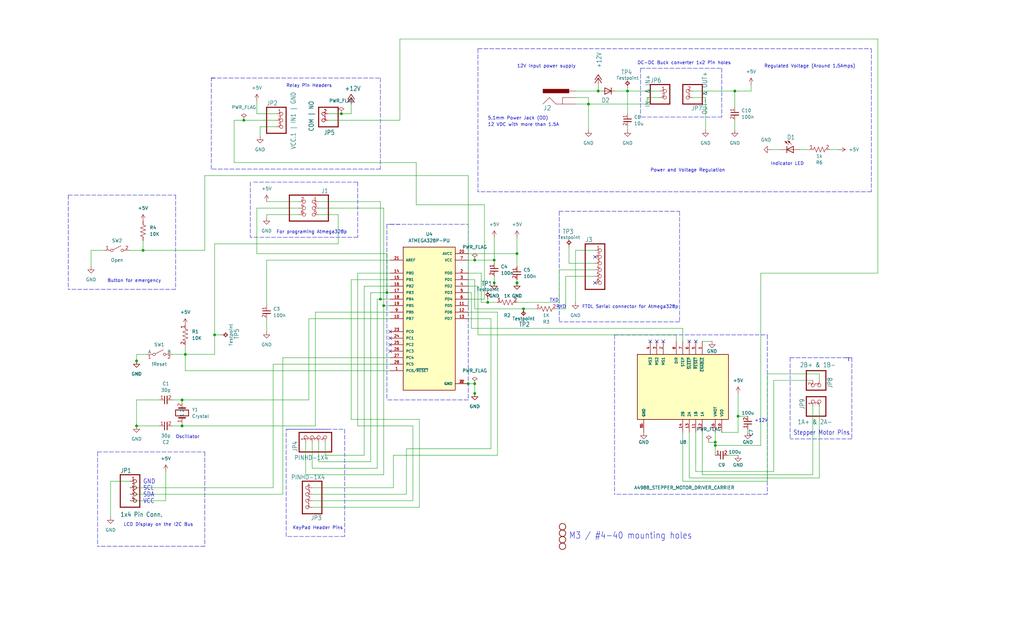
<source format=kicad_sch>
(kicad_sch (version 20211123) (generator eeschema)

  (uuid 15ac57a3-5ff0-4c2b-bead-31131d9a3dad)

  (paper "User" 399.999 250.012)

  (title_block
    (title "Door Lock Schematic")
    (rev "2")
    (company "ECE 411 Team 5 Practicum")
  )

  (lib_symbols
    (symbol "A4988_STEPPER_MOTOR_DRIVER_CARRIER:A4988_STEPPER_MOTOR_DRIVER_CARRIER" (pin_names (offset 1.016)) (in_bom yes) (on_board yes)
      (property "Reference" "U" (id 0) (at -12.7 19.05 0)
        (effects (font (size 1.27 1.27)) (justify left bottom))
      )
      (property "Value" "A4988_STEPPER_MOTOR_DRIVER_CARRIER" (id 1) (at -12.7 -21.59 0)
        (effects (font (size 1.27 1.27)) (justify left bottom))
      )
      (property "Footprint" "MODULE_A4988_STEPPER_MOTOR_DRIVER_CARRIER" (id 2) (at 0 0 0)
        (effects (font (size 1.27 1.27)) (justify left bottom) hide)
      )
      (property "Datasheet" "" (id 3) (at 0 0 0)
        (effects (font (size 1.27 1.27)) (justify left bottom) hide)
      )
      (property "MF" "Pololu" (id 4) (at 0 0 0)
        (effects (font (size 1.27 1.27)) (justify left bottom) hide)
      )
      (property "AVAILABILITY" "Unavailable" (id 5) (at 0 0 0)
        (effects (font (size 1.27 1.27)) (justify left bottom) hide)
      )
      (property "PRICE" "None" (id 6) (at 0 0 0)
        (effects (font (size 1.27 1.27)) (justify left bottom) hide)
      )
      (property "MP" "A4988 STEPPER MOTOR DRIVER CARRIER" (id 7) (at 0 0 0)
        (effects (font (size 1.27 1.27)) (justify left bottom) hide)
      )
      (property "PACKAGE" "None" (id 8) (at 0 0 0)
        (effects (font (size 1.27 1.27)) (justify left bottom) hide)
      )
      (property "DESCRIPTION" "Stepper motor controler; IC: A4988; 1A; Uin mot: 8÷35V" (id 9) (at 0 0 0)
        (effects (font (size 1.27 1.27)) (justify left bottom) hide)
      )
      (property "ki_locked" "" (id 10) (at 0 0 0)
        (effects (font (size 1.27 1.27)))
      )
      (symbol "A4988_STEPPER_MOTOR_DRIVER_CARRIER_0_0"
        (rectangle (start -12.7 -17.78) (end 12.7 17.78)
          (stroke (width 0.254) (type default) (color 0 0 0 0))
          (fill (type background))
        )
        (pin input line (at -17.78 7.62 0) (length 5.08)
          (name "~{ENABLE}" (effects (font (size 1.016 1.016))))
          (number "1" (effects (font (size 1.016 1.016))))
        )
        (pin power_in line (at 17.78 15.24 180) (length 5.08)
          (name "VDD" (effects (font (size 1.016 1.016))))
          (number "10" (effects (font (size 1.016 1.016))))
        )
        (pin output line (at 17.78 5.08 180) (length 5.08)
          (name "1B" (effects (font (size 1.016 1.016))))
          (number "11" (effects (font (size 1.016 1.016))))
        )
        (pin output line (at 17.78 7.62 180) (length 5.08)
          (name "1A" (effects (font (size 1.016 1.016))))
          (number "12" (effects (font (size 1.016 1.016))))
        )
        (pin output line (at 17.78 2.54 180) (length 5.08)
          (name "2A" (effects (font (size 1.016 1.016))))
          (number "13" (effects (font (size 1.016 1.016))))
        )
        (pin output line (at 17.78 0 180) (length 5.08)
          (name "2B" (effects (font (size 1.016 1.016))))
          (number "14" (effects (font (size 1.016 1.016))))
        )
        (pin power_in line (at 17.78 -15.24 180) (length 5.08)
          (name "GND" (effects (font (size 1.016 1.016))))
          (number "15" (effects (font (size 1.016 1.016))))
        )
        (pin power_in line (at 17.78 12.7 180) (length 5.08)
          (name "VMOT" (effects (font (size 1.016 1.016))))
          (number "16" (effects (font (size 1.016 1.016))))
        )
        (pin input line (at -17.78 -7.62 0) (length 5.08)
          (name "MS1" (effects (font (size 1.016 1.016))))
          (number "2" (effects (font (size 1.016 1.016))))
        )
        (pin input line (at -17.78 -10.16 0) (length 5.08)
          (name "MS2" (effects (font (size 1.016 1.016))))
          (number "3" (effects (font (size 1.016 1.016))))
        )
        (pin input line (at -17.78 -12.7 0) (length 5.08)
          (name "MS3" (effects (font (size 1.016 1.016))))
          (number "4" (effects (font (size 1.016 1.016))))
        )
        (pin input line (at -17.78 5.08 0) (length 5.08)
          (name "~{RESET}" (effects (font (size 1.016 1.016))))
          (number "5" (effects (font (size 1.016 1.016))))
        )
        (pin input line (at -17.78 2.54 0) (length 5.08)
          (name "~{SLEEP}" (effects (font (size 1.016 1.016))))
          (number "6" (effects (font (size 1.016 1.016))))
        )
        (pin input line (at -17.78 0 0) (length 5.08)
          (name "STEP" (effects (font (size 1.016 1.016))))
          (number "7" (effects (font (size 1.016 1.016))))
        )
        (pin input line (at -17.78 -2.54 0) (length 5.08)
          (name "DIR" (effects (font (size 1.016 1.016))))
          (number "8" (effects (font (size 1.016 1.016))))
        )
        (pin power_in line (at 17.78 -15.24 180) (length 5.08)
          (name "GND" (effects (font (size 1.016 1.016))))
          (number "9" (effects (font (size 1.016 1.016))))
        )
      )
    )
    (symbol "ATMEGA328P-PU:ATMEGA328P-PU" (pin_names (offset 1.016)) (in_bom yes) (on_board yes)
      (property "Reference" "U" (id 0) (at -10.16 28.9814 0)
        (effects (font (size 1.27 1.27)) (justify left bottom))
      )
      (property "Value" "ATMEGA328P-PU" (id 1) (at -10.16 -31.5214 0)
        (effects (font (size 1.27 1.27)) (justify left bottom))
      )
      (property "Footprint" "DIP794W46P254L2967H457Q28B" (id 2) (at 0 0 0)
        (effects (font (size 1.27 1.27)) (justify left bottom) hide)
      )
      (property "Datasheet" "" (id 3) (at 0 0 0)
        (effects (font (size 1.27 1.27)) (justify left bottom) hide)
      )
      (property "MANUFACTURER" "Atmel" (id 4) (at 0 0 0)
        (effects (font (size 1.27 1.27)) (justify left bottom) hide)
      )
      (property "ki_locked" "" (id 5) (at 0 0 0)
        (effects (font (size 1.27 1.27)))
      )
      (symbol "ATMEGA328P-PU_0_0"
        (rectangle (start -10.16 -27.94) (end 10.16 27.94)
          (stroke (width 0.254) (type default) (color 0 0 0 0))
          (fill (type background))
        )
        (pin bidirectional line (at -15.24 -20.32 0) (length 5.08)
          (name "PC6/~{RESET}" (effects (font (size 1.016 1.016))))
          (number "1" (effects (font (size 1.016 1.016))))
        )
        (pin bidirectional line (at -15.24 0 0) (length 5.08)
          (name "PB7" (effects (font (size 1.016 1.016))))
          (number "10" (effects (font (size 1.016 1.016))))
        )
        (pin bidirectional line (at 15.24 5.08 180) (length 5.08)
          (name "PD5" (effects (font (size 1.016 1.016))))
          (number "11" (effects (font (size 1.016 1.016))))
        )
        (pin bidirectional line (at 15.24 2.54 180) (length 5.08)
          (name "PD6" (effects (font (size 1.016 1.016))))
          (number "12" (effects (font (size 1.016 1.016))))
        )
        (pin bidirectional line (at 15.24 0 180) (length 5.08)
          (name "PD7" (effects (font (size 1.016 1.016))))
          (number "13" (effects (font (size 1.016 1.016))))
        )
        (pin bidirectional line (at -15.24 17.78 0) (length 5.08)
          (name "PB0" (effects (font (size 1.016 1.016))))
          (number "14" (effects (font (size 1.016 1.016))))
        )
        (pin bidirectional line (at -15.24 15.24 0) (length 5.08)
          (name "PB1" (effects (font (size 1.016 1.016))))
          (number "15" (effects (font (size 1.016 1.016))))
        )
        (pin bidirectional line (at -15.24 12.7 0) (length 5.08)
          (name "PB2" (effects (font (size 1.016 1.016))))
          (number "16" (effects (font (size 1.016 1.016))))
        )
        (pin bidirectional line (at -15.24 10.16 0) (length 5.08)
          (name "PB3" (effects (font (size 1.016 1.016))))
          (number "17" (effects (font (size 1.016 1.016))))
        )
        (pin bidirectional line (at -15.24 7.62 0) (length 5.08)
          (name "PB4" (effects (font (size 1.016 1.016))))
          (number "18" (effects (font (size 1.016 1.016))))
        )
        (pin bidirectional line (at -15.24 5.08 0) (length 5.08)
          (name "PB5" (effects (font (size 1.016 1.016))))
          (number "19" (effects (font (size 1.016 1.016))))
        )
        (pin bidirectional line (at 15.24 17.78 180) (length 5.08)
          (name "PD0" (effects (font (size 1.016 1.016))))
          (number "2" (effects (font (size 1.016 1.016))))
        )
        (pin power_in line (at 15.24 25.4 180) (length 5.08)
          (name "AVCC" (effects (font (size 1.016 1.016))))
          (number "20" (effects (font (size 1.016 1.016))))
        )
        (pin input line (at -15.24 22.86 0) (length 5.08)
          (name "AREF" (effects (font (size 1.016 1.016))))
          (number "21" (effects (font (size 1.016 1.016))))
        )
        (pin power_in line (at 15.24 -25.4 180) (length 5.08)
          (name "GND" (effects (font (size 1.016 1.016))))
          (number "22" (effects (font (size 1.016 1.016))))
        )
        (pin bidirectional line (at -15.24 -5.08 0) (length 5.08)
          (name "PC0" (effects (font (size 1.016 1.016))))
          (number "23" (effects (font (size 1.016 1.016))))
        )
        (pin bidirectional line (at -15.24 -7.62 0) (length 5.08)
          (name "PC1" (effects (font (size 1.016 1.016))))
          (number "24" (effects (font (size 1.016 1.016))))
        )
        (pin bidirectional line (at -15.24 -10.16 0) (length 5.08)
          (name "PC2" (effects (font (size 1.016 1.016))))
          (number "25" (effects (font (size 1.016 1.016))))
        )
        (pin bidirectional line (at -15.24 -12.7 0) (length 5.08)
          (name "PC3" (effects (font (size 1.016 1.016))))
          (number "26" (effects (font (size 1.016 1.016))))
        )
        (pin bidirectional line (at -15.24 -15.24 0) (length 5.08)
          (name "PC4" (effects (font (size 1.016 1.016))))
          (number "27" (effects (font (size 1.016 1.016))))
        )
        (pin bidirectional line (at -15.24 -17.78 0) (length 5.08)
          (name "PC5" (effects (font (size 1.016 1.016))))
          (number "28" (effects (font (size 1.016 1.016))))
        )
        (pin bidirectional line (at 15.24 15.24 180) (length 5.08)
          (name "PD1" (effects (font (size 1.016 1.016))))
          (number "3" (effects (font (size 1.016 1.016))))
        )
        (pin bidirectional line (at 15.24 12.7 180) (length 5.08)
          (name "PD2" (effects (font (size 1.016 1.016))))
          (number "4" (effects (font (size 1.016 1.016))))
        )
        (pin bidirectional line (at 15.24 10.16 180) (length 5.08)
          (name "PD3" (effects (font (size 1.016 1.016))))
          (number "5" (effects (font (size 1.016 1.016))))
        )
        (pin bidirectional line (at 15.24 7.62 180) (length 5.08)
          (name "PD4" (effects (font (size 1.016 1.016))))
          (number "6" (effects (font (size 1.016 1.016))))
        )
        (pin power_in line (at 15.24 22.86 180) (length 5.08)
          (name "VCC" (effects (font (size 1.016 1.016))))
          (number "7" (effects (font (size 1.016 1.016))))
        )
        (pin power_in line (at 15.24 -25.4 180) (length 5.08)
          (name "GND" (effects (font (size 1.016 1.016))))
          (number "8" (effects (font (size 1.016 1.016))))
        )
        (pin bidirectional line (at -15.24 2.54 0) (length 5.08)
          (name "PB6" (effects (font (size 1.016 1.016))))
          (number "9" (effects (font (size 1.016 1.016))))
        )
      )
    )
    (symbol "C_Small_1" (pin_names (offset 0.254)) (in_bom yes) (on_board yes)
      (property "Reference" "C" (id 0) (at 0.254 1.778 0)
        (effects (font (size 1.27 1.27)) (justify left))
      )
      (property "Value" "C_Small_1" (id 1) (at 0.254 -2.032 0)
        (effects (font (size 1.27 1.27)) (justify left))
      )
      (property "Footprint" "" (id 2) (at 0 0 0)
        (effects (font (size 1.27 1.27)) hide)
      )
      (property "Datasheet" "~" (id 3) (at 0 0 0)
        (effects (font (size 1.27 1.27)) hide)
      )
      (property "ki_keywords" "capacitor cap" (id 4) (at 0 0 0)
        (effects (font (size 1.27 1.27)) hide)
      )
      (property "ki_description" "Unpolarized capacitor, small symbol" (id 5) (at 0 0 0)
        (effects (font (size 1.27 1.27)) hide)
      )
      (property "ki_fp_filters" "C_*" (id 6) (at 0 0 0)
        (effects (font (size 1.27 1.27)) hide)
      )
      (symbol "C_Small_1_0_1"
        (polyline
          (pts
            (xy -1.524 -0.508)
            (xy 1.524 -0.508)
          )
          (stroke (width 0.3302) (type default) (color 0 0 0 0))
          (fill (type none))
        )
        (polyline
          (pts
            (xy -1.524 0.508)
            (xy 1.524 0.508)
          )
          (stroke (width 0.3048) (type default) (color 0 0 0 0))
          (fill (type none))
        )
      )
      (symbol "C_Small_1_1_1"
        (pin passive line (at 0 2.54 270) (length 2.032)
          (name "~" (effects (font (size 1.27 1.27))))
          (number "1" (effects (font (size 1.27 1.27))))
        )
        (pin passive line (at 0 -2.54 90) (length 2.032)
          (name "~" (effects (font (size 1.27 1.27))))
          (number "2" (effects (font (size 1.27 1.27))))
        )
      )
    )
    (symbol "C_Small_2" (pin_names (offset 0.254)) (in_bom yes) (on_board yes)
      (property "Reference" "C" (id 0) (at 0.254 1.778 0)
        (effects (font (size 1.27 1.27)) (justify left))
      )
      (property "Value" "C_Small_2" (id 1) (at 0.254 -2.032 0)
        (effects (font (size 1.27 1.27)) (justify left))
      )
      (property "Footprint" "" (id 2) (at 0 0 0)
        (effects (font (size 1.27 1.27)) hide)
      )
      (property "Datasheet" "~" (id 3) (at 0 0 0)
        (effects (font (size 1.27 1.27)) hide)
      )
      (property "ki_keywords" "capacitor cap" (id 4) (at 0 0 0)
        (effects (font (size 1.27 1.27)) hide)
      )
      (property "ki_description" "Unpolarized capacitor, small symbol" (id 5) (at 0 0 0)
        (effects (font (size 1.27 1.27)) hide)
      )
      (property "ki_fp_filters" "C_*" (id 6) (at 0 0 0)
        (effects (font (size 1.27 1.27)) hide)
      )
      (symbol "C_Small_2_0_1"
        (polyline
          (pts
            (xy -1.524 -0.508)
            (xy 1.524 -0.508)
          )
          (stroke (width 0.3302) (type default) (color 0 0 0 0))
          (fill (type none))
        )
        (polyline
          (pts
            (xy -1.524 0.508)
            (xy 1.524 0.508)
          )
          (stroke (width 0.3048) (type default) (color 0 0 0 0))
          (fill (type none))
        )
      )
      (symbol "C_Small_2_1_1"
        (pin passive line (at 0 2.54 270) (length 2.032)
          (name "~" (effects (font (size 1.27 1.27))))
          (number "1" (effects (font (size 1.27 1.27))))
        )
        (pin passive line (at 0 -2.54 90) (length 2.032)
          (name "~" (effects (font (size 1.27 1.27))))
          (number "2" (effects (font (size 1.27 1.27))))
        )
      )
    )
    (symbol "C_Small_3" (pin_names (offset 0.254)) (in_bom yes) (on_board yes)
      (property "Reference" "C" (id 0) (at 0.254 1.778 0)
        (effects (font (size 1.27 1.27)) (justify left))
      )
      (property "Value" "C_Small_3" (id 1) (at 0.254 -2.032 0)
        (effects (font (size 1.27 1.27)) (justify left))
      )
      (property "Footprint" "" (id 2) (at 0 0 0)
        (effects (font (size 1.27 1.27)) hide)
      )
      (property "Datasheet" "~" (id 3) (at 0 0 0)
        (effects (font (size 1.27 1.27)) hide)
      )
      (property "ki_keywords" "capacitor cap" (id 4) (at 0 0 0)
        (effects (font (size 1.27 1.27)) hide)
      )
      (property "ki_description" "Unpolarized capacitor, small symbol" (id 5) (at 0 0 0)
        (effects (font (size 1.27 1.27)) hide)
      )
      (property "ki_fp_filters" "C_*" (id 6) (at 0 0 0)
        (effects (font (size 1.27 1.27)) hide)
      )
      (symbol "C_Small_3_0_1"
        (polyline
          (pts
            (xy -1.524 -0.508)
            (xy 1.524 -0.508)
          )
          (stroke (width 0.3302) (type default) (color 0 0 0 0))
          (fill (type none))
        )
        (polyline
          (pts
            (xy -1.524 0.508)
            (xy 1.524 0.508)
          )
          (stroke (width 0.3048) (type default) (color 0 0 0 0))
          (fill (type none))
        )
      )
      (symbol "C_Small_3_1_1"
        (pin passive line (at 0 2.54 270) (length 2.032)
          (name "~" (effects (font (size 1.27 1.27))))
          (number "1" (effects (font (size 1.27 1.27))))
        )
        (pin passive line (at 0 -2.54 90) (length 2.032)
          (name "~" (effects (font (size 1.27 1.27))))
          (number "2" (effects (font (size 1.27 1.27))))
        )
      )
    )
    (symbol "C_Small_4" (pin_names (offset 0.254)) (in_bom yes) (on_board yes)
      (property "Reference" "C" (id 0) (at 0.254 1.778 0)
        (effects (font (size 1.27 1.27)) (justify left))
      )
      (property "Value" "C_Small_4" (id 1) (at 0.254 -2.032 0)
        (effects (font (size 1.27 1.27)) (justify left))
      )
      (property "Footprint" "" (id 2) (at 0 0 0)
        (effects (font (size 1.27 1.27)) hide)
      )
      (property "Datasheet" "~" (id 3) (at 0 0 0)
        (effects (font (size 1.27 1.27)) hide)
      )
      (property "ki_keywords" "capacitor cap" (id 4) (at 0 0 0)
        (effects (font (size 1.27 1.27)) hide)
      )
      (property "ki_description" "Unpolarized capacitor, small symbol" (id 5) (at 0 0 0)
        (effects (font (size 1.27 1.27)) hide)
      )
      (property "ki_fp_filters" "C_*" (id 6) (at 0 0 0)
        (effects (font (size 1.27 1.27)) hide)
      )
      (symbol "C_Small_4_0_1"
        (polyline
          (pts
            (xy -1.524 -0.508)
            (xy 1.524 -0.508)
          )
          (stroke (width 0.3302) (type default) (color 0 0 0 0))
          (fill (type none))
        )
        (polyline
          (pts
            (xy -1.524 0.508)
            (xy 1.524 0.508)
          )
          (stroke (width 0.3048) (type default) (color 0 0 0 0))
          (fill (type none))
        )
      )
      (symbol "C_Small_4_1_1"
        (pin passive line (at 0 2.54 270) (length 2.032)
          (name "~" (effects (font (size 1.27 1.27))))
          (number "1" (effects (font (size 1.27 1.27))))
        )
        (pin passive line (at 0 -2.54 90) (length 2.032)
          (name "~" (effects (font (size 1.27 1.27))))
          (number "2" (effects (font (size 1.27 1.27))))
        )
      )
    )
    (symbol "C_Small_5" (pin_names (offset 0.254)) (in_bom yes) (on_board yes)
      (property "Reference" "C" (id 0) (at 0.254 1.778 0)
        (effects (font (size 1.27 1.27)) (justify left))
      )
      (property "Value" "C_Small_5" (id 1) (at 0.254 -2.032 0)
        (effects (font (size 1.27 1.27)) (justify left))
      )
      (property "Footprint" "" (id 2) (at 0 0 0)
        (effects (font (size 1.27 1.27)) hide)
      )
      (property "Datasheet" "~" (id 3) (at 0 0 0)
        (effects (font (size 1.27 1.27)) hide)
      )
      (property "ki_keywords" "capacitor cap" (id 4) (at 0 0 0)
        (effects (font (size 1.27 1.27)) hide)
      )
      (property "ki_description" "Unpolarized capacitor, small symbol" (id 5) (at 0 0 0)
        (effects (font (size 1.27 1.27)) hide)
      )
      (property "ki_fp_filters" "C_*" (id 6) (at 0 0 0)
        (effects (font (size 1.27 1.27)) hide)
      )
      (symbol "C_Small_5_0_1"
        (polyline
          (pts
            (xy -1.524 -0.508)
            (xy 1.524 -0.508)
          )
          (stroke (width 0.3302) (type default) (color 0 0 0 0))
          (fill (type none))
        )
        (polyline
          (pts
            (xy -1.524 0.508)
            (xy 1.524 0.508)
          )
          (stroke (width 0.3048) (type default) (color 0 0 0 0))
          (fill (type none))
        )
      )
      (symbol "C_Small_5_1_1"
        (pin passive line (at 0 2.54 270) (length 2.032)
          (name "~" (effects (font (size 1.27 1.27))))
          (number "1" (effects (font (size 1.27 1.27))))
        )
        (pin passive line (at 0 -2.54 90) (length 2.032)
          (name "~" (effects (font (size 1.27 1.27))))
          (number "2" (effects (font (size 1.27 1.27))))
        )
      )
    )
    (symbol "C_Small_6" (pin_names (offset 0.254)) (in_bom yes) (on_board yes)
      (property "Reference" "C" (id 0) (at 0.254 1.778 0)
        (effects (font (size 1.27 1.27)) (justify left))
      )
      (property "Value" "C_Small_6" (id 1) (at 0.254 -2.032 0)
        (effects (font (size 1.27 1.27)) (justify left))
      )
      (property "Footprint" "" (id 2) (at 0 0 0)
        (effects (font (size 1.27 1.27)) hide)
      )
      (property "Datasheet" "~" (id 3) (at 0 0 0)
        (effects (font (size 1.27 1.27)) hide)
      )
      (property "ki_keywords" "capacitor cap" (id 4) (at 0 0 0)
        (effects (font (size 1.27 1.27)) hide)
      )
      (property "ki_description" "Unpolarized capacitor, small symbol" (id 5) (at 0 0 0)
        (effects (font (size 1.27 1.27)) hide)
      )
      (property "ki_fp_filters" "C_*" (id 6) (at 0 0 0)
        (effects (font (size 1.27 1.27)) hide)
      )
      (symbol "C_Small_6_0_1"
        (polyline
          (pts
            (xy -1.524 -0.508)
            (xy 1.524 -0.508)
          )
          (stroke (width 0.3302) (type default) (color 0 0 0 0))
          (fill (type none))
        )
        (polyline
          (pts
            (xy -1.524 0.508)
            (xy 1.524 0.508)
          )
          (stroke (width 0.3048) (type default) (color 0 0 0 0))
          (fill (type none))
        )
      )
      (symbol "C_Small_6_1_1"
        (pin passive line (at 0 2.54 270) (length 2.032)
          (name "~" (effects (font (size 1.27 1.27))))
          (number "1" (effects (font (size 1.27 1.27))))
        )
        (pin passive line (at 0 -2.54 90) (length 2.032)
          (name "~" (effects (font (size 1.27 1.27))))
          (number "2" (effects (font (size 1.27 1.27))))
        )
      )
    )
    (symbol "C_Small_7" (pin_names (offset 0.254)) (in_bom yes) (on_board yes)
      (property "Reference" "C" (id 0) (at 0.254 1.778 0)
        (effects (font (size 1.27 1.27)) (justify left))
      )
      (property "Value" "C_Small_7" (id 1) (at 0.254 -2.032 0)
        (effects (font (size 1.27 1.27)) (justify left))
      )
      (property "Footprint" "" (id 2) (at 0 0 0)
        (effects (font (size 1.27 1.27)) hide)
      )
      (property "Datasheet" "~" (id 3) (at 0 0 0)
        (effects (font (size 1.27 1.27)) hide)
      )
      (property "ki_keywords" "capacitor cap" (id 4) (at 0 0 0)
        (effects (font (size 1.27 1.27)) hide)
      )
      (property "ki_description" "Unpolarized capacitor, small symbol" (id 5) (at 0 0 0)
        (effects (font (size 1.27 1.27)) hide)
      )
      (property "ki_fp_filters" "C_*" (id 6) (at 0 0 0)
        (effects (font (size 1.27 1.27)) hide)
      )
      (symbol "C_Small_7_0_1"
        (polyline
          (pts
            (xy -1.524 -0.508)
            (xy 1.524 -0.508)
          )
          (stroke (width 0.3302) (type default) (color 0 0 0 0))
          (fill (type none))
        )
        (polyline
          (pts
            (xy -1.524 0.508)
            (xy 1.524 0.508)
          )
          (stroke (width 0.3048) (type default) (color 0 0 0 0))
          (fill (type none))
        )
      )
      (symbol "C_Small_7_1_1"
        (pin passive line (at 0 2.54 270) (length 2.032)
          (name "~" (effects (font (size 1.27 1.27))))
          (number "1" (effects (font (size 1.27 1.27))))
        )
        (pin passive line (at 0 -2.54 90) (length 2.032)
          (name "~" (effects (font (size 1.27 1.27))))
          (number "2" (effects (font (size 1.27 1.27))))
        )
      )
    )
    (symbol "C_Small_8" (pin_names (offset 0.254)) (in_bom yes) (on_board yes)
      (property "Reference" "C" (id 0) (at 0.254 1.778 0)
        (effects (font (size 1.27 1.27)) (justify left))
      )
      (property "Value" "C_Small_8" (id 1) (at 0.254 -2.032 0)
        (effects (font (size 1.27 1.27)) (justify left))
      )
      (property "Footprint" "" (id 2) (at 0 0 0)
        (effects (font (size 1.27 1.27)) hide)
      )
      (property "Datasheet" "~" (id 3) (at 0 0 0)
        (effects (font (size 1.27 1.27)) hide)
      )
      (property "ki_keywords" "capacitor cap" (id 4) (at 0 0 0)
        (effects (font (size 1.27 1.27)) hide)
      )
      (property "ki_description" "Unpolarized capacitor, small symbol" (id 5) (at 0 0 0)
        (effects (font (size 1.27 1.27)) hide)
      )
      (property "ki_fp_filters" "C_*" (id 6) (at 0 0 0)
        (effects (font (size 1.27 1.27)) hide)
      )
      (symbol "C_Small_8_0_1"
        (polyline
          (pts
            (xy -1.524 -0.508)
            (xy 1.524 -0.508)
          )
          (stroke (width 0.3302) (type default) (color 0 0 0 0))
          (fill (type none))
        )
        (polyline
          (pts
            (xy -1.524 0.508)
            (xy 1.524 0.508)
          )
          (stroke (width 0.3048) (type default) (color 0 0 0 0))
          (fill (type none))
        )
      )
      (symbol "C_Small_8_1_1"
        (pin passive line (at 0 2.54 270) (length 2.032)
          (name "~" (effects (font (size 1.27 1.27))))
          (number "1" (effects (font (size 1.27 1.27))))
        )
        (pin passive line (at 0 -2.54 90) (length 2.032)
          (name "~" (effects (font (size 1.27 1.27))))
          (number "2" (effects (font (size 1.27 1.27))))
        )
      )
    )
    (symbol "Device:C_Small" (pin_names (offset 0.254)) (in_bom yes) (on_board yes)
      (property "Reference" "C" (id 0) (at 0.254 1.778 0)
        (effects (font (size 1.27 1.27)) (justify left))
      )
      (property "Value" "C_Small" (id 1) (at 0.254 -2.032 0)
        (effects (font (size 1.27 1.27)) (justify left))
      )
      (property "Footprint" "" (id 2) (at 0 0 0)
        (effects (font (size 1.27 1.27)) hide)
      )
      (property "Datasheet" "~" (id 3) (at 0 0 0)
        (effects (font (size 1.27 1.27)) hide)
      )
      (property "ki_keywords" "capacitor cap" (id 4) (at 0 0 0)
        (effects (font (size 1.27 1.27)) hide)
      )
      (property "ki_description" "Unpolarized capacitor, small symbol" (id 5) (at 0 0 0)
        (effects (font (size 1.27 1.27)) hide)
      )
      (property "ki_fp_filters" "C_*" (id 6) (at 0 0 0)
        (effects (font (size 1.27 1.27)) hide)
      )
      (symbol "C_Small_0_1"
        (polyline
          (pts
            (xy -1.524 -0.508)
            (xy 1.524 -0.508)
          )
          (stroke (width 0.3302) (type default) (color 0 0 0 0))
          (fill (type none))
        )
        (polyline
          (pts
            (xy -1.524 0.508)
            (xy 1.524 0.508)
          )
          (stroke (width 0.3048) (type default) (color 0 0 0 0))
          (fill (type none))
        )
      )
      (symbol "C_Small_1_1"
        (pin passive line (at 0 2.54 270) (length 2.032)
          (name "~" (effects (font (size 1.27 1.27))))
          (number "1" (effects (font (size 1.27 1.27))))
        )
        (pin passive line (at 0 -2.54 90) (length 2.032)
          (name "~" (effects (font (size 1.27 1.27))))
          (number "2" (effects (font (size 1.27 1.27))))
        )
      )
    )
    (symbol "Device:Crystal" (pin_names (offset 1.016)) (in_bom yes) (on_board yes)
      (property "Reference" "Y" (id 0) (at 0 3.81 0)
        (effects (font (size 1.27 1.27)))
      )
      (property "Value" "Crystal" (id 1) (at 0 -3.81 0)
        (effects (font (size 1.27 1.27)))
      )
      (property "Footprint" "" (id 2) (at 0 0 0)
        (effects (font (size 1.27 1.27)) hide)
      )
      (property "Datasheet" "~" (id 3) (at 0 0 0)
        (effects (font (size 1.27 1.27)) hide)
      )
      (property "ki_keywords" "quartz ceramic resonator oscillator" (id 4) (at 0 0 0)
        (effects (font (size 1.27 1.27)) hide)
      )
      (property "ki_description" "Two pin crystal" (id 5) (at 0 0 0)
        (effects (font (size 1.27 1.27)) hide)
      )
      (property "ki_fp_filters" "Crystal*" (id 6) (at 0 0 0)
        (effects (font (size 1.27 1.27)) hide)
      )
      (symbol "Crystal_0_1"
        (rectangle (start -1.143 2.54) (end 1.143 -2.54)
          (stroke (width 0.3048) (type default) (color 0 0 0 0))
          (fill (type none))
        )
        (polyline
          (pts
            (xy -2.54 0)
            (xy -1.905 0)
          )
          (stroke (width 0) (type default) (color 0 0 0 0))
          (fill (type none))
        )
        (polyline
          (pts
            (xy -1.905 -1.27)
            (xy -1.905 1.27)
          )
          (stroke (width 0.508) (type default) (color 0 0 0 0))
          (fill (type none))
        )
        (polyline
          (pts
            (xy 1.905 -1.27)
            (xy 1.905 1.27)
          )
          (stroke (width 0.508) (type default) (color 0 0 0 0))
          (fill (type none))
        )
        (polyline
          (pts
            (xy 2.54 0)
            (xy 1.905 0)
          )
          (stroke (width 0) (type default) (color 0 0 0 0))
          (fill (type none))
        )
      )
      (symbol "Crystal_1_1"
        (pin passive line (at -3.81 0 0) (length 1.27)
          (name "1" (effects (font (size 1.27 1.27))))
          (number "1" (effects (font (size 1.27 1.27))))
        )
        (pin passive line (at 3.81 0 180) (length 1.27)
          (name "2" (effects (font (size 1.27 1.27))))
          (number "2" (effects (font (size 1.27 1.27))))
        )
      )
    )
    (symbol "Device:R_US" (pin_numbers hide) (pin_names (offset 0)) (in_bom yes) (on_board yes)
      (property "Reference" "R" (id 0) (at 2.54 0 90)
        (effects (font (size 1.27 1.27)))
      )
      (property "Value" "R_US" (id 1) (at -2.54 0 90)
        (effects (font (size 1.27 1.27)))
      )
      (property "Footprint" "" (id 2) (at 1.016 -0.254 90)
        (effects (font (size 1.27 1.27)) hide)
      )
      (property "Datasheet" "~" (id 3) (at 0 0 0)
        (effects (font (size 1.27 1.27)) hide)
      )
      (property "ki_keywords" "R res resistor" (id 4) (at 0 0 0)
        (effects (font (size 1.27 1.27)) hide)
      )
      (property "ki_description" "Resistor, US symbol" (id 5) (at 0 0 0)
        (effects (font (size 1.27 1.27)) hide)
      )
      (property "ki_fp_filters" "R_*" (id 6) (at 0 0 0)
        (effects (font (size 1.27 1.27)) hide)
      )
      (symbol "R_US_0_1"
        (polyline
          (pts
            (xy 0 -2.286)
            (xy 0 -2.54)
          )
          (stroke (width 0) (type default) (color 0 0 0 0))
          (fill (type none))
        )
        (polyline
          (pts
            (xy 0 2.286)
            (xy 0 2.54)
          )
          (stroke (width 0) (type default) (color 0 0 0 0))
          (fill (type none))
        )
        (polyline
          (pts
            (xy 0 -0.762)
            (xy 1.016 -1.143)
            (xy 0 -1.524)
            (xy -1.016 -1.905)
            (xy 0 -2.286)
          )
          (stroke (width 0) (type default) (color 0 0 0 0))
          (fill (type none))
        )
        (polyline
          (pts
            (xy 0 0.762)
            (xy 1.016 0.381)
            (xy 0 0)
            (xy -1.016 -0.381)
            (xy 0 -0.762)
          )
          (stroke (width 0) (type default) (color 0 0 0 0))
          (fill (type none))
        )
        (polyline
          (pts
            (xy 0 2.286)
            (xy 1.016 1.905)
            (xy 0 1.524)
            (xy -1.016 1.143)
            (xy 0 0.762)
          )
          (stroke (width 0) (type default) (color 0 0 0 0))
          (fill (type none))
        )
      )
      (symbol "R_US_1_1"
        (pin passive line (at 0 3.81 270) (length 1.27)
          (name "~" (effects (font (size 1.27 1.27))))
          (number "1" (effects (font (size 1.27 1.27))))
        )
        (pin passive line (at 0 -3.81 90) (length 1.27)
          (name "~" (effects (font (size 1.27 1.27))))
          (number "2" (effects (font (size 1.27 1.27))))
        )
      )
    )
    (symbol "Keyless_Door-eagle-import:+12V" (power) (in_bom yes) (on_board yes)
      (property "Reference" "#P+" (id 0) (at 0 0 0)
        (effects (font (size 1.27 1.27)) hide)
      )
      (property "Value" "+12V" (id 1) (at -2.54 -5.08 90)
        (effects (font (size 1.778 1.5113)) (justify left bottom))
      )
      (property "Footprint" "Keyless_Door:" (id 2) (at 0 0 0)
        (effects (font (size 1.27 1.27)) hide)
      )
      (property "Datasheet" "" (id 3) (at 0 0 0)
        (effects (font (size 1.27 1.27)) hide)
      )
      (property "ki_locked" "" (id 4) (at 0 0 0)
        (effects (font (size 1.27 1.27)))
      )
      (symbol "+12V_1_0"
        (polyline
          (pts
            (xy 0 0)
            (xy -1.27 -1.905)
          )
          (stroke (width 0.254) (type default) (color 0 0 0 0))
          (fill (type none))
        )
        (polyline
          (pts
            (xy 0 1.27)
            (xy -1.27 -0.635)
          )
          (stroke (width 0.254) (type default) (color 0 0 0 0))
          (fill (type none))
        )
        (polyline
          (pts
            (xy 1.27 -1.905)
            (xy 0 0)
          )
          (stroke (width 0.254) (type default) (color 0 0 0 0))
          (fill (type none))
        )
        (polyline
          (pts
            (xy 1.27 -0.635)
            (xy 0 1.27)
          )
          (stroke (width 0.254) (type default) (color 0 0 0 0))
          (fill (type none))
        )
        (pin power_in line (at 0 -2.54 90) (length 2.54)
          (name "+12V" (effects (font (size 0 0))))
          (number "1" (effects (font (size 0 0))))
        )
      )
    )
    (symbol "Keyless_Door-eagle-import:DIODE-SMB" (in_bom yes) (on_board yes)
      (property "Reference" "D" (id 0) (at 2.54 0.4826 0)
        (effects (font (size 1.778 1.5113)) (justify left bottom))
      )
      (property "Value" "DIODE-SMB" (id 1) (at 2.54 -2.3114 0)
        (effects (font (size 1.778 1.5113)) (justify left bottom))
      )
      (property "Footprint" "Keyless_Door:SMB" (id 2) (at 0 0 0)
        (effects (font (size 1.27 1.27)) hide)
      )
      (property "Datasheet" "" (id 3) (at 0 0 0)
        (effects (font (size 1.27 1.27)) hide)
      )
      (property "ki_locked" "" (id 4) (at 0 0 0)
        (effects (font (size 1.27 1.27)))
      )
      (symbol "DIODE-SMB_1_0"
        (polyline
          (pts
            (xy -1.27 -1.27)
            (xy 1.27 0)
          )
          (stroke (width 0.254) (type default) (color 0 0 0 0))
          (fill (type none))
        )
        (polyline
          (pts
            (xy -1.27 1.27)
            (xy -1.27 -1.27)
          )
          (stroke (width 0.254) (type default) (color 0 0 0 0))
          (fill (type none))
        )
        (polyline
          (pts
            (xy 1.27 0)
            (xy -1.27 1.27)
          )
          (stroke (width 0.254) (type default) (color 0 0 0 0))
          (fill (type none))
        )
        (polyline
          (pts
            (xy 1.27 0)
            (xy 1.27 -1.27)
          )
          (stroke (width 0.254) (type default) (color 0 0 0 0))
          (fill (type none))
        )
        (polyline
          (pts
            (xy 1.27 1.27)
            (xy 1.27 0)
          )
          (stroke (width 0.254) (type default) (color 0 0 0 0))
          (fill (type none))
        )
        (pin passive line (at -2.54 0 0) (length 2.54)
          (name "A" (effects (font (size 0 0))))
          (number "A" (effects (font (size 0 0))))
        )
        (pin passive line (at 2.54 0 180) (length 2.54)
          (name "C" (effects (font (size 0 0))))
          (number "C" (effects (font (size 0 0))))
        )
      )
    )
    (symbol "Keyless_Door-eagle-import:LEDCHIP-LED0805" (in_bom yes) (on_board yes)
      (property "Reference" "LED" (id 0) (at 3.556 -4.572 90)
        (effects (font (size 1.778 1.5113)) (justify left bottom))
      )
      (property "Value" "LEDCHIP-LED0805" (id 1) (at 5.715 -4.572 90)
        (effects (font (size 1.778 1.5113)) (justify left bottom))
      )
      (property "Footprint" "Keyless_Door:CHIP-LED0805" (id 2) (at 0 0 0)
        (effects (font (size 1.27 1.27)) hide)
      )
      (property "Datasheet" "" (id 3) (at 0 0 0)
        (effects (font (size 1.27 1.27)) hide)
      )
      (property "ki_locked" "" (id 4) (at 0 0 0)
        (effects (font (size 1.27 1.27)))
      )
      (symbol "LEDCHIP-LED0805_1_0"
        (polyline
          (pts
            (xy -2.032 -0.762)
            (xy -3.429 -2.159)
          )
          (stroke (width 0.1524) (type default) (color 0 0 0 0))
          (fill (type none))
        )
        (polyline
          (pts
            (xy -1.905 -1.905)
            (xy -3.302 -3.302)
          )
          (stroke (width 0.1524) (type default) (color 0 0 0 0))
          (fill (type none))
        )
        (polyline
          (pts
            (xy 0 -2.54)
            (xy -1.27 -2.54)
          )
          (stroke (width 0.254) (type default) (color 0 0 0 0))
          (fill (type none))
        )
        (polyline
          (pts
            (xy 0 -2.54)
            (xy -1.27 0)
          )
          (stroke (width 0.254) (type default) (color 0 0 0 0))
          (fill (type none))
        )
        (polyline
          (pts
            (xy 0 0)
            (xy -1.27 0)
          )
          (stroke (width 0.254) (type default) (color 0 0 0 0))
          (fill (type none))
        )
        (polyline
          (pts
            (xy 0 0)
            (xy 0 -2.54)
          )
          (stroke (width 0.1524) (type default) (color 0 0 0 0))
          (fill (type none))
        )
        (polyline
          (pts
            (xy 1.27 -2.54)
            (xy 0 -2.54)
          )
          (stroke (width 0.254) (type default) (color 0 0 0 0))
          (fill (type none))
        )
        (polyline
          (pts
            (xy 1.27 0)
            (xy 0 -2.54)
          )
          (stroke (width 0.254) (type default) (color 0 0 0 0))
          (fill (type none))
        )
        (polyline
          (pts
            (xy 1.27 0)
            (xy 0 0)
          )
          (stroke (width 0.254) (type default) (color 0 0 0 0))
          (fill (type none))
        )
        (polyline
          (pts
            (xy -3.429 -2.159)
            (xy -3.048 -1.27)
            (xy -2.54 -1.778)
          )
          (stroke (width 0) (type default) (color 0 0 0 0))
          (fill (type outline))
        )
        (polyline
          (pts
            (xy -3.302 -3.302)
            (xy -2.921 -2.413)
            (xy -2.413 -2.921)
          )
          (stroke (width 0) (type default) (color 0 0 0 0))
          (fill (type outline))
        )
        (pin passive line (at 0 2.54 270) (length 2.54)
          (name "A" (effects (font (size 0 0))))
          (number "A" (effects (font (size 0 0))))
        )
        (pin passive line (at 0 -5.08 90) (length 2.54)
          (name "C" (effects (font (size 0 0))))
          (number "C" (effects (font (size 0 0))))
        )
      )
    )
    (symbol "Keyless_Door-eagle-import:PINHD-1X2" (in_bom yes) (on_board yes)
      (property "Reference" "JP" (id 0) (at -6.35 5.715 0)
        (effects (font (size 1.778 1.5113)) (justify left bottom))
      )
      (property "Value" "PINHD-1X2" (id 1) (at -6.35 -5.08 0)
        (effects (font (size 1.778 1.5113)) (justify left bottom))
      )
      (property "Footprint" "Keyless_Door:1X02" (id 2) (at 0 0 0)
        (effects (font (size 1.27 1.27)) hide)
      )
      (property "Datasheet" "" (id 3) (at 0 0 0)
        (effects (font (size 1.27 1.27)) hide)
      )
      (property "ki_locked" "" (id 4) (at 0 0 0)
        (effects (font (size 1.27 1.27)))
      )
      (symbol "PINHD-1X2_1_0"
        (polyline
          (pts
            (xy -6.35 -2.54)
            (xy 1.27 -2.54)
          )
          (stroke (width 0.4064) (type default) (color 0 0 0 0))
          (fill (type none))
        )
        (polyline
          (pts
            (xy -6.35 5.08)
            (xy -6.35 -2.54)
          )
          (stroke (width 0.4064) (type default) (color 0 0 0 0))
          (fill (type none))
        )
        (polyline
          (pts
            (xy 1.27 -2.54)
            (xy 1.27 5.08)
          )
          (stroke (width 0.4064) (type default) (color 0 0 0 0))
          (fill (type none))
        )
        (polyline
          (pts
            (xy 1.27 5.08)
            (xy -6.35 5.08)
          )
          (stroke (width 0.4064) (type default) (color 0 0 0 0))
          (fill (type none))
        )
        (pin passive inverted (at -2.54 2.54 0) (length 2.54)
          (name "1" (effects (font (size 0 0))))
          (number "1" (effects (font (size 1.27 1.27))))
        )
        (pin passive inverted (at -2.54 0 0) (length 2.54)
          (name "2" (effects (font (size 0 0))))
          (number "2" (effects (font (size 1.27 1.27))))
        )
      )
    )
    (symbol "Keyless_Door-eagle-import:PINHD-1X3" (in_bom yes) (on_board yes)
      (property "Reference" "JP" (id 0) (at -6.35 5.715 0)
        (effects (font (size 1.778 1.5113)) (justify left bottom))
      )
      (property "Value" "PINHD-1X3" (id 1) (at -6.35 -7.62 0)
        (effects (font (size 1.778 1.5113)) (justify left bottom))
      )
      (property "Footprint" "Keyless_Door:1X03" (id 2) (at 0 0 0)
        (effects (font (size 1.27 1.27)) hide)
      )
      (property "Datasheet" "" (id 3) (at 0 0 0)
        (effects (font (size 1.27 1.27)) hide)
      )
      (property "ki_locked" "" (id 4) (at 0 0 0)
        (effects (font (size 1.27 1.27)))
      )
      (symbol "PINHD-1X3_1_0"
        (polyline
          (pts
            (xy -6.35 -5.08)
            (xy 1.27 -5.08)
          )
          (stroke (width 0.4064) (type default) (color 0 0 0 0))
          (fill (type none))
        )
        (polyline
          (pts
            (xy -6.35 5.08)
            (xy -6.35 -5.08)
          )
          (stroke (width 0.4064) (type default) (color 0 0 0 0))
          (fill (type none))
        )
        (polyline
          (pts
            (xy 1.27 -5.08)
            (xy 1.27 5.08)
          )
          (stroke (width 0.4064) (type default) (color 0 0 0 0))
          (fill (type none))
        )
        (polyline
          (pts
            (xy 1.27 5.08)
            (xy -6.35 5.08)
          )
          (stroke (width 0.4064) (type default) (color 0 0 0 0))
          (fill (type none))
        )
        (pin passive inverted (at -2.54 2.54 0) (length 2.54)
          (name "1" (effects (font (size 0 0))))
          (number "1" (effects (font (size 1.27 1.27))))
        )
        (pin passive inverted (at -2.54 0 0) (length 2.54)
          (name "2" (effects (font (size 0 0))))
          (number "2" (effects (font (size 1.27 1.27))))
        )
        (pin passive inverted (at -2.54 -2.54 0) (length 2.54)
          (name "3" (effects (font (size 0 0))))
          (number "3" (effects (font (size 1.27 1.27))))
        )
      )
    )
    (symbol "Keyless_Door-eagle-import:PINHD-1X4" (in_bom yes) (on_board yes)
      (property "Reference" "JP" (id 0) (at -6.35 8.255 0)
        (effects (font (size 1.778 1.5113)) (justify left bottom))
      )
      (property "Value" "PINHD-1X4" (id 1) (at -6.35 -7.62 0)
        (effects (font (size 1.778 1.5113)) (justify left bottom))
      )
      (property "Footprint" "Keyless_Door:1X04" (id 2) (at 0 0 0)
        (effects (font (size 1.27 1.27)) hide)
      )
      (property "Datasheet" "" (id 3) (at 0 0 0)
        (effects (font (size 1.27 1.27)) hide)
      )
      (property "ki_locked" "" (id 4) (at 0 0 0)
        (effects (font (size 1.27 1.27)))
      )
      (symbol "PINHD-1X4_1_0"
        (polyline
          (pts
            (xy -6.35 -5.08)
            (xy 1.27 -5.08)
          )
          (stroke (width 0.4064) (type default) (color 0 0 0 0))
          (fill (type none))
        )
        (polyline
          (pts
            (xy -6.35 7.62)
            (xy -6.35 -5.08)
          )
          (stroke (width 0.4064) (type default) (color 0 0 0 0))
          (fill (type none))
        )
        (polyline
          (pts
            (xy 1.27 -5.08)
            (xy 1.27 7.62)
          )
          (stroke (width 0.4064) (type default) (color 0 0 0 0))
          (fill (type none))
        )
        (polyline
          (pts
            (xy 1.27 7.62)
            (xy -6.35 7.62)
          )
          (stroke (width 0.4064) (type default) (color 0 0 0 0))
          (fill (type none))
        )
        (pin passive inverted (at -2.54 5.08 0) (length 2.54)
          (name "1" (effects (font (size 0 0))))
          (number "1" (effects (font (size 1.27 1.27))))
        )
        (pin passive inverted (at -2.54 2.54 0) (length 2.54)
          (name "2" (effects (font (size 0 0))))
          (number "2" (effects (font (size 1.27 1.27))))
        )
        (pin passive inverted (at -2.54 0 0) (length 2.54)
          (name "3" (effects (font (size 0 0))))
          (number "3" (effects (font (size 1.27 1.27))))
        )
        (pin passive inverted (at -2.54 -2.54 0) (length 2.54)
          (name "4" (effects (font (size 0 0))))
          (number "4" (effects (font (size 1.27 1.27))))
        )
      )
    )
    (symbol "Keyless_Door-eagle-import:PINHD-1X6" (in_bom yes) (on_board yes)
      (property "Reference" "JP" (id 0) (at -6.35 10.795 0)
        (effects (font (size 1.778 1.5113)) (justify left bottom))
      )
      (property "Value" "PINHD-1X6" (id 1) (at -6.35 -10.16 0)
        (effects (font (size 1.778 1.5113)) (justify left bottom))
      )
      (property "Footprint" "Keyless_Door:1X06" (id 2) (at 0 0 0)
        (effects (font (size 1.27 1.27)) hide)
      )
      (property "Datasheet" "" (id 3) (at 0 0 0)
        (effects (font (size 1.27 1.27)) hide)
      )
      (property "ki_locked" "" (id 4) (at 0 0 0)
        (effects (font (size 1.27 1.27)))
      )
      (symbol "PINHD-1X6_1_0"
        (polyline
          (pts
            (xy -6.35 -7.62)
            (xy 1.27 -7.62)
          )
          (stroke (width 0.4064) (type default) (color 0 0 0 0))
          (fill (type none))
        )
        (polyline
          (pts
            (xy -6.35 10.16)
            (xy -6.35 -7.62)
          )
          (stroke (width 0.4064) (type default) (color 0 0 0 0))
          (fill (type none))
        )
        (polyline
          (pts
            (xy 1.27 -7.62)
            (xy 1.27 10.16)
          )
          (stroke (width 0.4064) (type default) (color 0 0 0 0))
          (fill (type none))
        )
        (polyline
          (pts
            (xy 1.27 10.16)
            (xy -6.35 10.16)
          )
          (stroke (width 0.4064) (type default) (color 0 0 0 0))
          (fill (type none))
        )
        (pin passive inverted (at -2.54 7.62 0) (length 2.54)
          (name "1" (effects (font (size 0 0))))
          (number "1" (effects (font (size 1.27 1.27))))
        )
        (pin passive inverted (at -2.54 5.08 0) (length 2.54)
          (name "2" (effects (font (size 0 0))))
          (number "2" (effects (font (size 1.27 1.27))))
        )
        (pin passive inverted (at -2.54 2.54 0) (length 2.54)
          (name "3" (effects (font (size 0 0))))
          (number "3" (effects (font (size 1.27 1.27))))
        )
        (pin passive inverted (at -2.54 0 0) (length 2.54)
          (name "4" (effects (font (size 0 0))))
          (number "4" (effects (font (size 1.27 1.27))))
        )
        (pin passive inverted (at -2.54 -2.54 0) (length 2.54)
          (name "5" (effects (font (size 0 0))))
          (number "5" (effects (font (size 1.27 1.27))))
        )
        (pin passive inverted (at -2.54 -5.08 0) (length 2.54)
          (name "6" (effects (font (size 0 0))))
          (number "6" (effects (font (size 1.27 1.27))))
        )
      )
    )
    (symbol "Keyless_Door-eagle-import:PINHD-2X3" (in_bom yes) (on_board yes)
      (property "Reference" "JP" (id 0) (at -6.35 5.715 0)
        (effects (font (size 1.778 1.5113)) (justify left bottom))
      )
      (property "Value" "PINHD-2X3" (id 1) (at -6.35 -7.62 0)
        (effects (font (size 1.778 1.5113)) (justify left bottom))
      )
      (property "Footprint" "Keyless_Door:2X03" (id 2) (at 0 0 0)
        (effects (font (size 1.27 1.27)) hide)
      )
      (property "Datasheet" "" (id 3) (at 0 0 0)
        (effects (font (size 1.27 1.27)) hide)
      )
      (property "ki_locked" "" (id 4) (at 0 0 0)
        (effects (font (size 1.27 1.27)))
      )
      (symbol "PINHD-2X3_1_0"
        (polyline
          (pts
            (xy -6.35 -5.08)
            (xy 8.89 -5.08)
          )
          (stroke (width 0.4064) (type default) (color 0 0 0 0))
          (fill (type none))
        )
        (polyline
          (pts
            (xy -6.35 5.08)
            (xy -6.35 -5.08)
          )
          (stroke (width 0.4064) (type default) (color 0 0 0 0))
          (fill (type none))
        )
        (polyline
          (pts
            (xy 8.89 -5.08)
            (xy 8.89 5.08)
          )
          (stroke (width 0.4064) (type default) (color 0 0 0 0))
          (fill (type none))
        )
        (polyline
          (pts
            (xy 8.89 5.08)
            (xy -6.35 5.08)
          )
          (stroke (width 0.4064) (type default) (color 0 0 0 0))
          (fill (type none))
        )
        (pin passive inverted (at -2.54 2.54 0) (length 2.54)
          (name "1" (effects (font (size 0 0))))
          (number "1" (effects (font (size 1.27 1.27))))
        )
        (pin passive inverted (at 5.08 2.54 180) (length 2.54)
          (name "2" (effects (font (size 0 0))))
          (number "2" (effects (font (size 1.27 1.27))))
        )
        (pin passive inverted (at -2.54 0 0) (length 2.54)
          (name "3" (effects (font (size 0 0))))
          (number "3" (effects (font (size 1.27 1.27))))
        )
        (pin passive inverted (at 5.08 0 180) (length 2.54)
          (name "4" (effects (font (size 0 0))))
          (number "4" (effects (font (size 1.27 1.27))))
        )
        (pin passive inverted (at -2.54 -2.54 0) (length 2.54)
          (name "5" (effects (font (size 0 0))))
          (number "5" (effects (font (size 1.27 1.27))))
        )
        (pin passive inverted (at 5.08 -2.54 180) (length 2.54)
          (name "6" (effects (font (size 0 0))))
          (number "6" (effects (font (size 1.27 1.27))))
        )
      )
    )
    (symbol "Keyless_Door-eagle-import:POWER_JACK" (in_bom yes) (on_board yes)
      (property "Reference" "J" (id 0) (at -10.16 0 0)
        (effects (font (size 1.778 1.778)) (justify left bottom))
      )
      (property "Value" "POWER_JACK" (id 1) (at -10.16 10.16 0)
        (effects (font (size 1.778 1.778)) (justify left bottom))
      )
      (property "Footprint" "Keyless_Door:POWER_JACK_PTH" (id 2) (at 0 0 0)
        (effects (font (size 1.27 1.27)) hide)
      )
      (property "Datasheet" "" (id 3) (at 0 0 0)
        (effects (font (size 1.27 1.27)) hide)
      )
      (property "ki_locked" "" (id 4) (at 0 0 0)
        (effects (font (size 1.27 1.27)))
      )
      (symbol "POWER_JACK_1_0"
        (rectangle (start -10.16 6.858) (end 0 8.382)
          (stroke (width 0) (type default) (color 0 0 0 0))
          (fill (type outline))
        )
        (polyline
          (pts
            (xy -10.16 2.54)
            (xy -7.62 5.08)
          )
          (stroke (width 0.1524) (type default) (color 0 0 0 0))
          (fill (type none))
        )
        (polyline
          (pts
            (xy -7.62 5.08)
            (xy -5.08 2.54)
          )
          (stroke (width 0.1524) (type default) (color 0 0 0 0))
          (fill (type none))
        )
        (polyline
          (pts
            (xy -5.08 2.54)
            (xy -2.54 2.54)
          )
          (stroke (width 0.1524) (type default) (color 0 0 0 0))
          (fill (type none))
        )
        (polyline
          (pts
            (xy -2.54 2.54)
            (xy -2.54 5.08)
          )
          (stroke (width 0.1524) (type default) (color 0 0 0 0))
          (fill (type none))
        )
        (polyline
          (pts
            (xy -2.54 2.54)
            (xy 0 2.54)
          )
          (stroke (width 0.1524) (type default) (color 0 0 0 0))
          (fill (type none))
        )
        (polyline
          (pts
            (xy -2.54 5.08)
            (xy 0 5.08)
          )
          (stroke (width 0.1524) (type default) (color 0 0 0 0))
          (fill (type none))
        )
        (pin bidirectional line (at 2.54 2.54 180) (length 2.54)
          (name "GND" (effects (font (size 0 0))))
          (number "GND" (effects (font (size 0 0))))
        )
        (pin bidirectional line (at 2.54 5.08 180) (length 2.54)
          (name "GNDBREAK" (effects (font (size 0 0))))
          (number "GNDBREAK" (effects (font (size 0 0))))
        )
        (pin bidirectional line (at 2.54 7.62 180) (length 2.54)
          (name "PWR" (effects (font (size 0 0))))
          (number "PWR" (effects (font (size 0 0))))
        )
      )
    )
    (symbol "Keyless_Door-eagle-import:STAND-OFF" (in_bom yes) (on_board yes)
      (property "Reference" "H" (id 0) (at 0 0 0)
        (effects (font (size 1.27 1.27)) hide)
      )
      (property "Value" "STAND-OFF" (id 1) (at 0 0 0)
        (effects (font (size 1.27 1.27)) hide)
      )
      (property "Footprint" "Keyless_Door:STAND-OFF" (id 2) (at 0 0 0)
        (effects (font (size 1.27 1.27)) hide)
      )
      (property "Datasheet" "" (id 3) (at 0 0 0)
        (effects (font (size 1.27 1.27)) hide)
      )
      (property "ki_locked" "" (id 4) (at 0 0 0)
        (effects (font (size 1.27 1.27)))
      )
      (symbol "STAND-OFF_1_0"
        (circle (center 0 0) (radius 1.27)
          (stroke (width 0.254) (type default) (color 0 0 0 0))
          (fill (type none))
        )
      )
    )
    (symbol "Keyless_Door-eagle-import:TPPAD1-13" (in_bom yes) (on_board yes)
      (property "Reference" "TP4" (id 0) (at -1.27 1.27 0)
        (effects (font (size 1.778 1.5113)) (justify left bottom))
      )
      (property "Value" "Testpoint" (id 1) (at 0 0 0)
        (effects (font (size 1.27 1.27)) hide)
      )
      (property "Footprint" "Keyless_Door:P1-13" (id 2) (at 0 0 0)
        (effects (font (size 1.27 1.27)) hide)
      )
      (property "Datasheet" "" (id 3) (at 0 0 0)
        (effects (font (size 1.27 1.27)) hide)
      )
      (property "ki_locked" "" (id 4) (at 0 0 0)
        (effects (font (size 1.27 1.27)))
      )
      (symbol "TPPAD1-13_1_0"
        (polyline
          (pts
            (xy -0.762 -0.762)
            (xy 0 0)
          )
          (stroke (width 0.254) (type default) (color 0 0 0 0))
          (fill (type none))
        )
        (polyline
          (pts
            (xy 0 -1.524)
            (xy -0.762 -0.762)
          )
          (stroke (width 0.254) (type default) (color 0 0 0 0))
          (fill (type none))
        )
        (polyline
          (pts
            (xy 0 0)
            (xy 0.762 -0.762)
          )
          (stroke (width 0.254) (type default) (color 0 0 0 0))
          (fill (type none))
        )
        (polyline
          (pts
            (xy 0.762 -0.762)
            (xy 0 -1.524)
          )
          (stroke (width 0.254) (type default) (color 0 0 0 0))
          (fill (type none))
        )
        (pin input line (at 0 -2.54 90) (length 2.54)
          (name "TP" (effects (font (size 0 0))))
          (number "TP" (effects (font (size 0 0))))
        )
      )
    )
    (symbol "R_US_1" (pin_names (offset 0)) (in_bom yes) (on_board yes)
      (property "Reference" "R" (id 0) (at 2.54 0 90)
        (effects (font (size 1.27 1.27)))
      )
      (property "Value" "R_US_1" (id 1) (at -2.54 0 90)
        (effects (font (size 1.27 1.27)))
      )
      (property "Footprint" "" (id 2) (at 1.016 -0.254 90)
        (effects (font (size 1.27 1.27)) hide)
      )
      (property "Datasheet" "~" (id 3) (at 0 0 0)
        (effects (font (size 1.27 1.27)) hide)
      )
      (property "ki_keywords" "R res resistor" (id 4) (at 0 0 0)
        (effects (font (size 1.27 1.27)) hide)
      )
      (property "ki_description" "Resistor, US symbol" (id 5) (at 0 0 0)
        (effects (font (size 1.27 1.27)) hide)
      )
      (property "ki_fp_filters" "R_*" (id 6) (at 0 0 0)
        (effects (font (size 1.27 1.27)) hide)
      )
      (symbol "R_US_1_0_1"
        (polyline
          (pts
            (xy 0 -2.286)
            (xy 0 -2.54)
          )
          (stroke (width 0) (type default) (color 0 0 0 0))
          (fill (type none))
        )
        (polyline
          (pts
            (xy 0 2.286)
            (xy 0 2.54)
          )
          (stroke (width 0) (type default) (color 0 0 0 0))
          (fill (type none))
        )
        (polyline
          (pts
            (xy 0 -0.762)
            (xy 1.016 -1.143)
            (xy 0 -1.524)
            (xy -1.016 -1.905)
            (xy 0 -2.286)
          )
          (stroke (width 0) (type default) (color 0 0 0 0))
          (fill (type none))
        )
        (polyline
          (pts
            (xy 0 0.762)
            (xy 1.016 0.381)
            (xy 0 0)
            (xy -1.016 -0.381)
            (xy 0 -0.762)
          )
          (stroke (width 0) (type default) (color 0 0 0 0))
          (fill (type none))
        )
        (polyline
          (pts
            (xy 0 2.286)
            (xy 1.016 1.905)
            (xy 0 1.524)
            (xy -1.016 1.143)
            (xy 0 0.762)
          )
          (stroke (width 0) (type default) (color 0 0 0 0))
          (fill (type none))
        )
      )
      (symbol "R_US_1_1_1"
        (pin passive line (at 0 3.81 270) (length 1.27)
          (name "~" (effects (font (size 1.27 1.27))))
          (number "1" (effects (font (size 1.27 1.27))))
        )
        (pin passive line (at 0 -3.81 90) (length 1.27)
          (name "~" (effects (font (size 1.27 1.27))))
          (number "2" (effects (font (size 1.27 1.27))))
        )
      )
    )
    (symbol "R_US_2" (pin_names (offset 0)) (in_bom yes) (on_board yes)
      (property "Reference" "R" (id 0) (at 2.54 0 90)
        (effects (font (size 1.27 1.27)))
      )
      (property "Value" "R_US_2" (id 1) (at -2.54 0 90)
        (effects (font (size 1.27 1.27)))
      )
      (property "Footprint" "" (id 2) (at 1.016 -0.254 90)
        (effects (font (size 1.27 1.27)) hide)
      )
      (property "Datasheet" "~" (id 3) (at 0 0 0)
        (effects (font (size 1.27 1.27)) hide)
      )
      (property "ki_keywords" "R res resistor" (id 4) (at 0 0 0)
        (effects (font (size 1.27 1.27)) hide)
      )
      (property "ki_description" "Resistor, US symbol" (id 5) (at 0 0 0)
        (effects (font (size 1.27 1.27)) hide)
      )
      (property "ki_fp_filters" "R_*" (id 6) (at 0 0 0)
        (effects (font (size 1.27 1.27)) hide)
      )
      (symbol "R_US_2_0_1"
        (polyline
          (pts
            (xy 0 -2.286)
            (xy 0 -2.54)
          )
          (stroke (width 0) (type default) (color 0 0 0 0))
          (fill (type none))
        )
        (polyline
          (pts
            (xy 0 2.286)
            (xy 0 2.54)
          )
          (stroke (width 0) (type default) (color 0 0 0 0))
          (fill (type none))
        )
        (polyline
          (pts
            (xy 0 -0.762)
            (xy 1.016 -1.143)
            (xy 0 -1.524)
            (xy -1.016 -1.905)
            (xy 0 -2.286)
          )
          (stroke (width 0) (type default) (color 0 0 0 0))
          (fill (type none))
        )
        (polyline
          (pts
            (xy 0 0.762)
            (xy 1.016 0.381)
            (xy 0 0)
            (xy -1.016 -0.381)
            (xy 0 -0.762)
          )
          (stroke (width 0) (type default) (color 0 0 0 0))
          (fill (type none))
        )
        (polyline
          (pts
            (xy 0 2.286)
            (xy 1.016 1.905)
            (xy 0 1.524)
            (xy -1.016 1.143)
            (xy 0 0.762)
          )
          (stroke (width 0) (type default) (color 0 0 0 0))
          (fill (type none))
        )
      )
      (symbol "R_US_2_1_1"
        (pin passive line (at 0 3.81 270) (length 1.27)
          (name "~" (effects (font (size 1.27 1.27))))
          (number "1" (effects (font (size 1.27 1.27))))
        )
        (pin passive line (at 0 -3.81 90) (length 1.27)
          (name "~" (effects (font (size 1.27 1.27))))
          (number "2" (effects (font (size 1.27 1.27))))
        )
      )
    )
    (symbol "R_US_3" (pin_names (offset 0)) (in_bom yes) (on_board yes)
      (property "Reference" "R" (id 0) (at 2.54 0 90)
        (effects (font (size 1.27 1.27)))
      )
      (property "Value" "R_US_3" (id 1) (at -2.54 0 90)
        (effects (font (size 1.27 1.27)))
      )
      (property "Footprint" "" (id 2) (at 1.016 -0.254 90)
        (effects (font (size 1.27 1.27)) hide)
      )
      (property "Datasheet" "~" (id 3) (at 0 0 0)
        (effects (font (size 1.27 1.27)) hide)
      )
      (property "ki_keywords" "R res resistor" (id 4) (at 0 0 0)
        (effects (font (size 1.27 1.27)) hide)
      )
      (property "ki_description" "Resistor, US symbol" (id 5) (at 0 0 0)
        (effects (font (size 1.27 1.27)) hide)
      )
      (property "ki_fp_filters" "R_*" (id 6) (at 0 0 0)
        (effects (font (size 1.27 1.27)) hide)
      )
      (symbol "R_US_3_0_1"
        (polyline
          (pts
            (xy 0 -2.286)
            (xy 0 -2.54)
          )
          (stroke (width 0) (type default) (color 0 0 0 0))
          (fill (type none))
        )
        (polyline
          (pts
            (xy 0 2.286)
            (xy 0 2.54)
          )
          (stroke (width 0) (type default) (color 0 0 0 0))
          (fill (type none))
        )
        (polyline
          (pts
            (xy 0 -0.762)
            (xy 1.016 -1.143)
            (xy 0 -1.524)
            (xy -1.016 -1.905)
            (xy 0 -2.286)
          )
          (stroke (width 0) (type default) (color 0 0 0 0))
          (fill (type none))
        )
        (polyline
          (pts
            (xy 0 0.762)
            (xy 1.016 0.381)
            (xy 0 0)
            (xy -1.016 -0.381)
            (xy 0 -0.762)
          )
          (stroke (width 0) (type default) (color 0 0 0 0))
          (fill (type none))
        )
        (polyline
          (pts
            (xy 0 2.286)
            (xy 1.016 1.905)
            (xy 0 1.524)
            (xy -1.016 1.143)
            (xy 0 0.762)
          )
          (stroke (width 0) (type default) (color 0 0 0 0))
          (fill (type none))
        )
      )
      (symbol "R_US_3_1_1"
        (pin passive line (at 0 3.81 270) (length 1.27)
          (name "~" (effects (font (size 1.27 1.27))))
          (number "1" (effects (font (size 1.27 1.27))))
        )
        (pin passive line (at 0 -3.81 90) (length 1.27)
          (name "~" (effects (font (size 1.27 1.27))))
          (number "2" (effects (font (size 1.27 1.27))))
        )
      )
    )
    (symbol "R_US_4" (pin_names (offset 0)) (in_bom yes) (on_board yes)
      (property "Reference" "R" (id 0) (at 2.54 0 90)
        (effects (font (size 1.27 1.27)))
      )
      (property "Value" "R_US_4" (id 1) (at -2.54 0 90)
        (effects (font (size 1.27 1.27)))
      )
      (property "Footprint" "" (id 2) (at 1.016 -0.254 90)
        (effects (font (size 1.27 1.27)) hide)
      )
      (property "Datasheet" "~" (id 3) (at 0 0 0)
        (effects (font (size 1.27 1.27)) hide)
      )
      (property "ki_keywords" "R res resistor" (id 4) (at 0 0 0)
        (effects (font (size 1.27 1.27)) hide)
      )
      (property "ki_description" "Resistor, US symbol" (id 5) (at 0 0 0)
        (effects (font (size 1.27 1.27)) hide)
      )
      (property "ki_fp_filters" "R_*" (id 6) (at 0 0 0)
        (effects (font (size 1.27 1.27)) hide)
      )
      (symbol "R_US_4_0_1"
        (polyline
          (pts
            (xy 0 -2.286)
            (xy 0 -2.54)
          )
          (stroke (width 0) (type default) (color 0 0 0 0))
          (fill (type none))
        )
        (polyline
          (pts
            (xy 0 2.286)
            (xy 0 2.54)
          )
          (stroke (width 0) (type default) (color 0 0 0 0))
          (fill (type none))
        )
        (polyline
          (pts
            (xy 0 -0.762)
            (xy 1.016 -1.143)
            (xy 0 -1.524)
            (xy -1.016 -1.905)
            (xy 0 -2.286)
          )
          (stroke (width 0) (type default) (color 0 0 0 0))
          (fill (type none))
        )
        (polyline
          (pts
            (xy 0 0.762)
            (xy 1.016 0.381)
            (xy 0 0)
            (xy -1.016 -0.381)
            (xy 0 -0.762)
          )
          (stroke (width 0) (type default) (color 0 0 0 0))
          (fill (type none))
        )
        (polyline
          (pts
            (xy 0 2.286)
            (xy 1.016 1.905)
            (xy 0 1.524)
            (xy -1.016 1.143)
            (xy 0 0.762)
          )
          (stroke (width 0) (type default) (color 0 0 0 0))
          (fill (type none))
        )
      )
      (symbol "R_US_4_1_1"
        (pin passive line (at 0 3.81 270) (length 1.27)
          (name "~" (effects (font (size 1.27 1.27))))
          (number "1" (effects (font (size 1.27 1.27))))
        )
        (pin passive line (at 0 -3.81 90) (length 1.27)
          (name "~" (effects (font (size 1.27 1.27))))
          (number "2" (effects (font (size 1.27 1.27))))
        )
      )
    )
    (symbol "SW_SPST_1" (pin_names (offset 0)) (in_bom yes) (on_board yes)
      (property "Reference" "SW" (id 0) (at 0 3.175 0)
        (effects (font (size 1.27 1.27)))
      )
      (property "Value" "SW_SPST_1" (id 1) (at 0 -2.54 0)
        (effects (font (size 1.27 1.27)))
      )
      (property "Footprint" "" (id 2) (at 0 0 0)
        (effects (font (size 1.27 1.27)) hide)
      )
      (property "Datasheet" "~" (id 3) (at 0 0 0)
        (effects (font (size 1.27 1.27)) hide)
      )
      (property "ki_keywords" "switch lever" (id 4) (at 0 0 0)
        (effects (font (size 1.27 1.27)) hide)
      )
      (property "ki_description" "Single Pole Single Throw (SPST) switch" (id 5) (at 0 0 0)
        (effects (font (size 1.27 1.27)) hide)
      )
      (symbol "SW_SPST_1_0_0"
        (circle (center -2.032 0) (radius 0.508)
          (stroke (width 0) (type default) (color 0 0 0 0))
          (fill (type none))
        )
        (polyline
          (pts
            (xy -1.524 0.254)
            (xy 1.524 1.778)
          )
          (stroke (width 0) (type default) (color 0 0 0 0))
          (fill (type none))
        )
        (circle (center 2.032 0) (radius 0.508)
          (stroke (width 0) (type default) (color 0 0 0 0))
          (fill (type none))
        )
      )
      (symbol "SW_SPST_1_1_1"
        (pin passive line (at -5.08 0 0) (length 2.54)
          (name "A" (effects (font (size 1.27 1.27))))
          (number "1" (effects (font (size 1.27 1.27))))
        )
        (pin passive line (at 5.08 0 180) (length 2.54)
          (name "B" (effects (font (size 1.27 1.27))))
          (number "2" (effects (font (size 1.27 1.27))))
        )
      )
    )
    (symbol "Switch:SW_SPST" (pin_names (offset 0) hide) (in_bom yes) (on_board yes)
      (property "Reference" "SW" (id 0) (at 0 3.175 0)
        (effects (font (size 1.27 1.27)))
      )
      (property "Value" "SW_SPST" (id 1) (at 0 -2.54 0)
        (effects (font (size 1.27 1.27)))
      )
      (property "Footprint" "" (id 2) (at 0 0 0)
        (effects (font (size 1.27 1.27)) hide)
      )
      (property "Datasheet" "~" (id 3) (at 0 0 0)
        (effects (font (size 1.27 1.27)) hide)
      )
      (property "ki_keywords" "switch lever" (id 4) (at 0 0 0)
        (effects (font (size 1.27 1.27)) hide)
      )
      (property "ki_description" "Single Pole Single Throw (SPST) switch" (id 5) (at 0 0 0)
        (effects (font (size 1.27 1.27)) hide)
      )
      (symbol "SW_SPST_0_0"
        (circle (center -2.032 0) (radius 0.508)
          (stroke (width 0) (type default) (color 0 0 0 0))
          (fill (type none))
        )
        (polyline
          (pts
            (xy -1.524 0.254)
            (xy 1.524 1.778)
          )
          (stroke (width 0) (type default) (color 0 0 0 0))
          (fill (type none))
        )
        (circle (center 2.032 0) (radius 0.508)
          (stroke (width 0) (type default) (color 0 0 0 0))
          (fill (type none))
        )
      )
      (symbol "SW_SPST_1_1"
        (pin passive line (at -5.08 0 0) (length 2.54)
          (name "A" (effects (font (size 1.27 1.27))))
          (number "1" (effects (font (size 1.27 1.27))))
        )
        (pin passive line (at 5.08 0 180) (length 2.54)
          (name "B" (effects (font (size 1.27 1.27))))
          (number "2" (effects (font (size 1.27 1.27))))
        )
      )
    )
    (symbol "power:+5V" (power) (pin_names (offset 0)) (in_bom yes) (on_board yes)
      (property "Reference" "#PWR" (id 0) (at 0 -3.81 0)
        (effects (font (size 1.27 1.27)) hide)
      )
      (property "Value" "+5V" (id 1) (at 0 3.556 0)
        (effects (font (size 1.27 1.27)))
      )
      (property "Footprint" "" (id 2) (at 0 0 0)
        (effects (font (size 1.27 1.27)) hide)
      )
      (property "Datasheet" "" (id 3) (at 0 0 0)
        (effects (font (size 1.27 1.27)) hide)
      )
      (property "ki_keywords" "power-flag" (id 4) (at 0 0 0)
        (effects (font (size 1.27 1.27)) hide)
      )
      (property "ki_description" "Power symbol creates a global label with name \"+5V\"" (id 5) (at 0 0 0)
        (effects (font (size 1.27 1.27)) hide)
      )
      (symbol "+5V_0_1"
        (polyline
          (pts
            (xy -0.762 1.27)
            (xy 0 2.54)
          )
          (stroke (width 0) (type default) (color 0 0 0 0))
          (fill (type none))
        )
        (polyline
          (pts
            (xy 0 0)
            (xy 0 2.54)
          )
          (stroke (width 0) (type default) (color 0 0 0 0))
          (fill (type none))
        )
        (polyline
          (pts
            (xy 0 2.54)
            (xy 0.762 1.27)
          )
          (stroke (width 0) (type default) (color 0 0 0 0))
          (fill (type none))
        )
      )
      (symbol "+5V_1_1"
        (pin power_in line (at 0 0 90) (length 0) hide
          (name "+5V" (effects (font (size 1.27 1.27))))
          (number "1" (effects (font (size 1.27 1.27))))
        )
      )
    )
    (symbol "power:GND" (power) (pin_names (offset 0)) (in_bom yes) (on_board yes)
      (property "Reference" "#PWR" (id 0) (at 0 -6.35 0)
        (effects (font (size 1.27 1.27)) hide)
      )
      (property "Value" "GND" (id 1) (at 0 -3.81 0)
        (effects (font (size 1.27 1.27)))
      )
      (property "Footprint" "" (id 2) (at 0 0 0)
        (effects (font (size 1.27 1.27)) hide)
      )
      (property "Datasheet" "" (id 3) (at 0 0 0)
        (effects (font (size 1.27 1.27)) hide)
      )
      (property "ki_keywords" "power-flag" (id 4) (at 0 0 0)
        (effects (font (size 1.27 1.27)) hide)
      )
      (property "ki_description" "Power symbol creates a global label with name \"GND\" , ground" (id 5) (at 0 0 0)
        (effects (font (size 1.27 1.27)) hide)
      )
      (symbol "GND_0_1"
        (polyline
          (pts
            (xy 0 0)
            (xy 0 -1.27)
            (xy 1.27 -1.27)
            (xy 0 -2.54)
            (xy -1.27 -1.27)
            (xy 0 -1.27)
          )
          (stroke (width 0) (type default) (color 0 0 0 0))
          (fill (type none))
        )
      )
      (symbol "GND_1_1"
        (pin power_in line (at 0 0 270) (length 0) hide
          (name "GND" (effects (font (size 1.27 1.27))))
          (number "1" (effects (font (size 1.27 1.27))))
        )
      )
    )
    (symbol "power:PWR_FLAG" (power) (pin_numbers hide) (pin_names (offset 0) hide) (in_bom yes) (on_board yes)
      (property "Reference" "#FLG" (id 0) (at 0 1.905 0)
        (effects (font (size 1.27 1.27)) hide)
      )
      (property "Value" "PWR_FLAG" (id 1) (at 0 3.81 0)
        (effects (font (size 1.27 1.27)))
      )
      (property "Footprint" "" (id 2) (at 0 0 0)
        (effects (font (size 1.27 1.27)) hide)
      )
      (property "Datasheet" "~" (id 3) (at 0 0 0)
        (effects (font (size 1.27 1.27)) hide)
      )
      (property "ki_keywords" "power-flag" (id 4) (at 0 0 0)
        (effects (font (size 1.27 1.27)) hide)
      )
      (property "ki_description" "Special symbol for telling ERC where power comes from" (id 5) (at 0 0 0)
        (effects (font (size 1.27 1.27)) hide)
      )
      (symbol "PWR_FLAG_0_0"
        (pin power_out line (at 0 0 90) (length 0)
          (name "pwr" (effects (font (size 1.27 1.27))))
          (number "1" (effects (font (size 1.27 1.27))))
        )
      )
      (symbol "PWR_FLAG_0_1"
        (polyline
          (pts
            (xy 0 0)
            (xy 0 1.27)
            (xy -1.016 1.905)
            (xy 0 2.54)
            (xy 1.016 1.905)
            (xy 0 1.27)
          )
          (stroke (width 0) (type default) (color 0 0 0 0))
          (fill (type none))
        )
      )
    )
  )

  (junction (at 185.42 101.6) (diameter 0) (color 0 0 0 0)
    (uuid 0994cd5e-0094-4536-aedb-9188b0698896)
  )
  (junction (at 72.39 138.43) (diameter 0) (color 0 0 0 0)
    (uuid 16e7f11a-3bab-4549-b981-7cd8d9ab921b)
  )
  (junction (at 201.93 99.06) (diameter 0) (color 0 0 0 0)
    (uuid 28e8d7c4-cd84-40eb-b71c-5fc6b1bde65a)
  )
  (junction (at 201.93 110.49) (diameter 0) (color 0 0 0 0)
    (uuid 29c4bcfb-50a0-4058-9b26-f67f7503e638)
  )
  (junction (at 133.35 44.45) (diameter 0) (color 0 0 0 0)
    (uuid 2bc63afd-980d-4c0e-a5a1-00be83d4ad16)
  )
  (junction (at 83.82 130.81) (diameter 0) (color 0 0 0 0)
    (uuid 32c83463-b463-44d6-a2de-9033ae12c5ac)
  )
  (junction (at 288.29 162.56) (diameter 0) (color 0 0 0 0)
    (uuid 4978c0cc-d316-4aa8-af4a-fa219ebb94a8)
  )
  (junction (at 204.47 120.65) (diameter 0) (color 0 0 0 0)
    (uuid 4f13a351-b188-41cb-94ab-ea806eec7f3c)
  )
  (junction (at 53.34 166.37) (diameter 0) (color 0 0 0 0)
    (uuid 624430da-8c7b-4c03-aed2-e50eb9743201)
  )
  (junction (at 279.4 173.99) (diameter 0) (color 0 0 0 0)
    (uuid 78a35aff-9a94-4b17-930b-5cb4a8611891)
  )
  (junction (at 245.11 35.56) (diameter 0) (color 0 0 0 0)
    (uuid 8aedb230-4dc9-4e5b-8a17-2f007d079239)
  )
  (junction (at 149.86 119.38) (diameter 0) (color 0 0 0 0)
    (uuid 8af0b5db-8dca-4947-b7f6-dd4e799ea4f7)
  )
  (junction (at 193.04 110.49) (diameter 0) (color 0 0 0 0)
    (uuid 8c4b808b-8301-4a33-bc91-d95e72d2e178)
  )
  (junction (at 193.04 101.6) (diameter 0) (color 0 0 0 0)
    (uuid 8e88939f-b8ca-42f8-ae5b-13fb1cfde0f5)
  )
  (junction (at 229.87 40.64) (diameter 0) (color 0 0 0 0)
    (uuid 99e9beda-df9a-4438-b4fb-bd73eee80c9b)
  )
  (junction (at 71.12 156.21) (diameter 0) (color 0 0 0 0)
    (uuid ad1e5b8b-e584-4f5e-898a-c97328259ec6)
  )
  (junction (at 55.88 97.79) (diameter 0) (color 0 0 0 0)
    (uuid afd58a08-b211-4df2-859f-be12d34a6464)
  )
  (junction (at 279.4 172.72) (diameter 0) (color 0 0 0 0)
    (uuid b4a2b0c9-8d1e-4ae6-8ebe-b1a9aedc04e0)
  )
  (junction (at 287.02 35.56) (diameter 0) (color 0 0 0 0)
    (uuid bb541f0d-5725-4d03-a0d2-593795a152f8)
  )
  (junction (at 185.42 149.86) (diameter 0) (color 0 0 0 0)
    (uuid beb7c699-96e5-4e3a-a869-15dc0b0a893d)
  )
  (junction (at 53.34 140.97) (diameter 0) (color 0 0 0 0)
    (uuid d640f88d-1fba-4edc-87e7-23375ded7212)
  )
  (junction (at 233.68 35.56) (diameter 0) (color 0 0 0 0)
    (uuid d76fca33-c050-43c0-95d7-c285856c036f)
  )
  (junction (at 71.12 166.37) (diameter 0) (color 0 0 0 0)
    (uuid d8e61d37-719f-453c-bd82-237f4167211e)
  )
  (junction (at 182.88 149.86) (diameter 0) (color 0 0 0 0)
    (uuid ede41d8b-6000-481d-b1d4-c7896abc0623)
  )
  (junction (at 148.59 116.84) (diameter 0) (color 0 0 0 0)
    (uuid f5527d2b-7d67-49cb-8969-2bf174cf2799)
  )
  (junction (at 185.42 153.67) (diameter 0) (color 0 0 0 0)
    (uuid fb8eea5d-6e38-4b7b-be07-e18a285539dd)
  )
  (junction (at 95.25 46.99) (diameter 0) (color 0 0 0 0)
    (uuid fc6b8058-f5fb-4f57-a7de-32339ce80fc1)
  )
  (junction (at 190.5 118.11) (diameter 0) (color 0 0 0 0)
    (uuid fd6c70a8-07f2-4fdd-9617-1751f1374f48)
  )
  (junction (at 151.13 114.3) (diameter 0) (color 0 0 0 0)
    (uuid ffe6ab50-8c99-4e53-9f10-059c54266e65)
  )

  (no_connect (at 152.4 137.16) (uuid 2f4c67c0-3cd2-4f88-8433-f95b8a6d19c1))
  (no_connect (at 259.08 133.35) (uuid 4395535b-a982-4984-83b1-ec5db740b82a))
  (no_connect (at 254 133.35) (uuid 694d759d-bfc9-4255-91cc-5f1202092b50))
  (no_connect (at 152.4 134.62) (uuid 92010151-959f-42e7-9003-c34452c9fc25))
  (no_connect (at 232.41 100.33) (uuid 98c6c9c2-ac6f-4a27-a6ab-1e4cfe0f7837))
  (no_connect (at 271.78 133.35) (uuid 9c76ee8a-e168-460a-b934-75a311eba707))
  (no_connect (at 256.54 133.35) (uuid a142d688-d77d-45f3-b508-326c67c485a5))
  (no_connect (at 152.4 129.54) (uuid b2114d0f-2d59-48f8-88fd-ea9dce44480d))
  (no_connect (at 232.41 110.49) (uuid c5f2e39c-1332-42ba-b1cc-4d85bbe31fc1))
  (no_connect (at 152.4 132.08) (uuid ecb0350b-88f8-4e8d-9a6a-0ca163c7c205))
  (no_connect (at 269.24 133.35) (uuid f6af8643-71ef-420a-a75a-08bc5220de48))

  (wire (pts (xy 124.46 172.72) (xy 124.46 180.34))
    (stroke (width 0) (type default) (color 0 0 0 0))
    (uuid 0016519b-a2f0-4d88-95be-eb88dbaaf8b3)
  )
  (polyline (pts (xy 250.19 26.67) (xy 250.19 45.72))
    (stroke (width 0) (type default) (color 0 0 0 0))
    (uuid 015a5029-be2b-4f5f-a960-31764387d176)
  )

  (wire (pts (xy 182.88 68.58) (xy 80.01 68.58))
    (stroke (width 0) (type default) (color 0 0 0 0))
    (uuid 0292e882-2121-4224-9071-051021b7ce21)
  )
  (wire (pts (xy 270.51 35.56) (xy 287.02 35.56))
    (stroke (width 0) (type default) (color 0 0 0 0))
    (uuid 029d10c4-79e5-4ca3-b951-fb8b439d74e8)
  )
  (wire (pts (xy 153.67 177.8) (xy 194.31 177.8))
    (stroke (width 0) (type default) (color 0 0 0 0))
    (uuid 033b71ee-f680-416b-8a83-c3d74109bab6)
  )
  (polyline (pts (xy 299.72 130.81) (xy 299.72 193.04))
    (stroke (width 0) (type default) (color 0 0 0 0))
    (uuid 038a985d-1eab-4d9f-a60b-546a111d29d6)
  )

  (wire (pts (xy 121.92 198.12) (xy 163.83 198.12))
    (stroke (width 0) (type default) (color 0 0 0 0))
    (uuid 056058a2-8ced-4ece-9275-e8e83bc2948b)
  )
  (wire (pts (xy 222.25 102.87) (xy 232.41 102.87))
    (stroke (width 0) (type default) (color 0 0 0 0))
    (uuid 061b4a8b-8455-4fbd-9d98-c65368fff526)
  )
  (wire (pts (xy 104.14 78.74) (xy 116.84 78.74))
    (stroke (width 0) (type default) (color 0 0 0 0))
    (uuid 072baa25-0fd8-4d01-9c01-8ec515d88d47)
  )
  (wire (pts (xy 276.86 172.72) (xy 279.4 172.72))
    (stroke (width 0) (type default) (color 0 0 0 0))
    (uuid 08650f2e-c139-4516-8c30-d623662a0f94)
  )
  (wire (pts (xy 35.56 97.79) (xy 35.56 104.14))
    (stroke (width 0) (type default) (color 0 0 0 0))
    (uuid 09dad9db-ae14-41d6-b40d-0d871f5d5629)
  )
  (polyline (pts (xy 332.74 139.7) (xy 332.74 171.45))
    (stroke (width 0) (type default) (color 0 0 0 0))
    (uuid 0a1ab221-7576-4313-9300-d9a91589c3d8)
  )

  (wire (pts (xy 156.21 46.99) (xy 156.21 15.24))
    (stroke (width 0) (type default) (color 0 0 0 0))
    (uuid 0a287574-1d6e-44ff-a5f7-96c638e030e3)
  )
  (wire (pts (xy 107.95 49.53) (xy 101.6 49.53))
    (stroke (width 0) (type default) (color 0 0 0 0))
    (uuid 0bdb415b-dade-4741-8873-f688b51a5018)
  )
  (wire (pts (xy 163.83 198.12) (xy 163.83 163.83))
    (stroke (width 0) (type default) (color 0 0 0 0))
    (uuid 0cbd8e24-65e7-4cfe-afdc-62ab08b03c95)
  )
  (wire (pts (xy 133.35 44.45) (xy 137.16 44.45))
    (stroke (width 0) (type default) (color 0 0 0 0))
    (uuid 0d2396c4-3c54-4a80-9b17-f247fcde62f0)
  )
  (wire (pts (xy 264.16 133.35) (xy 264.16 130.81))
    (stroke (width 0) (type default) (color 0 0 0 0))
    (uuid 0f6e7e29-c8f6-43a2-be84-15a2e70f8bd6)
  )
  (polyline (pts (xy 148.59 30.48) (xy 148.59 66.04))
    (stroke (width 0) (type default) (color 0 0 0 0))
    (uuid 104dedee-9e0f-46cd-a60c-f93e5eee5a61)
  )

  (wire (pts (xy 288.29 162.56) (xy 292.1 162.56))
    (stroke (width 0) (type default) (color 0 0 0 0))
    (uuid 1259ad3a-20f3-43d7-b0e6-f2520b68ba51)
  )
  (wire (pts (xy 292.1 167.64) (xy 292.1 168.91))
    (stroke (width 0) (type default) (color 0 0 0 0))
    (uuid 12a24973-1890-401c-b310-73753e0faa0f)
  )
  (wire (pts (xy 149.86 81.28) (xy 149.86 119.38))
    (stroke (width 0) (type default) (color 0 0 0 0))
    (uuid 135d05ca-2be7-43e3-b1ca-c8560a5761be)
  )
  (wire (pts (xy 119.38 185.42) (xy 119.38 172.72))
    (stroke (width 0) (type default) (color 0 0 0 0))
    (uuid 13def7e2-72ef-482e-8224-8278ef303cbc)
  )
  (wire (pts (xy 288.29 162.56) (xy 288.29 168.91))
    (stroke (width 0) (type default) (color 0 0 0 0))
    (uuid 154f5cdb-1d75-4aad-8296-8cbec104d75e)
  )
  (polyline (pts (xy 308.61 139.7) (xy 332.74 139.7))
    (stroke (width 0) (type default) (color 0 0 0 0))
    (uuid 177069b8-e1dc-4937-ac88-9d3d57c503ee)
  )
  (polyline (pts (xy 111.76 167.64) (xy 113.03 167.64))
    (stroke (width 0) (type default) (color 0 0 0 0))
    (uuid 17c2361c-72e1-4af3-bff6-862a92e94265)
  )

  (wire (pts (xy 342.9 15.24) (xy 342.9 106.68))
    (stroke (width 0) (type default) (color 0 0 0 0))
    (uuid 17fa4689-608f-44cd-a4ea-9cb664cac2e4)
  )
  (wire (pts (xy 55.88 97.79) (xy 80.01 97.79))
    (stroke (width 0) (type default) (color 0 0 0 0))
    (uuid 18c253fd-b19c-4824-8402-818b5b10873e)
  )
  (wire (pts (xy 158.75 175.26) (xy 191.77 175.26))
    (stroke (width 0) (type default) (color 0 0 0 0))
    (uuid 18c74054-d004-4599-a0a1-d87e11f2caed)
  )
  (wire (pts (xy 124.46 81.28) (xy 149.86 81.28))
    (stroke (width 0) (type default) (color 0 0 0 0))
    (uuid 1d91cbcb-534d-43cc-9f82-9ef15a897e47)
  )
  (wire (pts (xy 185.42 120.65) (xy 204.47 120.65))
    (stroke (width 0) (type default) (color 0 0 0 0))
    (uuid 1da0cea7-6629-4d9b-aef3-5f6b6d730a96)
  )
  (polyline (pts (xy 299.72 193.04) (xy 240.03 193.04))
    (stroke (width 0) (type default) (color 0 0 0 0))
    (uuid 1ddc8884-b080-4b74-b7b5-24c203c66259)
  )

  (wire (pts (xy 297.18 106.68) (xy 342.9 106.68))
    (stroke (width 0) (type default) (color 0 0 0 0))
    (uuid 1f304913-d6de-4e95-a113-9379233f0768)
  )
  (polyline (pts (xy 113.03 167.64) (xy 128.27 167.64))
    (stroke (width 0) (type default) (color 0 0 0 0))
    (uuid 216d4767-02d4-47ea-9d58-ce45b8a0537c)
  )

  (wire (pts (xy 124.46 78.74) (xy 148.59 78.74))
    (stroke (width 0) (type default) (color 0 0 0 0))
    (uuid 23338f33-5f74-4d7e-8f46-8e85b3368423)
  )
  (wire (pts (xy 182.88 116.84) (xy 189.23 116.84))
    (stroke (width 0) (type default) (color 0 0 0 0))
    (uuid 2441a2d1-fc75-412b-92d7-492f68661cff)
  )
  (wire (pts (xy 57.15 138.43) (xy 53.34 138.43))
    (stroke (width 0) (type default) (color 0 0 0 0))
    (uuid 24882879-889d-4739-909a-e2912a31bfd1)
  )
  (wire (pts (xy 158.75 193.04) (xy 158.75 175.26))
    (stroke (width 0) (type default) (color 0 0 0 0))
    (uuid 24b7ce42-dbec-4f69-92c0-ae66173d6696)
  )
  (wire (pts (xy 83.82 95.25) (xy 83.82 130.81))
    (stroke (width 0) (type default) (color 0 0 0 0))
    (uuid 29e1b1bd-5257-4270-a6bd-326a7482bd1d)
  )
  (wire (pts (xy 320.04 148.59) (xy 320.04 146.05))
    (stroke (width 0) (type default) (color 0 0 0 0))
    (uuid 2b65fb65-2c8b-421f-a646-47f1e9ee9474)
  )
  (wire (pts (xy 201.93 109.22) (xy 201.93 110.49))
    (stroke (width 0) (type default) (color 0 0 0 0))
    (uuid 2b6aa3f4-4626-4b72-b60d-acc41907c4a0)
  )
  (wire (pts (xy 147.32 116.84) (xy 148.59 116.84))
    (stroke (width 0) (type default) (color 0 0 0 0))
    (uuid 2c838f6d-1834-4a57-bdef-d28d0ef20b51)
  )
  (wire (pts (xy 252.73 38.1) (xy 252.73 40.64))
    (stroke (width 0) (type default) (color 0 0 0 0))
    (uuid 2db09746-6454-45ad-ba00-c56c0ee782b7)
  )
  (wire (pts (xy 193.04 101.6) (xy 193.04 102.87))
    (stroke (width 0) (type default) (color 0 0 0 0))
    (uuid 2e761592-570e-4ca2-a78f-5133a556f76e)
  )
  (polyline (pts (xy 182.88 87.63) (xy 182.88 156.21))
    (stroke (width 0) (type default) (color 0 0 0 0))
    (uuid 2f5666ff-41cc-452f-8a2e-835cc59e17f8)
  )

  (wire (pts (xy 161.29 195.58) (xy 121.92 195.58))
    (stroke (width 0) (type default) (color 0 0 0 0))
    (uuid 3109837a-58f3-40f1-9e42-91114a177c81)
  )
  (wire (pts (xy 62.23 156.21) (xy 53.34 156.21))
    (stroke (width 0) (type default) (color 0 0 0 0))
    (uuid 315e947a-53b4-4f6c-b7d1-cf89fd765db7)
  )
  (polyline (pts (xy 82.55 30.48) (xy 148.59 30.48))
    (stroke (width 0) (type default) (color 0 0 0 0))
    (uuid 32666e86-beb9-459c-9d16-195055be17c4)
  )
  (polyline (pts (xy 82.55 66.04) (xy 82.55 30.48))
    (stroke (width 0) (type default) (color 0 0 0 0))
    (uuid 336b44c9-ac0f-444f-9afd-411d75e8f995)
  )
  (polyline (pts (xy 111.76 167.64) (xy 134.62 167.64))
    (stroke (width 0) (type default) (color 0 0 0 0))
    (uuid 33fc2a4b-311e-414b-ae25-1615aff745b2)
  )

  (wire (pts (xy 149.86 119.38) (xy 152.4 119.38))
    (stroke (width 0) (type default) (color 0 0 0 0))
    (uuid 33fe295d-80f4-4549-ab35-1a25ea0f0bfd)
  )
  (wire (pts (xy 121.92 193.04) (xy 158.75 193.04))
    (stroke (width 0) (type default) (color 0 0 0 0))
    (uuid 34a1124c-2cc6-4b67-a192-3c24608a0234)
  )
  (wire (pts (xy 106.68 142.24) (xy 106.68 190.5))
    (stroke (width 0) (type default) (color 0 0 0 0))
    (uuid 36dcfb39-08e2-4a71-a158-7d3825ad7680)
  )
  (wire (pts (xy 232.41 105.41) (xy 218.44 105.41))
    (stroke (width 0) (type default) (color 0 0 0 0))
    (uuid 3be071b9-3f00-4fcb-b3fc-d55aa2f0b247)
  )
  (wire (pts (xy 100.33 81.28) (xy 116.84 81.28))
    (stroke (width 0) (type default) (color 0 0 0 0))
    (uuid 3c0a27c5-2b77-41f1-8038-86985c98c789)
  )
  (wire (pts (xy 182.88 101.6) (xy 185.42 101.6))
    (stroke (width 0) (type default) (color 0 0 0 0))
    (uuid 3cd03f26-4b1d-4fff-84ca-8efcb02f38cf)
  )
  (polyline (pts (xy 151.13 87.63) (xy 152.4 87.63))
    (stroke (width 0) (type default) (color 0 0 0 0))
    (uuid 3d26659e-cf5a-4d0d-aee7-5987b7c1c457)
  )
  (polyline (pts (xy 38.1 176.53) (xy 38.1 213.36))
    (stroke (width 0) (type default) (color 0 0 0 0))
    (uuid 3eb47035-d1bc-481c-9fe6-3f67c1f71af6)
  )

  (wire (pts (xy 193.04 107.95) (xy 193.04 110.49))
    (stroke (width 0) (type default) (color 0 0 0 0))
    (uuid 40b834d5-2c1a-4bd5-ae0a-d35b79c8644a)
  )
  (wire (pts (xy 185.42 109.22) (xy 182.88 109.22))
    (stroke (width 0) (type default) (color 0 0 0 0))
    (uuid 41a03334-fb77-4dd6-93d6-4c709dc3d0e7)
  )
  (wire (pts (xy 182.88 99.06) (xy 201.93 99.06))
    (stroke (width 0) (type default) (color 0 0 0 0))
    (uuid 42623a59-33f7-45c3-b7c5-02380beb83d5)
  )
  (wire (pts (xy 222.25 96.52) (xy 222.25 102.87))
    (stroke (width 0) (type default) (color 0 0 0 0))
    (uuid 435e6df7-01c1-4da1-a1c5-b5223227fb3a)
  )
  (wire (pts (xy 189.23 116.84) (xy 189.23 80.01))
    (stroke (width 0) (type default) (color 0 0 0 0))
    (uuid 4391a8e1-0307-4c79-89e9-42fee9ee140c)
  )
  (polyline (pts (xy 182.88 156.21) (xy 151.13 156.21))
    (stroke (width 0) (type default) (color 0 0 0 0))
    (uuid 4398d9ad-ee7f-4d59-b113-99991a284340)
  )

  (wire (pts (xy 279.4 172.72) (xy 279.4 173.99))
    (stroke (width 0) (type default) (color 0 0 0 0))
    (uuid 43ab7264-533a-4a48-8937-5a94d7fc18d0)
  )
  (wire (pts (xy 302.26 148.59) (xy 317.5 148.59))
    (stroke (width 0) (type default) (color 0 0 0 0))
    (uuid 44fbd63b-e090-4191-8e64-241b64df811a)
  )
  (wire (pts (xy 72.39 138.43) (xy 67.31 138.43))
    (stroke (width 0) (type default) (color 0 0 0 0))
    (uuid 452dd198-777c-41da-a29c-13eb5b1e2e68)
  )
  (wire (pts (xy 323.85 58.42) (xy 327.66 58.42))
    (stroke (width 0) (type default) (color 0 0 0 0))
    (uuid 46149757-87d9-4313-a07f-7203ff769ac5)
  )
  (wire (pts (xy 269.24 186.69) (xy 320.04 186.69))
    (stroke (width 0) (type default) (color 0 0 0 0))
    (uuid 46ac418f-b651-4fb3-8022-691ee21b1de9)
  )
  (polyline (pts (xy 308.61 139.7) (xy 308.61 171.45))
    (stroke (width 0) (type default) (color 0 0 0 0))
    (uuid 4748968f-ea59-4fa7-bef4-dbfc050ce3ac)
  )

  (wire (pts (xy 317.5 185.42) (xy 317.5 158.75))
    (stroke (width 0) (type default) (color 0 0 0 0))
    (uuid 483e5a11-6bd0-4270-8328-5ff8c70856f9)
  )
  (polyline (pts (xy 26.67 76.2) (xy 26.67 113.03))
    (stroke (width 0) (type default) (color 0 0 0 0))
    (uuid 48fe0371-9e61-4e3e-89ff-86cbe93b17d7)
  )

  (wire (pts (xy 233.68 33.02) (xy 233.68 35.56))
    (stroke (width 0) (type default) (color 0 0 0 0))
    (uuid 49133c99-3aed-40ec-a6e9-19c8abdc0f92)
  )
  (wire (pts (xy 152.4 144.78) (xy 72.39 144.78))
    (stroke (width 0) (type default) (color 0 0 0 0))
    (uuid 49197653-d026-4a4b-8f9e-176d8d20e619)
  )
  (wire (pts (xy 266.7 187.96) (xy 299.72 187.96))
    (stroke (width 0) (type default) (color 0 0 0 0))
    (uuid 4928b98d-cdda-401a-a39b-737c3a8103f6)
  )
  (polyline (pts (xy 26.67 76.2) (xy 68.58 76.2))
    (stroke (width 0) (type default) (color 0 0 0 0))
    (uuid 4a407849-56a3-427b-a528-b04059d73412)
  )

  (wire (pts (xy 182.88 68.58) (xy 182.88 119.38))
    (stroke (width 0) (type default) (color 0 0 0 0))
    (uuid 4a8f71d6-885f-4c35-b003-d575e452ce3a)
  )
  (wire (pts (xy 72.39 144.78) (xy 72.39 138.43))
    (stroke (width 0) (type default) (color 0 0 0 0))
    (uuid 4bd40c45-823a-4fce-97dc-f4387bf7debf)
  )
  (polyline (pts (xy 80.01 176.53) (xy 80.01 213.36))
    (stroke (width 0) (type default) (color 0 0 0 0))
    (uuid 4bd56d72-e28e-4950-a8d3-2b2a1651eaff)
  )

  (wire (pts (xy 104.14 83.82) (xy 104.14 85.09))
    (stroke (width 0) (type default) (color 0 0 0 0))
    (uuid 4de0c675-0cb6-4e7d-aa23-5b9f2ba0490e)
  )
  (wire (pts (xy 152.4 109.22) (xy 137.16 109.22))
    (stroke (width 0) (type default) (color 0 0 0 0))
    (uuid 4ea9d52b-bd7f-4f63-b09b-d0563a8e3059)
  )
  (wire (pts (xy 190.5 116.84) (xy 190.5 118.11))
    (stroke (width 0) (type default) (color 0 0 0 0))
    (uuid 4f77c315-b08b-4349-a75a-2860005663e1)
  )
  (wire (pts (xy 161.29 166.37) (xy 161.29 195.58))
    (stroke (width 0) (type default) (color 0 0 0 0))
    (uuid 5413cb5c-88f8-4d7c-8d7b-dae287fbd9db)
  )
  (wire (pts (xy 257.81 38.1) (xy 252.73 38.1))
    (stroke (width 0) (type default) (color 0 0 0 0))
    (uuid 54649817-7901-4447-a9e2-bae898f54a41)
  )
  (polyline (pts (xy 218.44 82.55) (xy 218.44 125.73))
    (stroke (width 0) (type default) (color 0 0 0 0))
    (uuid 56017073-c8a4-429a-a981-f875d909e8cc)
  )

  (wire (pts (xy 224.79 35.56) (xy 233.68 35.56))
    (stroke (width 0) (type default) (color 0 0 0 0))
    (uuid 5631a9aa-8108-44b8-ad99-14af047a3eb6)
  )
  (wire (pts (xy 224.79 97.79) (xy 232.41 97.79))
    (stroke (width 0) (type default) (color 0 0 0 0))
    (uuid 57f0b6f5-5168-4bf3-9602-cdda16a4fb04)
  )
  (wire (pts (xy 204.47 120.65) (xy 209.55 120.65))
    (stroke (width 0) (type default) (color 0 0 0 0))
    (uuid 5af39fd3-8def-4377-9207-d7f0087acc5e)
  )
  (wire (pts (xy 182.88 124.46) (xy 191.77 124.46))
    (stroke (width 0) (type default) (color 0 0 0 0))
    (uuid 5ca9962a-fbeb-46ad-ae6d-0c6f263d1bb5)
  )
  (wire (pts (xy 279.4 168.91) (xy 279.4 172.72))
    (stroke (width 0) (type default) (color 0 0 0 0))
    (uuid 5def2780-75f4-4893-a5fa-06ecc7bebce0)
  )
  (wire (pts (xy 312.42 58.42) (xy 316.23 58.42))
    (stroke (width 0) (type default) (color 0 0 0 0))
    (uuid 60386b52-0a4d-489a-878a-22d2741e514b)
  )
  (wire (pts (xy 187.96 118.11) (xy 187.96 106.68))
    (stroke (width 0) (type default) (color 0 0 0 0))
    (uuid 615bb901-e018-4d7e-a650-b9ab8185b7a8)
  )
  (wire (pts (xy 300.99 58.42) (xy 304.8 58.42))
    (stroke (width 0) (type default) (color 0 0 0 0))
    (uuid 634d9398-6097-473c-9deb-2e2c2cfe98f1)
  )
  (wire (pts (xy 127 177.8) (xy 142.24 177.8))
    (stroke (width 0) (type default) (color 0 0 0 0))
    (uuid 638dc821-f0ba-4036-9bc3-3413a8ef44c2)
  )
  (polyline (pts (xy 82.55 30.48) (xy 83.82 30.48))
    (stroke (width 0) (type default) (color 0 0 0 0))
    (uuid 64789e4e-d374-46d3-9e67-50c404d914b2)
  )

  (wire (pts (xy 127 177.8) (xy 127 172.72))
    (stroke (width 0) (type default) (color 0 0 0 0))
    (uuid 65fed7c6-cb74-48f4-9a9e-04d6343b1800)
  )
  (wire (pts (xy 91.44 63.5) (xy 91.44 46.99))
    (stroke (width 0) (type default) (color 0 0 0 0))
    (uuid 66950747-8d12-4ebd-aaf6-719972733435)
  )
  (wire (pts (xy 83.82 130.81) (xy 83.82 138.43))
    (stroke (width 0) (type default) (color 0 0 0 0))
    (uuid 68441ce7-b2cf-49d7-a44e-f920a4e102e5)
  )
  (wire (pts (xy 142.24 111.76) (xy 152.4 111.76))
    (stroke (width 0) (type default) (color 0 0 0 0))
    (uuid 68c1beb3-9b9a-4bae-9395-ee0b41f1fcb6)
  )
  (wire (pts (xy 100.33 44.45) (xy 107.95 44.45))
    (stroke (width 0) (type default) (color 0 0 0 0))
    (uuid 693e47fe-9021-4058-a031-f7f1309b0026)
  )
  (polyline (pts (xy 331.47 139.7) (xy 331.47 140.97))
    (stroke (width 0) (type default) (color 0 0 0 0))
    (uuid 6a8b9add-adf9-4699-963b-272fbac4b533)
  )
  (polyline (pts (xy 218.44 82.55) (xy 265.43 82.55))
    (stroke (width 0) (type default) (color 0 0 0 0))
    (uuid 6b7b0a81-6a2a-45c9-bdf5-970a831dc533)
  )
  (polyline (pts (xy 68.58 76.2) (xy 68.58 113.03))
    (stroke (width 0) (type default) (color 0 0 0 0))
    (uuid 6c3303ec-8ab9-401b-bc74-2621b70e9747)
  )

  (wire (pts (xy 132.08 95.25) (xy 83.82 95.25))
    (stroke (width 0) (type default) (color 0 0 0 0))
    (uuid 6c8d7507-e8a5-4a26-b3fa-4778be2606a4)
  )
  (wire (pts (xy 245.11 35.56) (xy 257.81 35.56))
    (stroke (width 0) (type default) (color 0 0 0 0))
    (uuid 6d02c0e2-d8d1-45e0-a960-c842547f52b4)
  )
  (wire (pts (xy 240.03 35.56) (xy 245.11 35.56))
    (stroke (width 0) (type default) (color 0 0 0 0))
    (uuid 6d82ad39-833e-4fbe-9225-2c58402db262)
  )
  (wire (pts (xy 162.56 80.01) (xy 162.56 63.5))
    (stroke (width 0) (type default) (color 0 0 0 0))
    (uuid 6d83b312-6c35-438b-8ce9-ea94a4dbb4cd)
  )
  (wire (pts (xy 229.87 38.1) (xy 229.87 40.64))
    (stroke (width 0) (type default) (color 0 0 0 0))
    (uuid 6f73de6c-902e-4f5a-a71a-4ac65a732ec4)
  )
  (wire (pts (xy 299.72 146.05) (xy 320.04 146.05))
    (stroke (width 0) (type default) (color 0 0 0 0))
    (uuid 6fe96f50-2dc9-493a-a5ba-549a6ddb43bb)
  )
  (wire (pts (xy 288.29 153.67) (xy 288.29 162.56))
    (stroke (width 0) (type default) (color 0 0 0 0))
    (uuid 71947e84-413f-4be2-81fc-f4acc285719c)
  )
  (wire (pts (xy 229.87 40.64) (xy 229.87 50.8))
    (stroke (width 0) (type default) (color 0 0 0 0))
    (uuid 729bbadc-f525-41c7-8e1e-7963dcbd75d4)
  )
  (wire (pts (xy 139.7 106.68) (xy 152.4 106.68))
    (stroke (width 0) (type default) (color 0 0 0 0))
    (uuid 72d5d0bd-4777-4dff-baea-af9e1cf657b3)
  )
  (wire (pts (xy 287.02 50.8) (xy 287.02 46.99))
    (stroke (width 0) (type default) (color 0 0 0 0))
    (uuid 73d77503-af7f-4a5a-9aa6-5da93fc442f9)
  )
  (polyline (pts (xy 265.43 82.55) (xy 265.43 125.73))
    (stroke (width 0) (type default) (color 0 0 0 0))
    (uuid 741780f9-124f-4de9-be85-918d5287486c)
  )

  (wire (pts (xy 279.4 173.99) (xy 279.4 177.8))
    (stroke (width 0) (type default) (color 0 0 0 0))
    (uuid 74d80bd3-6e8a-4dae-acb2-b60bdef0b123)
  )
  (polyline (pts (xy 331.47 139.7) (xy 331.47 140.97))
    (stroke (width 0) (type default) (color 0 0 0 0))
    (uuid 752d2b4b-7147-4ea8-964a-d6c4abb0ae73)
  )

  (wire (pts (xy 101.6 49.53) (xy 101.6 53.34))
    (stroke (width 0) (type default) (color 0 0 0 0))
    (uuid 796eed2e-7a69-40dd-b8ae-606fae0ebceb)
  )
  (polyline (pts (xy 265.43 125.73) (xy 218.44 125.73))
    (stroke (width 0) (type default) (color 0 0 0 0))
    (uuid 7acefec1-9a9a-4ae1-8d83-eea42d5eb721)
  )
  (polyline (pts (xy 240.03 130.81) (xy 299.72 130.81))
    (stroke (width 0) (type default) (color 0 0 0 0))
    (uuid 7b5d3f2b-656e-45a2-a7ab-5d9610a89171)
  )

  (wire (pts (xy 245.11 34.29) (xy 245.11 35.56))
    (stroke (width 0) (type default) (color 0 0 0 0))
    (uuid 7b8c0d39-8812-4ad9-8cf4-a2a36a096145)
  )
  (wire (pts (xy 163.83 163.83) (xy 137.16 163.83))
    (stroke (width 0) (type default) (color 0 0 0 0))
    (uuid 7c393361-e4b2-4b78-a2fe-ad5879103947)
  )
  (wire (pts (xy 264.16 130.81) (xy 186.69 130.81))
    (stroke (width 0) (type default) (color 0 0 0 0))
    (uuid 7c9de986-2e12-4264-b9e3-fe420840bda0)
  )
  (wire (pts (xy 121.92 190.5) (xy 153.67 190.5))
    (stroke (width 0) (type default) (color 0 0 0 0))
    (uuid 7d79c7b3-f84e-4a28-9b95-fc34ffdc09a8)
  )
  (wire (pts (xy 124.46 180.34) (xy 144.78 180.34))
    (stroke (width 0) (type default) (color 0 0 0 0))
    (uuid 7d7dab1a-6117-4e1e-b969-c808259b57b3)
  )
  (wire (pts (xy 187.96 106.68) (xy 182.88 106.68))
    (stroke (width 0) (type default) (color 0 0 0 0))
    (uuid 7e8328bb-91c5-415b-b9f6-ab9c3aca3758)
  )
  (wire (pts (xy 220.98 107.95) (xy 220.98 120.65))
    (stroke (width 0) (type default) (color 0 0 0 0))
    (uuid 7f3d1d64-f8ed-45ca-93ca-707b7140a3f9)
  )
  (wire (pts (xy 271.78 168.91) (xy 271.78 184.15))
    (stroke (width 0) (type default) (color 0 0 0 0))
    (uuid 83dd71ba-cf5a-4e1e-9ac2-a9ec89372e8f)
  )
  (wire (pts (xy 185.42 153.67) (xy 185.42 149.86))
    (stroke (width 0) (type default) (color 0 0 0 0))
    (uuid 84dc3c5f-3ccf-4b5c-a4cc-45935e8a3a54)
  )
  (wire (pts (xy 297.18 106.68) (xy 297.18 173.99))
    (stroke (width 0) (type default) (color 0 0 0 0))
    (uuid 85d36c23-823f-416f-a7cc-424d01bb3d37)
  )
  (wire (pts (xy 137.16 109.22) (xy 137.16 163.83))
    (stroke (width 0) (type default) (color 0 0 0 0))
    (uuid 8611c7b7-a087-4090-8196-2429ad1e65bf)
  )
  (polyline (pts (xy 250.19 26.67) (xy 281.94 26.67))
    (stroke (width 0) (type default) (color 0 0 0 0))
    (uuid 8612dd05-c23f-4a6e-996c-672a5bf247b4)
  )

  (wire (pts (xy 245.11 35.56) (xy 245.11 44.45))
    (stroke (width 0) (type default) (color 0 0 0 0))
    (uuid 86da8f6e-6383-4872-86b7-620cf0c6512d)
  )
  (wire (pts (xy 161.29 166.37) (xy 139.7 166.37))
    (stroke (width 0) (type default) (color 0 0 0 0))
    (uuid 87657bd9-5e43-40c8-bb20-fa50c88c0b55)
  )
  (wire (pts (xy 274.32 133.35) (xy 278.13 133.35))
    (stroke (width 0) (type default) (color 0 0 0 0))
    (uuid 877b93a8-7292-457c-b416-122dc725abec)
  )
  (wire (pts (xy 186.69 111.76) (xy 182.88 111.76))
    (stroke (width 0) (type default) (color 0 0 0 0))
    (uuid 88a9c1de-c299-429b-aef2-97e57d311a3d)
  )
  (wire (pts (xy 185.42 101.6) (xy 193.04 101.6))
    (stroke (width 0) (type default) (color 0 0 0 0))
    (uuid 88c801d2-c31c-4c8d-9bd4-0a0bfcd7a7c0)
  )
  (wire (pts (xy 123.19 121.92) (xy 123.19 166.37))
    (stroke (width 0) (type default) (color 0 0 0 0))
    (uuid 8adcca32-bdb1-4d20-8512-118a94f0c64b)
  )
  (polyline (pts (xy 148.59 66.04) (xy 82.55 66.04))
    (stroke (width 0) (type default) (color 0 0 0 0))
    (uuid 8b790328-2694-4ffb-9b99-570156d34b0f)
  )

  (wire (pts (xy 274.32 185.42) (xy 317.5 185.42))
    (stroke (width 0) (type default) (color 0 0 0 0))
    (uuid 8cd4e806-abab-4831-94a0-dcbb3eaca16a)
  )
  (wire (pts (xy 274.32 168.91) (xy 274.32 185.42))
    (stroke (width 0) (type default) (color 0 0 0 0))
    (uuid 8ce2b3e7-9f1e-4ae4-95ef-24bdead1d132)
  )
  (polyline (pts (xy 240.03 130.81) (xy 240.03 193.04))
    (stroke (width 0) (type default) (color 0 0 0 0))
    (uuid 8e64505d-0d04-4bef-b30e-346f549c24e6)
  )

  (wire (pts (xy 106.68 142.24) (xy 152.4 142.24))
    (stroke (width 0) (type default) (color 0 0 0 0))
    (uuid 8ed87697-201a-4557-9755-5548d5686f39)
  )
  (polyline (pts (xy 38.1 176.53) (xy 80.01 176.53))
    (stroke (width 0) (type default) (color 0 0 0 0))
    (uuid 8fb646a4-8b08-4585-84d9-e22dd7f8e931)
  )
  (polyline (pts (xy 68.58 113.03) (xy 26.67 113.03))
    (stroke (width 0) (type default) (color 0 0 0 0))
    (uuid 8fccc582-dbfa-4220-9d3f-4ad505732fc4)
  )

  (wire (pts (xy 299.72 187.96) (xy 299.72 146.05))
    (stroke (width 0) (type default) (color 0 0 0 0))
    (uuid 91d89f85-0d1e-4cea-8fad-fab300548302)
  )
  (wire (pts (xy 266.7 133.35) (xy 266.7 128.27))
    (stroke (width 0) (type default) (color 0 0 0 0))
    (uuid 91e81e3a-7622-426c-891a-1457534b3752)
  )
  (polyline (pts (xy 151.13 87.63) (xy 151.13 156.21))
    (stroke (width 0) (type default) (color 0 0 0 0))
    (uuid 927471d8-ae2c-45b7-9c0b-a45a9aa00506)
  )

  (wire (pts (xy 297.18 173.99) (xy 279.4 173.99))
    (stroke (width 0) (type default) (color 0 0 0 0))
    (uuid 93730409-17a2-468d-9d2c-ca8d949ca361)
  )
  (wire (pts (xy 72.39 134.62) (xy 72.39 138.43))
    (stroke (width 0) (type default) (color 0 0 0 0))
    (uuid 9785f317-878f-46da-bce6-a9683682a874)
  )
  (wire (pts (xy 119.38 185.42) (xy 149.86 185.42))
    (stroke (width 0) (type default) (color 0 0 0 0))
    (uuid 99960dac-7f83-4401-adc9-a458c708d037)
  )
  (wire (pts (xy 194.31 118.11) (xy 190.5 118.11))
    (stroke (width 0) (type default) (color 0 0 0 0))
    (uuid 9a3c07f6-8993-4d0a-84f1-11bf842b5d79)
  )
  (polyline (pts (xy 134.62 209.55) (xy 111.76 209.55))
    (stroke (width 0) (type default) (color 0 0 0 0))
    (uuid 9d65b8c1-d580-4a27-9af6-4b9b5944a152)
  )

  (wire (pts (xy 67.31 156.21) (xy 71.12 156.21))
    (stroke (width 0) (type default) (color 0 0 0 0))
    (uuid 9e7497d8-735a-4769-b275-e182fa731f7d)
  )
  (wire (pts (xy 162.56 63.5) (xy 91.44 63.5))
    (stroke (width 0) (type default) (color 0 0 0 0))
    (uuid 9f26ddb7-51ae-446c-9337-85c4fe4ba909)
  )
  (wire (pts (xy 100.33 81.28) (xy 100.33 99.06))
    (stroke (width 0) (type default) (color 0 0 0 0))
    (uuid 9f79e395-a4ee-46bb-ae14-22680da05806)
  )
  (polyline (pts (xy 186.69 19.05) (xy 186.69 74.93))
    (stroke (width 0) (type default) (color 0 0 0 0))
    (uuid a035e727-b64b-41ba-87a7-055983763110)
  )

  (wire (pts (xy 104.14 101.6) (xy 104.14 119.38))
    (stroke (width 0) (type default) (color 0 0 0 0))
    (uuid a0db9923-6a23-4e2d-9237-5f08dc0299bf)
  )
  (wire (pts (xy 194.31 177.8) (xy 194.31 121.92))
    (stroke (width 0) (type default) (color 0 0 0 0))
    (uuid a1ddc2c7-4045-44d9-afa5-a4e329ff53ed)
  )
  (wire (pts (xy 151.13 99.06) (xy 151.13 114.3))
    (stroke (width 0) (type default) (color 0 0 0 0))
    (uuid a21b3930-2372-496f-b845-44e7eba39585)
  )
  (wire (pts (xy 224.79 97.79) (xy 224.79 118.11))
    (stroke (width 0) (type default) (color 0 0 0 0))
    (uuid a27559d4-5f71-40fc-9605-7bd704ffd522)
  )
  (wire (pts (xy 100.33 39.37) (xy 100.33 44.45))
    (stroke (width 0) (type default) (color 0 0 0 0))
    (uuid a29f9204-4413-4142-9f13-c066107e0bbd)
  )
  (wire (pts (xy 147.32 182.88) (xy 147.32 116.84))
    (stroke (width 0) (type default) (color 0 0 0 0))
    (uuid a3e6a0f8-b22d-4ee1-bb06-5d9daf46f7fa)
  )
  (polyline (pts (xy 99.06 71.12) (xy 139.7 71.12))
    (stroke (width 0) (type default) (color 0 0 0 0))
    (uuid a4954db0-5bb3-4aa3-842c-c6e07f4c7ee3)
  )

  (wire (pts (xy 191.77 175.26) (xy 191.77 124.46))
    (stroke (width 0) (type default) (color 0 0 0 0))
    (uuid a4fe8714-9664-4963-b8fe-d3d5da362c3d)
  )
  (wire (pts (xy 201.93 118.11) (xy 218.44 118.11))
    (stroke (width 0) (type default) (color 0 0 0 0))
    (uuid a5372b32-ed83-43c1-951f-8f1551d5178a)
  )
  (wire (pts (xy 91.44 46.99) (xy 95.25 46.99))
    (stroke (width 0) (type default) (color 0 0 0 0))
    (uuid a57bf16b-4d08-4323-ab08-6ebfa116de90)
  )
  (wire (pts (xy 193.04 92.71) (xy 193.04 101.6))
    (stroke (width 0) (type default) (color 0 0 0 0))
    (uuid a5ce23b5-33f7-4a51-9263-6b8a766cb6c7)
  )
  (wire (pts (xy 148.59 78.74) (xy 148.59 116.84))
    (stroke (width 0) (type default) (color 0 0 0 0))
    (uuid a5f12859-e692-45f2-84d1-82cf5aff837f)
  )
  (wire (pts (xy 293.37 35.56) (xy 287.02 35.56))
    (stroke (width 0) (type default) (color 0 0 0 0))
    (uuid a66103a6-87b1-4271-a720-05e5c564aebd)
  )
  (wire (pts (xy 302.26 184.15) (xy 302.26 148.59))
    (stroke (width 0) (type default) (color 0 0 0 0))
    (uuid a664f4a3-b646-4cf3-8c27-8f49a80e3cc8)
  )
  (wire (pts (xy 80.01 68.58) (xy 80.01 97.79))
    (stroke (width 0) (type default) (color 0 0 0 0))
    (uuid a67c4757-c9fc-438f-bcb8-d8787f883a08)
  )
  (wire (pts (xy 224.79 38.1) (xy 229.87 38.1))
    (stroke (width 0) (type default) (color 0 0 0 0))
    (uuid a6a6ad74-d685-44e9-a789-e833a71c8d89)
  )
  (wire (pts (xy 182.88 149.86) (xy 180.34 149.86))
    (stroke (width 0) (type default) (color 0 0 0 0))
    (uuid a7b15d63-bb86-4d03-9f6e-1dba5306c80c)
  )
  (wire (pts (xy 137.16 40.64) (xy 137.16 44.45))
    (stroke (width 0) (type default) (color 0 0 0 0))
    (uuid a84d006b-5d1e-4b01-b34a-defc18470749)
  )
  (wire (pts (xy 288.29 168.91) (xy 281.94 168.91))
    (stroke (width 0) (type default) (color 0 0 0 0))
    (uuid a89bf2b3-8063-465f-a032-97ec5485c773)
  )
  (polyline (pts (xy 186.69 19.05) (xy 340.36 19.05))
    (stroke (width 0) (type default) (color 0 0 0 0))
    (uuid aa29fc12-291e-4e23-8aea-2eca2540ef95)
  )
  (polyline (pts (xy 80.01 213.36) (xy 38.1 213.36))
    (stroke (width 0) (type default) (color 0 0 0 0))
    (uuid aaba218f-185e-4131-801b-ff72b709b7c7)
  )

  (wire (pts (xy 293.37 33.02) (xy 293.37 35.56))
    (stroke (width 0) (type default) (color 0 0 0 0))
    (uuid aacd414e-7b72-4911-a929-81dedb41e5b0)
  )
  (wire (pts (xy 201.93 99.06) (xy 201.93 104.14))
    (stroke (width 0) (type default) (color 0 0 0 0))
    (uuid aaedd1b0-9f93-4413-98cc-f1471cf4b47d)
  )
  (wire (pts (xy 139.7 166.37) (xy 139.7 106.68))
    (stroke (width 0) (type default) (color 0 0 0 0))
    (uuid ab40c9dd-9be9-40a8-9aef-f05da59dd1ea)
  )
  (wire (pts (xy 35.56 97.79) (xy 40.64 97.79))
    (stroke (width 0) (type default) (color 0 0 0 0))
    (uuid ac204c47-61d0-47b5-aeb6-d45eedac73a2)
  )
  (wire (pts (xy 152.4 121.92) (xy 123.19 121.92))
    (stroke (width 0) (type default) (color 0 0 0 0))
    (uuid ac5e57a5-5b51-408e-8aa8-b0851358bfa1)
  )
  (wire (pts (xy 53.34 166.37) (xy 62.23 166.37))
    (stroke (width 0) (type default) (color 0 0 0 0))
    (uuid ae9b015a-ccf4-4958-aee4-808a0907d591)
  )
  (wire (pts (xy 245.11 50.8) (xy 245.11 49.53))
    (stroke (width 0) (type default) (color 0 0 0 0))
    (uuid af38566a-fd9e-4c68-9b1a-86dc4bd64a6e)
  )
  (wire (pts (xy 55.88 97.79) (xy 50.8 97.79))
    (stroke (width 0) (type default) (color 0 0 0 0))
    (uuid afc1987a-6811-45ff-9daf-8bc965723088)
  )
  (polyline (pts (xy 152.4 87.63) (xy 156.21 87.63))
    (stroke (width 0) (type default) (color 0 0 0 0))
    (uuid b1901ae1-d6ac-4f0b-9e2b-7a6fea9abb27)
  )

  (wire (pts (xy 190.5 118.11) (xy 187.96 118.11))
    (stroke (width 0) (type default) (color 0 0 0 0))
    (uuid b25705f3-7c14-447e-98f2-147868288b30)
  )
  (wire (pts (xy 104.14 83.82) (xy 116.84 83.82))
    (stroke (width 0) (type default) (color 0 0 0 0))
    (uuid b2a92fe3-2923-4548-b974-9b1f6532b203)
  )
  (wire (pts (xy 184.15 114.3) (xy 182.88 114.3))
    (stroke (width 0) (type default) (color 0 0 0 0))
    (uuid b4c84d83-33b4-4ae2-b48d-6108a1f3d71d)
  )
  (wire (pts (xy 123.19 166.37) (xy 71.12 166.37))
    (stroke (width 0) (type default) (color 0 0 0 0))
    (uuid b5cae026-5982-41fa-a45d-fe6f56c1fb05)
  )
  (wire (pts (xy 184.15 128.27) (xy 184.15 114.3))
    (stroke (width 0) (type default) (color 0 0 0 0))
    (uuid b660b7fb-5294-4e0f-a915-d20cb4fddab1)
  )
  (wire (pts (xy 110.49 193.04) (xy 110.49 139.7))
    (stroke (width 0) (type default) (color 0 0 0 0))
    (uuid b929898b-e015-456f-97aa-0e8633ece861)
  )
  (wire (pts (xy 50.8 190.5) (xy 106.68 190.5))
    (stroke (width 0) (type default) (color 0 0 0 0))
    (uuid bd20e50c-577b-420d-a88d-f9093734357b)
  )
  (polyline (pts (xy 340.36 74.93) (xy 186.69 74.93))
    (stroke (width 0) (type default) (color 0 0 0 0))
    (uuid bf36437e-93f7-47dc-a5c6-5341fdc33037)
  )

  (wire (pts (xy 156.21 15.24) (xy 342.9 15.24))
    (stroke (width 0) (type default) (color 0 0 0 0))
    (uuid bf501d3b-e7ec-4e86-8ef8-59e249168285)
  )
  (wire (pts (xy 64.77 184.15) (xy 64.77 195.58))
    (stroke (width 0) (type default) (color 0 0 0 0))
    (uuid c029d56b-ca80-45a2-aaa3-c34f47efbeb9)
  )
  (wire (pts (xy 184.15 128.27) (xy 266.7 128.27))
    (stroke (width 0) (type default) (color 0 0 0 0))
    (uuid c045f56a-ffd6-41ac-b26a-d4aa7bd7c03e)
  )
  (wire (pts (xy 55.88 93.98) (xy 55.88 97.79))
    (stroke (width 0) (type default) (color 0 0 0 0))
    (uuid c0bd5f96-d3fa-4499-92fb-6ab3f878bc93)
  )
  (wire (pts (xy 71.12 165.1) (xy 71.12 166.37))
    (stroke (width 0) (type default) (color 0 0 0 0))
    (uuid c14f6d99-6523-4c3c-a4ec-45c5447d2f7e)
  )
  (wire (pts (xy 86.36 130.81) (xy 83.82 130.81))
    (stroke (width 0) (type default) (color 0 0 0 0))
    (uuid c1d19132-ecfc-4e6f-b381-d91618e86191)
  )
  (wire (pts (xy 152.4 101.6) (xy 104.14 101.6))
    (stroke (width 0) (type default) (color 0 0 0 0))
    (uuid c2ad4e60-7b21-474e-ba47-cb049f2e7071)
  )
  (wire (pts (xy 194.31 121.92) (xy 182.88 121.92))
    (stroke (width 0) (type default) (color 0 0 0 0))
    (uuid c31736b1-1ff9-4bb7-a659-c089c21c56e6)
  )
  (wire (pts (xy 67.31 166.37) (xy 71.12 166.37))
    (stroke (width 0) (type default) (color 0 0 0 0))
    (uuid c3eacbc2-69df-461e-8cd7-d1c8ff49a683)
  )
  (wire (pts (xy 224.79 40.64) (xy 229.87 40.64))
    (stroke (width 0) (type default) (color 0 0 0 0))
    (uuid c4680c8a-42f8-4d57-881f-fe112f09cb0d)
  )
  (wire (pts (xy 220.98 120.65) (xy 217.17 120.65))
    (stroke (width 0) (type default) (color 0 0 0 0))
    (uuid c556e0b5-fc7a-4e46-b931-8803ab00ba50)
  )
  (wire (pts (xy 53.34 156.21) (xy 53.34 166.37))
    (stroke (width 0) (type default) (color 0 0 0 0))
    (uuid c603897f-23b8-4d11-9adb-ed82b5d43764)
  )
  (wire (pts (xy 186.69 130.81) (xy 186.69 111.76))
    (stroke (width 0) (type default) (color 0 0 0 0))
    (uuid c6a51263-182b-4ec9-aaca-64384ce849dd)
  )
  (wire (pts (xy 151.13 114.3) (xy 152.4 114.3))
    (stroke (width 0) (type default) (color 0 0 0 0))
    (uuid c6c77a39-8913-4feb-9bea-8cf377e2b9b1)
  )
  (wire (pts (xy 121.92 182.88) (xy 147.32 182.88))
    (stroke (width 0) (type default) (color 0 0 0 0))
    (uuid c6c8e945-70aa-4a16-a349-5e0aaff5bfed)
  )
  (polyline (pts (xy 152.4 87.63) (xy 182.88 87.63))
    (stroke (width 0) (type default) (color 0 0 0 0))
    (uuid c92bca0e-aee2-40d0-a932-b8567c464072)
  )

  (wire (pts (xy 233.68 35.56) (xy 234.95 35.56))
    (stroke (width 0) (type default) (color 0 0 0 0))
    (uuid ca4a1228-c32f-4e94-b580-785211ceb10b)
  )
  (wire (pts (xy 153.67 190.5) (xy 153.67 177.8))
    (stroke (width 0) (type default) (color 0 0 0 0))
    (uuid cac972c9-3f57-4301-9d7c-6f9ad2902590)
  )
  (wire (pts (xy 266.7 168.91) (xy 266.7 187.96))
    (stroke (width 0) (type default) (color 0 0 0 0))
    (uuid cb5d286f-7688-41a6-af1c-f17391867b59)
  )
  (polyline (pts (xy 281.94 45.72) (xy 250.19 45.72))
    (stroke (width 0) (type default) (color 0 0 0 0))
    (uuid cbdfc7c2-5fbe-4bf7-b4c5-24f3012a2f5f)
  )

  (wire (pts (xy 320.04 186.69) (xy 320.04 158.75))
    (stroke (width 0) (type default) (color 0 0 0 0))
    (uuid cc338fa6-0027-4d29-8d4e-72c0e1c0edfe)
  )
  (wire (pts (xy 53.34 138.43) (xy 53.34 140.97))
    (stroke (width 0) (type default) (color 0 0 0 0))
    (uuid ccfdb658-aeb6-4fb7-a574-e54c101074cb)
  )
  (wire (pts (xy 121.92 182.88) (xy 121.92 172.72))
    (stroke (width 0) (type default) (color 0 0 0 0))
    (uuid cd2b1c23-72b9-4848-8424-0ecfc2e6b1cc)
  )
  (wire (pts (xy 275.59 38.1) (xy 275.59 50.8))
    (stroke (width 0) (type default) (color 0 0 0 0))
    (uuid cd848693-1183-4a19-bbaa-0f4b6efecba8)
  )
  (wire (pts (xy 218.44 105.41) (xy 218.44 118.11))
    (stroke (width 0) (type default) (color 0 0 0 0))
    (uuid d101634c-ba6b-4798-a44f-f521838cae76)
  )
  (wire (pts (xy 232.41 107.95) (xy 220.98 107.95))
    (stroke (width 0) (type default) (color 0 0 0 0))
    (uuid d24765cb-69fc-4cb8-90fc-0a9297ba06b2)
  )
  (wire (pts (xy 152.4 124.46) (xy 120.65 124.46))
    (stroke (width 0) (type default) (color 0 0 0 0))
    (uuid d31ab6bb-de52-45a5-9e9e-c4e48d5662ea)
  )
  (wire (pts (xy 71.12 156.21) (xy 120.65 156.21))
    (stroke (width 0) (type default) (color 0 0 0 0))
    (uuid d54a29f7-969d-4257-bcab-508ff1e9072c)
  )
  (wire (pts (xy 229.87 40.64) (xy 252.73 40.64))
    (stroke (width 0) (type default) (color 0 0 0 0))
    (uuid d61cbdf8-87cf-4462-a7d3-cf924675f0bf)
  )
  (wire (pts (xy 269.24 186.69) (xy 269.24 168.91))
    (stroke (width 0) (type default) (color 0 0 0 0))
    (uuid d7c844a6-3ec8-4de2-9aab-8205e604bb59)
  )
  (polyline (pts (xy 111.76 209.55) (xy 111.76 167.64))
    (stroke (width 0) (type default) (color 0 0 0 0))
    (uuid d8165623-a7a7-4c42-ad54-aef0ff28916b)
  )

  (wire (pts (xy 83.82 138.43) (xy 72.39 138.43))
    (stroke (width 0) (type default) (color 0 0 0 0))
    (uuid dc2cbc69-80ea-46c2-9c1c-b62328edefee)
  )
  (polyline (pts (xy 139.7 92.71) (xy 97.79 92.71))
    (stroke (width 0) (type default) (color 0 0 0 0))
    (uuid dc362730-2f64-4c9a-afef-fc542ea94c86)
  )

  (wire (pts (xy 132.08 83.82) (xy 132.08 95.25))
    (stroke (width 0) (type default) (color 0 0 0 0))
    (uuid dc58228e-1411-476b-8a2c-07bb1074abd6)
  )
  (wire (pts (xy 189.23 80.01) (xy 162.56 80.01))
    (stroke (width 0) (type default) (color 0 0 0 0))
    (uuid df895def-cd92-4481-b32d-35f806be9aab)
  )
  (wire (pts (xy 185.42 149.86) (xy 182.88 149.86))
    (stroke (width 0) (type default) (color 0 0 0 0))
    (uuid e087b995-bfd6-4825-b622-abc9c2d1c28b)
  )
  (wire (pts (xy 201.93 92.71) (xy 201.93 99.06))
    (stroke (width 0) (type default) (color 0 0 0 0))
    (uuid e291df45-e8ca-489b-8b97-13147b8e74d6)
  )
  (wire (pts (xy 124.46 83.82) (xy 132.08 83.82))
    (stroke (width 0) (type default) (color 0 0 0 0))
    (uuid e3505261-2840-410b-b81c-243861f09b3f)
  )
  (wire (pts (xy 149.86 185.42) (xy 149.86 119.38))
    (stroke (width 0) (type default) (color 0 0 0 0))
    (uuid e3802181-7430-4aaf-a659-4922995b2873)
  )
  (wire (pts (xy 284.48 177.8) (xy 288.29 177.8))
    (stroke (width 0) (type default) (color 0 0 0 0))
    (uuid e6ffa935-cdf7-45fe-b89f-0cf6f335fc3e)
  )
  (wire (pts (xy 144.78 114.3) (xy 151.13 114.3))
    (stroke (width 0) (type default) (color 0 0 0 0))
    (uuid e7426633-5df0-4007-af72-2866e07032a3)
  )
  (wire (pts (xy 142.24 177.8) (xy 142.24 111.76))
    (stroke (width 0) (type default) (color 0 0 0 0))
    (uuid e801392f-0a49-4193-83a5-2a65d65edbed)
  )
  (wire (pts (xy 50.8 193.04) (xy 110.49 193.04))
    (stroke (width 0) (type default) (color 0 0 0 0))
    (uuid e95e9ca4-901e-45dc-bc08-1dc59f3ea368)
  )
  (polyline (pts (xy 97.79 71.12) (xy 97.79 92.71))
    (stroke (width 0) (type default) (color 0 0 0 0))
    (uuid ea83843a-d95b-45d6-95e5-62a4265159ce)
  )
  (polyline (pts (xy 340.36 19.05) (xy 340.36 74.93))
    (stroke (width 0) (type default) (color 0 0 0 0))
    (uuid ea8b635c-e902-488d-ba8a-af5e8fd94879)
  )

  (wire (pts (xy 104.14 124.46) (xy 104.14 129.54))
    (stroke (width 0) (type default) (color 0 0 0 0))
    (uuid eae929a0-e1ff-4a4f-8de6-a3cd5090b75c)
  )
  (wire (pts (xy 144.78 180.34) (xy 144.78 114.3))
    (stroke (width 0) (type default) (color 0 0 0 0))
    (uuid eb6d4720-af11-4665-a947-611f65ce433b)
  )
  (polyline (pts (xy 281.94 26.67) (xy 281.94 45.72))
    (stroke (width 0) (type default) (color 0 0 0 0))
    (uuid ebe2d65a-0aa5-4b9a-9e66-3235633e13c0)
  )

  (wire (pts (xy 271.78 184.15) (xy 302.26 184.15))
    (stroke (width 0) (type default) (color 0 0 0 0))
    (uuid ec42d464-2afd-4a4d-a82f-ace85dac3a7e)
  )
  (wire (pts (xy 50.8 195.58) (xy 64.77 195.58))
    (stroke (width 0) (type default) (color 0 0 0 0))
    (uuid eca113d0-ba7b-48a6-a716-ba18ab336a0c)
  )
  (wire (pts (xy 287.02 35.56) (xy 287.02 41.91))
    (stroke (width 0) (type default) (color 0 0 0 0))
    (uuid eddfb19f-37f1-48cf-a23b-9bd7ba4dc578)
  )
  (wire (pts (xy 185.42 120.65) (xy 185.42 109.22))
    (stroke (width 0) (type default) (color 0 0 0 0))
    (uuid efc32f94-3ff5-41d5-8b07-237d19bc2a41)
  )
  (wire (pts (xy 95.25 46.99) (xy 107.95 46.99))
    (stroke (width 0) (type default) (color 0 0 0 0))
    (uuid f1a9e7b0-44fb-43af-b7f7-b4f42a8fbb9f)
  )
  (polyline (pts (xy 139.7 71.12) (xy 139.7 92.71))
    (stroke (width 0) (type default) (color 0 0 0 0))
    (uuid f34a4132-49c3-4dd4-9d2c-de4dfd2c0322)
  )

  (wire (pts (xy 100.33 99.06) (xy 151.13 99.06))
    (stroke (width 0) (type default) (color 0 0 0 0))
    (uuid f3c2ca6b-951a-4675-9a2a-0aa459cf8f91)
  )
  (wire (pts (xy 148.59 116.84) (xy 152.4 116.84))
    (stroke (width 0) (type default) (color 0 0 0 0))
    (uuid f4888f6a-7fca-42d4-a088-bb9e756b6d5c)
  )
  (polyline (pts (xy 332.74 171.45) (xy 308.61 171.45))
    (stroke (width 0) (type default) (color 0 0 0 0))
    (uuid f500f6b7-8585-4d59-9864-26a7f821dffb)
  )

  (wire (pts (xy 110.49 139.7) (xy 152.4 139.7))
    (stroke (width 0) (type default) (color 0 0 0 0))
    (uuid f5404346-3745-40ff-8201-2657a44c93a6)
  )
  (polyline (pts (xy 330.2 139.7) (xy 331.47 139.7))
    (stroke (width 0) (type default) (color 0 0 0 0))
    (uuid f7647498-f23f-42a1-98a2-4eb7fda6da81)
  )
  (polyline (pts (xy 134.62 167.64) (xy 134.62 209.55))
    (stroke (width 0) (type default) (color 0 0 0 0))
    (uuid f905f97e-04d8-4b78-a19d-302cb03db9a8)
  )

  (wire (pts (xy 128.27 44.45) (xy 133.35 44.45))
    (stroke (width 0) (type default) (color 0 0 0 0))
    (uuid f914a311-4e56-495c-a7ef-ff5e1ae92638)
  )
  (wire (pts (xy 71.12 156.21) (xy 71.12 157.48))
    (stroke (width 0) (type default) (color 0 0 0 0))
    (uuid fb5029c8-6ff8-453e-b3fe-86c412e1caa9)
  )
  (wire (pts (xy 120.65 124.46) (xy 120.65 156.21))
    (stroke (width 0) (type default) (color 0 0 0 0))
    (uuid fb90b152-8c48-4766-8b79-6922c430a8c0)
  )
  (wire (pts (xy 128.27 46.99) (xy 156.21 46.99))
    (stroke (width 0) (type default) (color 0 0 0 0))
    (uuid fbd3ed8e-9888-4436-9ce7-6bc459372ec0)
  )
  (wire (pts (xy 43.18 187.96) (xy 50.8 187.96))
    (stroke (width 0) (type default) (color 0 0 0 0))
    (uuid fc7dcf80-e8e2-4b50-9cef-1d1b65461e42)
  )
  (wire (pts (xy 43.18 187.96) (xy 43.18 201.93))
    (stroke (width 0) (type default) (color 0 0 0 0))
    (uuid fd263317-1984-4dcc-822d-8898da8f4e52)
  )
  (wire (pts (xy 270.51 38.1) (xy 275.59 38.1))
    (stroke (width 0) (type default) (color 0 0 0 0))
    (uuid fe0fbd25-a182-4e60-99b2-d4fee004d40b)
  )

  (text "SCL" (at 55.88 191.77 180)
    (effects (font (size 1.778 1.5113)) (justify left bottom))
    (uuid 0bc81a21-68eb-4016-98b9-7056174234e3)
  )
  (text "M3 / #4-40 mounting holes" (at 222.25 210.82 180)
    (effects (font (size 2.54 2.159)) (justify left bottom))
    (uuid 0ddc5968-c52a-417d-bd20-e8dc46aeb444)
  )
  (text "12V Input power supply\n" (at 201.93 26.67 0)
    (effects (font (size 1.27 1.27)) (justify left bottom))
    (uuid 0f406695-5ae2-4dc4-becd-019eeaf1df82)
  )
  (text "DC-DC Buck converter 1x2 Pin holes" (at 248.92 25.4 0)
    (effects (font (size 1.27 1.27)) (justify left bottom))
    (uuid 1d9f0193-7d89-4e08-83dd-004713373841)
  )
  (text "KeyPad Header Pins" (at 114.3 207.01 0)
    (effects (font (size 1.27 1.27)) (justify left bottom))
    (uuid 24fcf751-e3d4-481d-965b-7886513500f3)
  )
  (text "FTDL Serial connector for Atmega328p\n" (at 227.33 120.65 0)
    (effects (font (size 1.27 1.27)) (justify left bottom))
    (uuid 2cbcbedc-8271-45d9-8293-00af6f161ecc)
  )
  (text "Relay Pin Headers\n" (at 111.76 34.29 0)
    (effects (font (size 1.27 1.27)) (justify left bottom))
    (uuid 31acf129-1b98-4813-a4e9-7e8e1aaa6e40)
  )
  (text "LCD Display on the I2C Bus\n" (at 48.26 205.74 0)
    (effects (font (size 1.27 1.27)) (justify left bottom))
    (uuid 55f06ed3-4757-46dc-a075-8b44e38a6c85)
  )
  (text "RXD\n" (at 217.17 120.65 0)
    (effects (font (size 1.27 1.27)) (justify left bottom))
    (uuid 5fd0f3da-f7e7-4f1e-bac3-2174174a4765)
  )
  (text "Power and Voltage Regulation\n" (at 254 67.31 0)
    (effects (font (size 1.27 1.27)) (justify left bottom))
    (uuid 68c25cf9-1dae-4e57-9c26-ec675b02144d)
  )
  (text "Button for emergency\n" (at 41.91 110.49 0)
    (effects (font (size 1.27 1.27)) (justify left bottom))
    (uuid 7a9d3f62-fddc-403a-a77c-af35a2dcba17)
  )
  (text "Stepper Motor Pins" (at 309.88 170.18 180)
    (effects (font (size 1.778 1.5113)) (justify left bottom))
    (uuid 89be54e5-cef3-4c82-8925-6e20db631456)
  )
  (text "For programing Atmega328p\n" (at 107.95 91.44 0)
    (effects (font (size 1.27 1.27)) (justify left bottom))
    (uuid 8cadd4ec-f86f-47bf-982b-7603e8c1972b)
  )
  (text "5.1mm Power Jack (OD) " (at 190.5 46.99 0)
    (effects (font (size 1.27 1.27)) (justify left bottom))
    (uuid 9402aaec-811b-4c9e-b3ca-fd8c0ab3f29d)
  )
  (text "12 VDC with more than 1.5A\n" (at 190.5 49.53 0)
    (effects (font (size 1.27 1.27)) (justify left bottom))
    (uuid ae4196f2-8637-4c92-a8ca-9820221d6450)
  )
  (text "+12V" (at 294.64 165.1 0)
    (effects (font (size 1.27 1.27)) (justify left bottom))
    (uuid b90476f9-6a87-41d7-aec0-9658f8d0ccbd)
  )
  (text "VCC" (at 55.88 196.85 180)
    (effects (font (size 1.778 1.5113)) (justify left bottom))
    (uuid c7cc0172-183f-4cdd-89cf-e09739eaccb4)
  )
  (text "Regulated Voltage (Around 1.5Amps)\n" (at 298.45 26.67 0)
    (effects (font (size 1.27 1.27)) (justify left bottom))
    (uuid c901c38e-0a64-48c0-9826-30a652bf523a)
  )
  (text "TXD\n" (at 214.63 118.11 0)
    (effects (font (size 1.27 1.27)) (justify left bottom))
    (uuid dcee9da9-9f5f-4fec-9d9e-7a8b8171f9f1)
  )
  (text "Indicator LED" (at 300.99 64.77 0)
    (effects (font (size 1.27 1.27)) (justify left bottom))
    (uuid ea909a23-7e85-46e2-9f50-3946951d8e0d)
  )
  (text "GND" (at 55.88 189.23 180)
    (effects (font (size 1.778 1.5113)) (justify left bottom))
    (uuid eef6c23a-6590-45e0-be9d-540915bf1fcd)
  )
  (text "SDA" (at 55.88 194.31 180)
    (effects (font (size 1.778 1.5113)) (justify left bottom))
    (uuid ff61519e-a018-49ef-9935-32dc740d3c1d)
  )
  (text "Oscillator" (at 68.58 171.45 0)
    (effects (font (size 1.27 1.27)) (justify left bottom))
    (uuid ff94708a-9382-4b50-86d7-7808b577c4e7)
  )

  (symbol (lib_id "Device:C_Small") (at 245.11 46.99 0) (unit 1)
    (in_bom yes) (on_board yes)
    (uuid 06be40f6-6500-484b-9fc9-39fdccb2eeee)
    (property "Reference" "C6" (id 0) (at 247.65 45.7262 0)
      (effects (font (size 1.27 1.27)) (justify left))
    )
    (property "Value" "10u" (id 1) (at 247.65 48.26 0)
      (effects (font (size 1.27 1.27)) (justify left))
    )
    (property "Footprint" "Keyless_Door:C0805K" (id 2) (at 245.11 46.99 0)
      (effects (font (size 1.27 1.27)) hide)
    )
    (property "Datasheet" "~" (id 3) (at 245.11 46.99 0)
      (effects (font (size 1.27 1.27)) hide)
    )
    (pin "1" (uuid b0ff0dc2-7cfe-4218-945d-63d65e48a0d2))
    (pin "2" (uuid c8682365-684c-4174-9361-d4ff0fbee9e9))
  )

  (symbol (lib_name "C_Small_7") (lib_id "Device:C_Small") (at 292.1 165.1 180) (unit 1)
    (in_bom yes) (on_board yes)
    (uuid 08317005-1542-4c1f-a88c-941603ecac3e)
    (property "Reference" "C7" (id 0) (at 293.37 167.64 90)
      (effects (font (size 1.27 1.27)) (justify left))
    )
    (property "Value" "100u" (id 1) (at 294.64 161.29 0)
      (effects (font (size 1.27 1.27)) (justify left))
    )
    (property "Footprint" "Keyless_Door:C0805K" (id 2) (at 292.1 165.1 0)
      (effects (font (size 1.27 1.27)) hide)
    )
    (property "Datasheet" "~" (id 3) (at 292.1 165.1 0)
      (effects (font (size 1.27 1.27)) hide)
    )
    (pin "1" (uuid e1e89751-541c-4de5-8583-085633a637ed))
    (pin "2" (uuid f9437fa8-5b56-43ed-a9ea-8c1a110fff20))
  )

  (symbol (lib_id "Device:R_US") (at 55.88 90.17 0) (unit 1)
    (in_bom yes) (on_board yes) (fields_autoplaced)
    (uuid 098a576c-d4a8-4b2d-b8c2-31bcdaba3d41)
    (property "Reference" "R4" (id 0) (at 58.42 88.8999 0)
      (effects (font (size 1.27 1.27)) (justify left))
    )
    (property "Value" "10K" (id 1) (at 58.42 91.4399 0)
      (effects (font (size 1.27 1.27)) (justify left))
    )
    (property "Footprint" "Keyless_Door:R0805" (id 2) (at 56.896 90.424 90)
      (effects (font (size 1.27 1.27)) hide)
    )
    (property "Datasheet" "~" (id 3) (at 55.88 90.17 0)
      (effects (font (size 1.27 1.27)) hide)
    )
    (pin "1" (uuid 28145e51-bbef-489a-8f37-6ac9291eaa71))
    (pin "2" (uuid b6a2bc34-d48d-4226-b2ca-3a3f5395dea4))
  )

  (symbol (lib_id "Keyless_Door-eagle-import:PINHD-1X2") (at 317.5 151.13 270) (unit 1)
    (in_bom yes) (on_board yes)
    (uuid 0b6c914f-c4f5-4498-ad75-63886515f571)
    (property "Reference" "JP8" (id 0) (at 323.215 147.32 0)
      (effects (font (size 1.778 1.5113)) (justify left bottom))
    )
    (property "Value" "2B+ & 1B-" (id 1) (at 312.42 143.51 90)
      (effects (font (size 1.778 1.5113)) (justify left bottom))
    )
    (property "Footprint" "Keyless_Door:1X02" (id 2) (at 317.5 151.13 0)
      (effects (font (size 1.27 1.27)) hide)
    )
    (property "Datasheet" "" (id 3) (at 317.5 151.13 0)
      (effects (font (size 1.27 1.27)) hide)
    )
    (pin "1" (uuid 20fc284f-9d86-434b-a164-9fa3ebe06656))
    (pin "2" (uuid 87a2b84e-bf62-4590-92fb-a4f1b37b8469))
  )

  (symbol (lib_id "Keyless_Door-eagle-import:PINHD-1X4") (at 124.46 170.18 90) (unit 1)
    (in_bom yes) (on_board yes)
    (uuid 0ce8f066-6957-4b63-ac24-79fcc971b508)
    (property "Reference" "JP4" (id 0) (at 116.205 176.53 0)
      (effects (font (size 1.778 1.5113)) (justify left bottom))
    )
    (property "Value" "PINHD-1X4" (id 1) (at 128.27 177.8 90)
      (effects (font (size 1.778 1.5113)) (justify left bottom))
    )
    (property "Footprint" "Keyless_Door:1X04" (id 2) (at 124.46 170.18 0)
      (effects (font (size 1.27 1.27)) hide)
    )
    (property "Datasheet" "" (id 3) (at 124.46 170.18 0)
      (effects (font (size 1.27 1.27)) hide)
    )
    (pin "1" (uuid f7969dd7-6313-44b7-b457-f59c53b0ec7f))
    (pin "2" (uuid 6e963579-06e2-48ce-8a25-ceb025ddde7b))
    (pin "3" (uuid 97250018-134a-4f58-9afb-c80fa76ee50b))
    (pin "4" (uuid 3f256da0-1d98-49a5-8d3d-6d9d8f3f3d9f))
  )

  (symbol (lib_id "power:GND") (at 288.29 177.8 0) (unit 1)
    (in_bom yes) (on_board yes)
    (uuid 1126e322-ff49-4474-941d-589ef2b11fdb)
    (property "Reference" "#PWR0110" (id 0) (at 288.29 184.15 0)
      (effects (font (size 1.27 1.27)) hide)
    )
    (property "Value" "GND" (id 1) (at 288.29 181.61 0))
    (property "Footprint" "" (id 2) (at 288.29 177.8 0)
      (effects (font (size 1.27 1.27)) hide)
    )
    (property "Datasheet" "" (id 3) (at 288.29 177.8 0)
      (effects (font (size 1.27 1.27)) hide)
    )
    (pin "1" (uuid 61b4c040-c855-4da7-a47f-2c130d51cd0b))
  )

  (symbol (lib_id "power:GND") (at 104.14 85.09 0) (mirror y) (unit 1)
    (in_bom yes) (on_board yes) (fields_autoplaced)
    (uuid 18e0f9e2-403a-49c4-a6b4-b7bd3f8c9271)
    (property "Reference" "#PWR0127" (id 0) (at 104.14 91.44 0)
      (effects (font (size 1.27 1.27)) hide)
    )
    (property "Value" "GND" (id 1) (at 104.14 90.17 0))
    (property "Footprint" "" (id 2) (at 104.14 85.09 0)
      (effects (font (size 1.27 1.27)) hide)
    )
    (property "Datasheet" "" (id 3) (at 104.14 85.09 0)
      (effects (font (size 1.27 1.27)) hide)
    )
    (pin "1" (uuid 2c805754-f0df-4c8b-af17-013c5c317cb0))
  )

  (symbol (lib_name "R_US_4") (lib_id "Device:R_US") (at 320.04 58.42 90) (unit 1)
    (in_bom yes) (on_board yes)
    (uuid 1e8a97c0-3b24-44e8-9436-cb98d0437674)
    (property "Reference" "R6" (id 0) (at 320.04 63.5 90))
    (property "Value" "1k" (id 1) (at 320.04 60.96 90))
    (property "Footprint" "Keyless_Door:R0805" (id 2) (at 320.294 57.404 90)
      (effects (font (size 1.27 1.27)) hide)
    )
    (property "Datasheet" "~" (id 3) (at 320.04 58.42 0)
      (effects (font (size 1.27 1.27)) hide)
    )
    (pin "1" (uuid 317043a4-6ef9-4efc-9d3a-9853fae18683))
    (pin "2" (uuid 92e8e4e6-2ee0-4230-8c31-155acbcb9abd))
  )

  (symbol (lib_id "power:PWR_FLAG") (at 276.86 172.72 0) (unit 1)
    (in_bom yes) (on_board yes) (fields_autoplaced)
    (uuid 1eb93a4b-8ab0-4ae9-8715-f2fa5ad93951)
    (property "Reference" "#FLG0101" (id 0) (at 276.86 170.815 0)
      (effects (font (size 1.27 1.27)) hide)
    )
    (property "Value" "PWR_FLAG" (id 1) (at 276.86 167.64 0))
    (property "Footprint" "" (id 2) (at 276.86 172.72 0)
      (effects (font (size 1.27 1.27)) hide)
    )
    (property "Datasheet" "~" (id 3) (at 276.86 172.72 0)
      (effects (font (size 1.27 1.27)) hide)
    )
    (pin "1" (uuid 612582c3-1978-49e5-a553-dcdf55c69461))
  )

  (symbol (lib_id "Keyless_Door-eagle-import:TPPAD1-13") (at 190.5 114.3 0) (unit 1)
    (in_bom yes) (on_board yes)
    (uuid 210d3cdc-02ed-48a6-a111-0191f48c0fce)
    (property "Reference" "TP1" (id 0) (at 187.96 111.76 0)
      (effects (font (size 1.778 1.5113)) (justify left bottom))
    )
    (property "Value" "Testpoint" (id 1) (at 190.5 113.03 0))
    (property "Footprint" "Keyless_Door:P1-13" (id 2) (at 190.5 114.3 0)
      (effects (font (size 1.27 1.27)) hide)
    )
    (property "Datasheet" "" (id 3) (at 190.5 114.3 0)
      (effects (font (size 1.27 1.27)) hide)
    )
    (pin "TP" (uuid 1f57ae17-1e5a-4cf0-b8aa-9fd1e9c07ab5))
  )

  (symbol (lib_id "power:GND") (at 185.42 153.67 0) (unit 1)
    (in_bom yes) (on_board yes) (fields_autoplaced)
    (uuid 28bf6be2-6e56-4b88-bc1b-cc37c068d3b4)
    (property "Reference" "#PWR0132" (id 0) (at 185.42 160.02 0)
      (effects (font (size 1.27 1.27)) hide)
    )
    (property "Value" "GND" (id 1) (at 185.42 158.75 0))
    (property "Footprint" "" (id 2) (at 185.42 153.67 0)
      (effects (font (size 1.27 1.27)) hide)
    )
    (property "Datasheet" "" (id 3) (at 185.42 153.67 0)
      (effects (font (size 1.27 1.27)) hide)
    )
    (pin "1" (uuid 07c74552-a25a-4662-88f2-69df067b5882))
  )

  (symbol (lib_name "C_Small_2") (lib_id "Device:C_Small") (at 201.93 106.68 0) (unit 1)
    (in_bom yes) (on_board yes)
    (uuid 2d10dcae-258f-402a-ba5b-f7e3c8b3726d)
    (property "Reference" "C5" (id 0) (at 204.47 105.4162 0)
      (effects (font (size 1.27 1.27)) (justify left))
    )
    (property "Value" "100n" (id 1) (at 204.47 107.95 0)
      (effects (font (size 1.27 1.27)) (justify left))
    )
    (property "Footprint" "Keyless_Door:C0805K" (id 2) (at 201.93 106.68 0)
      (effects (font (size 1.27 1.27)) hide)
    )
    (property "Datasheet" "~" (id 3) (at 201.93 106.68 0)
      (effects (font (size 1.27 1.27)) hide)
    )
    (pin "1" (uuid ec165109-e518-45ca-8500-6d3822e3d063))
    (pin "2" (uuid e2420d0c-8037-4e0a-9224-c70fa5d6f089))
  )

  (symbol (lib_id "Keyless_Door-eagle-import:PINHD-1X2") (at 320.04 156.21 90) (unit 1)
    (in_bom yes) (on_board yes)
    (uuid 2dd7f017-d8a7-4e97-a06b-2fc53e8a489a)
    (property "Reference" "JP9" (id 0) (at 314.325 160.02 0)
      (effects (font (size 1.778 1.5113)) (justify left bottom))
    )
    (property "Value" "1A+ & 2A-" (id 1) (at 325.12 163.83 90)
      (effects (font (size 1.778 1.5113)) (justify left bottom))
    )
    (property "Footprint" "Keyless_Door:1X02" (id 2) (at 320.04 156.21 0)
      (effects (font (size 1.27 1.27)) hide)
    )
    (property "Datasheet" "" (id 3) (at 320.04 156.21 0)
      (effects (font (size 1.27 1.27)) hide)
    )
    (pin "1" (uuid 07938396-dcc2-45a5-b835-c7d64960c1bb))
    (pin "2" (uuid ad7e21ee-8451-49e5-8de1-64163b08a678))
  )

  (symbol (lib_id "Keyless_Door-eagle-import:PINHD-1X4") (at 119.38 193.04 180) (unit 1)
    (in_bom yes) (on_board yes)
    (uuid 36cde97e-3585-4ecd-a87e-a35b976a84b1)
    (property "Reference" "JP3" (id 0) (at 125.73 201.295 0)
      (effects (font (size 1.778 1.5113)) (justify left bottom))
    )
    (property "Value" "PINHD-1X4" (id 1) (at 127 185.42 0)
      (effects (font (size 1.778 1.5113)) (justify left bottom))
    )
    (property "Footprint" "Keyless_Door:1X04" (id 2) (at 119.38 193.04 0)
      (effects (font (size 1.27 1.27)) hide)
    )
    (property "Datasheet" "" (id 3) (at 119.38 193.04 0)
      (effects (font (size 1.27 1.27)) hide)
    )
    (pin "1" (uuid 560c4d14-5491-42d8-80a5-1b2b77bf2dee))
    (pin "2" (uuid 187c4f99-c4ee-4e71-af6a-8ba3c4f35b9f))
    (pin "3" (uuid 0fe3af4b-ced1-46d3-864a-862f38a3e5f6))
    (pin "4" (uuid 75947d5d-2b49-429d-bb26-8af83e7ff338))
  )

  (symbol (lib_id "power:GND") (at 229.87 50.8 0) (unit 1)
    (in_bom yes) (on_board yes) (fields_autoplaced)
    (uuid 3792e750-6662-4b13-8c3e-8432bd5705fb)
    (property "Reference" "#PWR0121" (id 0) (at 229.87 57.15 0)
      (effects (font (size 1.27 1.27)) hide)
    )
    (property "Value" "GND" (id 1) (at 229.87 55.88 0))
    (property "Footprint" "" (id 2) (at 229.87 50.8 0)
      (effects (font (size 1.27 1.27)) hide)
    )
    (property "Datasheet" "" (id 3) (at 229.87 50.8 0)
      (effects (font (size 1.27 1.27)) hide)
    )
    (pin "1" (uuid 445cf9c3-57cd-4771-9043-ce94dc58e1ba))
  )

  (symbol (lib_id "power:GND") (at 104.14 129.54 0) (unit 1)
    (in_bom yes) (on_board yes) (fields_autoplaced)
    (uuid 37ebd906-d264-41b1-80cb-c76a31ed225a)
    (property "Reference" "#PWR0135" (id 0) (at 104.14 135.89 0)
      (effects (font (size 1.27 1.27)) hide)
    )
    (property "Value" "GND" (id 1) (at 104.14 134.62 0))
    (property "Footprint" "" (id 2) (at 104.14 129.54 0)
      (effects (font (size 1.27 1.27)) hide)
    )
    (property "Datasheet" "" (id 3) (at 104.14 129.54 0)
      (effects (font (size 1.27 1.27)) hide)
    )
    (pin "1" (uuid ca8159bc-748b-4385-9c36-f7be0f6c1bb6))
  )

  (symbol (lib_name "R_US_3") (lib_id "Device:R_US") (at 72.39 130.81 0) (unit 1)
    (in_bom yes) (on_board yes) (fields_autoplaced)
    (uuid 426f29a9-1218-4955-ba75-ba75f8b51685)
    (property "Reference" "R1" (id 0) (at 74.93 129.5399 0)
      (effects (font (size 1.27 1.27)) (justify left))
    )
    (property "Value" "10K" (id 1) (at 74.93 132.0799 0)
      (effects (font (size 1.27 1.27)) (justify left))
    )
    (property "Footprint" "Keyless_Door:R0805" (id 2) (at 73.406 131.064 90)
      (effects (font (size 1.27 1.27)) hide)
    )
    (property "Datasheet" "~" (id 3) (at 72.39 130.81 0)
      (effects (font (size 1.27 1.27)) hide)
    )
    (pin "1" (uuid 2bea8211-c50b-4feb-9d3e-1cb51377cec1))
    (pin "2" (uuid 4b0ab898-70d6-4846-b7a9-75405f42c39a))
  )

  (symbol (lib_id "power:+5V") (at 55.88 86.36 0) (unit 1)
    (in_bom yes) (on_board yes)
    (uuid 42f50e93-aaf2-47aa-83a2-ddc4dfaf06de)
    (property "Reference" "#PWR0124" (id 0) (at 55.88 90.17 0)
      (effects (font (size 1.27 1.27)) hide)
    )
    (property "Value" "+5V" (id 1) (at 55.88 81.28 0))
    (property "Footprint" "" (id 2) (at 55.88 86.36 0)
      (effects (font (size 1.27 1.27)) hide)
    )
    (property "Datasheet" "" (id 3) (at 55.88 86.36 0)
      (effects (font (size 1.27 1.27)) hide)
    )
    (pin "1" (uuid 03f4f8f6-8a7c-4643-8a0a-7f742ec01b85))
  )

  (symbol (lib_id "Keyless_Door-eagle-import:PINHD-1X2") (at 125.73 44.45 180) (unit 1)
    (in_bom yes) (on_board yes)
    (uuid 489df053-7ca4-4d22-b71b-c2f024ed34d0)
    (property "Reference" "JP5" (id 0) (at 130.81 50.8 0)
      (effects (font (size 1.778 1.5113)) (justify left bottom))
    )
    (property "Value" "COM | NO" (id 1) (at 120.65 39.37 90)
      (effects (font (size 1.778 1.5113)) (justify left bottom))
    )
    (property "Footprint" "Keyless_Door:1X02" (id 2) (at 125.73 44.45 0)
      (effects (font (size 1.27 1.27)) hide)
    )
    (property "Datasheet" "" (id 3) (at 125.73 44.45 0)
      (effects (font (size 1.27 1.27)) hide)
    )
    (pin "1" (uuid 02c31871-3e9a-4138-8ea2-cd5e72693a04))
    (pin "2" (uuid 74d15028-1bc9-462a-9d04-5028e25227f3))
  )

  (symbol (lib_id "Keyless_Door-eagle-import:TPPAD1-13") (at 88.9 130.81 270) (unit 1)
    (in_bom yes) (on_board yes)
    (uuid 49e90451-3ff0-4c03-bf50-091386f22fbd)
    (property "Reference" "TP5" (id 0) (at 91.44 128.27 0)
      (effects (font (size 1.778 1.5113)) (justify left bottom))
    )
    (property "Value" "Testpoint" (id 1) (at 90.17 130.81 0))
    (property "Footprint" "Keyless_Door:P1-13" (id 2) (at 88.9 130.81 0)
      (effects (font (size 1.27 1.27)) hide)
    )
    (property "Datasheet" "" (id 3) (at 88.9 130.81 0)
      (effects (font (size 1.27 1.27)) hide)
    )
    (pin "TP" (uuid 5a70a400-b1e3-4e60-a2ea-885ae408b6f4))
  )

  (symbol (lib_id "power:GND") (at 185.42 153.67 0) (unit 1)
    (in_bom yes) (on_board yes) (fields_autoplaced)
    (uuid 4a04ddc1-1558-47cf-a6d3-489c4c8ec65f)
    (property "Reference" "#PWR0133" (id 0) (at 185.42 160.02 0)
      (effects (font (size 1.27 1.27)) hide)
    )
    (property "Value" "GND" (id 1) (at 185.42 158.75 0))
    (property "Footprint" "" (id 2) (at 185.42 153.67 0)
      (effects (font (size 1.27 1.27)) hide)
    )
    (property "Datasheet" "" (id 3) (at 185.42 153.67 0)
      (effects (font (size 1.27 1.27)) hide)
    )
    (pin "1" (uuid 9fbaed11-94d0-4480-bf73-a92ced0f048f))
  )

  (symbol (lib_id "power:GND") (at 201.93 110.49 0) (unit 1)
    (in_bom yes) (on_board yes) (fields_autoplaced)
    (uuid 533b1643-dea0-40b5-b54d-60dcb5499f13)
    (property "Reference" "#PWR0103" (id 0) (at 201.93 116.84 0)
      (effects (font (size 1.27 1.27)) hide)
    )
    (property "Value" "GND" (id 1) (at 201.93 115.57 0))
    (property "Footprint" "" (id 2) (at 201.93 110.49 0)
      (effects (font (size 1.27 1.27)) hide)
    )
    (property "Datasheet" "" (id 3) (at 201.93 110.49 0)
      (effects (font (size 1.27 1.27)) hide)
    )
    (pin "1" (uuid 10e52bb3-e3d1-4e65-a646-52611c8d9441))
  )

  (symbol (lib_id "Keyless_Door-eagle-import:+12V") (at 233.68 30.48 0) (unit 1)
    (in_bom yes) (on_board yes)
    (uuid 55017a43-5fb7-475f-9767-e22a684623c9)
    (property "Reference" "#P+0103" (id 0) (at 233.68 30.48 0)
      (effects (font (size 1.27 1.27)) hide)
    )
    (property "Value" "+12V" (id 1) (at 234.95 26.67 90)
      (effects (font (size 1.778 1.5113)) (justify left bottom))
    )
    (property "Footprint" "Keyless_Door:" (id 2) (at 233.68 30.48 0)
      (effects (font (size 1.27 1.27)) hide)
    )
    (property "Datasheet" "" (id 3) (at 233.68 30.48 0)
      (effects (font (size 1.27 1.27)) hide)
    )
    (pin "1" (uuid e1be3e5a-d290-440a-873e-f7ce1d1a4156))
  )

  (symbol (lib_id "Keyless_Door-eagle-import:STAND-OFF") (at 219.71 210.82 0) (unit 1)
    (in_bom yes) (on_board yes)
    (uuid 55d5a476-9f1e-445e-af6f-630b78660732)
    (property "Reference" "H3" (id 0) (at 219.71 210.82 0)
      (effects (font (size 1.27 1.27)) hide)
    )
    (property "Value" "STAND-OFF" (id 1) (at 219.71 210.82 0)
      (effects (font (size 1.27 1.27)) hide)
    )
    (property "Footprint" "Keyless_Door:STAND-OFF" (id 2) (at 219.71 210.82 0)
      (effects (font (size 1.27 1.27)) hide)
    )
    (property "Datasheet" "" (id 3) (at 219.71 210.82 0)
      (effects (font (size 1.27 1.27)) hide)
    )
  )

  (symbol (lib_id "power:PWR_FLAG") (at 185.42 101.6 0) (unit 1)
    (in_bom yes) (on_board yes) (fields_autoplaced)
    (uuid 595ef255-88e0-40d6-8a9a-816bdaf9e900)
    (property "Reference" "#FLG0102" (id 0) (at 185.42 99.695 0)
      (effects (font (size 1.27 1.27)) hide)
    )
    (property "Value" "PWR_FLAG" (id 1) (at 185.42 96.52 0))
    (property "Footprint" "" (id 2) (at 185.42 101.6 0)
      (effects (font (size 1.27 1.27)) hide)
    )
    (property "Datasheet" "~" (id 3) (at 185.42 101.6 0)
      (effects (font (size 1.27 1.27)) hide)
    )
    (pin "1" (uuid a1845587-5e60-42bf-b218-f7bacec3cf32))
  )

  (symbol (lib_id "power:+5V") (at 100.33 39.37 0) (mirror y) (unit 1)
    (in_bom yes) (on_board yes) (fields_autoplaced)
    (uuid 5c2088aa-693f-4234-90ac-8bd5ef0a5423)
    (property "Reference" "#PWR0125" (id 0) (at 100.33 43.18 0)
      (effects (font (size 1.27 1.27)) hide)
    )
    (property "Value" "+5V" (id 1) (at 100.33 34.29 0))
    (property "Footprint" "" (id 2) (at 100.33 39.37 0)
      (effects (font (size 1.27 1.27)) hide)
    )
    (property "Datasheet" "" (id 3) (at 100.33 39.37 0)
      (effects (font (size 1.27 1.27)) hide)
    )
    (pin "1" (uuid 35380302-54b3-48c2-bd97-bba1277c8cde))
  )

  (symbol (lib_id "power:+5V") (at 288.29 153.67 0) (unit 1)
    (in_bom yes) (on_board yes) (fields_autoplaced)
    (uuid 5ef91948-1678-4ab0-a650-aecd21e6aeb0)
    (property "Reference" "#PWR0109" (id 0) (at 288.29 157.48 0)
      (effects (font (size 1.27 1.27)) hide)
    )
    (property "Value" "+5V" (id 1) (at 288.29 148.59 0))
    (property "Footprint" "" (id 2) (at 288.29 153.67 0)
      (effects (font (size 1.27 1.27)) hide)
    )
    (property "Datasheet" "" (id 3) (at 288.29 153.67 0)
      (effects (font (size 1.27 1.27)) hide)
    )
    (pin "1" (uuid 6e6f2bfa-6949-40da-9ce0-a39ef7a14862))
  )

  (symbol (lib_id "power:GND") (at 300.99 58.42 270) (unit 1)
    (in_bom yes) (on_board yes)
    (uuid 60c89e20-82ec-4191-8ba6-cec6531ae8d8)
    (property "Reference" "#PWR0115" (id 0) (at 294.64 58.42 0)
      (effects (font (size 1.27 1.27)) hide)
    )
    (property "Value" "GND" (id 1) (at 297.18 54.61 90)
      (effects (font (size 1.27 1.27)) (justify left))
    )
    (property "Footprint" "" (id 2) (at 300.99 58.42 0)
      (effects (font (size 1.27 1.27)) hide)
    )
    (property "Datasheet" "" (id 3) (at 300.99 58.42 0)
      (effects (font (size 1.27 1.27)) hide)
    )
    (pin "1" (uuid e73d5e8f-94a9-4ba9-abdb-05a966cbdfd8))
  )

  (symbol (lib_name "C_Small_3") (lib_id "Device:C_Small") (at 104.14 121.92 0) (unit 1)
    (in_bom yes) (on_board yes) (fields_autoplaced)
    (uuid 64c44b00-d88e-4d2c-a9da-e2d880647812)
    (property "Reference" "C3" (id 0) (at 106.68 120.6562 0)
      (effects (font (size 1.27 1.27)) (justify left))
    )
    (property "Value" "100n" (id 1) (at 106.68 123.1962 0)
      (effects (font (size 1.27 1.27)) (justify left))
    )
    (property "Footprint" "Keyless_Door:C0805K" (id 2) (at 104.14 121.92 0)
      (effects (font (size 1.27 1.27)) hide)
    )
    (property "Datasheet" "~" (id 3) (at 104.14 121.92 0)
      (effects (font (size 1.27 1.27)) hide)
    )
    (pin "1" (uuid 34ad5541-a6d5-44c2-9ee6-c6cd451ea774))
    (pin "2" (uuid 1d424525-afe7-42b3-a11b-650182baa22c))
  )

  (symbol (lib_id "Keyless_Door-eagle-import:PINHD-1X3") (at 110.49 46.99 0) (unit 1)
    (in_bom yes) (on_board yes)
    (uuid 6be415b8-621a-4a70-a759-02f625a90424)
    (property "Reference" "JP2" (id 0) (at 104.14 41.275 0)
      (effects (font (size 1.778 1.5113)) (justify left bottom))
    )
    (property "Value" "VCC.1 | IN1 | GND" (id 1) (at 115.57 58.42 90)
      (effects (font (size 1.778 1.5113)) (justify left bottom))
    )
    (property "Footprint" "Keyless_Door:1X03" (id 2) (at 110.49 46.99 0)
      (effects (font (size 1.27 1.27)) hide)
    )
    (property "Datasheet" "" (id 3) (at 110.49 46.99 0)
      (effects (font (size 1.27 1.27)) hide)
    )
    (pin "1" (uuid 6e198d46-a808-41b6-8ae3-f62d4f32aa52))
    (pin "2" (uuid 0023a4dc-dc3d-4b07-8a1f-cfdade8b0afa))
    (pin "3" (uuid f820fe88-10bf-4dbc-8f80-b891d807bc9a))
  )

  (symbol (lib_id "Keyless_Door-eagle-import:TPPAD1-13") (at 204.47 123.19 180) (unit 1)
    (in_bom yes) (on_board yes)
    (uuid 6cc7795d-7f42-4808-add7-793bdb9500c3)
    (property "Reference" "TP2" (id 0) (at 207.01 125.73 0)
      (effects (font (size 1.778 1.5113)) (justify left bottom))
    )
    (property "Value" "Testpoint" (id 1) (at 204.47 124.46 0))
    (property "Footprint" "Keyless_Door:P1-13" (id 2) (at 204.47 123.19 0)
      (effects (font (size 1.27 1.27)) hide)
    )
    (property "Datasheet" "" (id 3) (at 204.47 123.19 0)
      (effects (font (size 1.27 1.27)) hide)
    )
    (pin "TP" (uuid 51f7b2de-7ae0-4fd9-8359-e5b95c18f41f))
  )

  (symbol (lib_id "power:+5V") (at 293.37 33.02 0) (unit 1)
    (in_bom yes) (on_board yes) (fields_autoplaced)
    (uuid 70313736-d97b-4a80-ae97-a3881b0ee962)
    (property "Reference" "#PWR0116" (id 0) (at 293.37 36.83 0)
      (effects (font (size 1.27 1.27)) hide)
    )
    (property "Value" "+5V" (id 1) (at 293.37 27.94 0))
    (property "Footprint" "" (id 2) (at 293.37 33.02 0)
      (effects (font (size 1.27 1.27)) hide)
    )
    (property "Datasheet" "" (id 3) (at 293.37 33.02 0)
      (effects (font (size 1.27 1.27)) hide)
    )
    (pin "1" (uuid 073ec11a-d9d8-4c9f-8d43-a5580f91811d))
  )

  (symbol (lib_id "Device:Crystal") (at 71.12 161.29 90) (unit 1)
    (in_bom yes) (on_board yes) (fields_autoplaced)
    (uuid 70aa43d1-01d6-46f5-99b9-1f83fa5d22a2)
    (property "Reference" "Y1" (id 0) (at 74.93 160.0199 90)
      (effects (font (size 1.27 1.27)) (justify right))
    )
    (property "Value" "Crystal" (id 1) (at 74.93 162.5599 90)
      (effects (font (size 1.27 1.27)) (justify right))
    )
    (property "Footprint" "Keyless_Door:HC49UP" (id 2) (at 71.12 161.29 0)
      (effects (font (size 1.27 1.27)) hide)
    )
    (property "Datasheet" "~" (id 3) (at 71.12 161.29 0)
      (effects (font (size 1.27 1.27)) hide)
    )
    (pin "1" (uuid a0eed853-98de-4e38-9884-ed23bcab02d2))
    (pin "2" (uuid 262f8c91-e6b5-4749-af9d-bbc115c0dbd4))
  )

  (symbol (lib_name "SW_SPST_1") (lib_id "Switch:SW_SPST") (at 62.23 138.43 0) (unit 1)
    (in_bom yes) (on_board yes)
    (uuid 72a3b75e-5432-4750-8026-1ce219f4554b)
    (property "Reference" "SW1" (id 0) (at 62.23 134.62 0))
    (property "Value" "!Reset" (id 1) (at 62.23 142.24 0))
    (property "Footprint" "Keyless_Door:TACTILE_SWITCH_SMD" (id 2) (at 62.23 138.43 0)
      (effects (font (size 1.27 1.27)) hide)
    )
    (property "Datasheet" "~" (id 3) (at 62.23 138.43 0)
      (effects (font (size 1.27 1.27)) hide)
    )
    (pin "1" (uuid 88a8ebd6-bcb5-42db-9e5d-0d141615014c))
    (pin "2" (uuid d8333781-5e45-4c7f-937c-c66e885f45e4))
  )

  (symbol (lib_id "power:PWR_FLAG") (at 95.25 46.99 0) (unit 1)
    (in_bom yes) (on_board yes) (fields_autoplaced)
    (uuid 73f2af01-61fb-4db2-9acc-329a4d9775d3)
    (property "Reference" "#FLG0105" (id 0) (at 95.25 45.085 0)
      (effects (font (size 1.27 1.27)) hide)
    )
    (property "Value" "PWR_FLAG" (id 1) (at 95.25 41.91 0))
    (property "Footprint" "" (id 2) (at 95.25 46.99 0)
      (effects (font (size 1.27 1.27)) hide)
    )
    (property "Datasheet" "~" (id 3) (at 95.25 46.99 0)
      (effects (font (size 1.27 1.27)) hide)
    )
    (pin "1" (uuid 7b844e82-2af5-4f91-93d4-5658d4d144e8))
  )

  (symbol (lib_id "power:PWR_FLAG") (at 133.35 44.45 0) (unit 1)
    (in_bom yes) (on_board yes) (fields_autoplaced)
    (uuid 78e1b16c-452a-4146-8232-3b746aaae6c7)
    (property "Reference" "#FLG0103" (id 0) (at 133.35 42.545 0)
      (effects (font (size 1.27 1.27)) hide)
    )
    (property "Value" "PWR_FLAG" (id 1) (at 133.35 39.37 0))
    (property "Footprint" "" (id 2) (at 133.35 44.45 0)
      (effects (font (size 1.27 1.27)) hide)
    )
    (property "Datasheet" "~" (id 3) (at 133.35 44.45 0)
      (effects (font (size 1.27 1.27)) hide)
    )
    (pin "1" (uuid d7cc8add-30e2-4022-a916-1e77d75fe37f))
  )

  (symbol (lib_id "power:+5V") (at 64.77 184.15 0) (unit 1)
    (in_bom yes) (on_board yes)
    (uuid 7d38afe8-257b-4525-9324-0338a90fcfe4)
    (property "Reference" "#PWR0112" (id 0) (at 64.77 187.96 0)
      (effects (font (size 1.27 1.27)) hide)
    )
    (property "Value" "+5V" (id 1) (at 64.77 179.07 0))
    (property "Footprint" "" (id 2) (at 64.77 184.15 0)
      (effects (font (size 1.27 1.27)) hide)
    )
    (property "Datasheet" "" (id 3) (at 64.77 184.15 0)
      (effects (font (size 1.27 1.27)) hide)
    )
    (pin "1" (uuid 8586a9a2-84b4-41e6-9c96-f095d97e1b9e))
  )

  (symbol (lib_id "power:GND") (at 251.46 168.91 0) (unit 1)
    (in_bom yes) (on_board yes)
    (uuid 7e7ba54f-cf4d-4ed5-9b15-0e31e0f9e55e)
    (property "Reference" "#PWR0108" (id 0) (at 251.46 175.26 0)
      (effects (font (size 1.27 1.27)) hide)
    )
    (property "Value" "GND" (id 1) (at 251.46 172.72 0))
    (property "Footprint" "" (id 2) (at 251.46 168.91 0)
      (effects (font (size 1.27 1.27)) hide)
    )
    (property "Datasheet" "" (id 3) (at 251.46 168.91 0)
      (effects (font (size 1.27 1.27)) hide)
    )
    (pin "1" (uuid 4d396f0a-f1a0-4a82-a3a0-6c03b42de977))
  )

  (symbol (lib_id "Keyless_Door-eagle-import:LEDCHIP-LED0805") (at 309.88 58.42 270) (unit 1)
    (in_bom yes) (on_board yes)
    (uuid 7fb013e2-a278-4a54-8dff-503d94627a6d)
    (property "Reference" "D1" (id 0) (at 307.34 54.61 90)
      (effects (font (size 1.778 1.5113)) (justify left bottom))
    )
    (property "Value" "LED" (id 1) (at 306.07 63.5 90)
      (effects (font (size 1.778 1.5113)) (justify left bottom))
    )
    (property "Footprint" "Keyless_Door:CHIP-LED0805" (id 2) (at 309.88 58.42 0)
      (effects (font (size 1.27 1.27)) hide)
    )
    (property "Datasheet" "" (id 3) (at 309.88 58.42 0)
      (effects (font (size 1.27 1.27)) hide)
    )
    (property "Value" "" (id 4) (at 309.88 58.42 90)
      (effects (font (size 1.778 1.5113)) (justify left bottom) hide)
    )
    (pin "A" (uuid 091751ff-9281-4540-bb11-bae315017610))
    (pin "C" (uuid 52112607-295b-45b1-9c78-f3adaec37aad))
  )

  (symbol (lib_name "C_Small_1") (lib_id "Device:C_Small") (at 193.04 105.41 0) (unit 1)
    (in_bom yes) (on_board yes) (fields_autoplaced)
    (uuid 8056ecc6-fad6-4b72-a07e-7d456d31727b)
    (property "Reference" "C4" (id 0) (at 195.58 104.1462 0)
      (effects (font (size 1.27 1.27)) (justify left))
    )
    (property "Value" "100n" (id 1) (at 195.58 106.6862 0)
      (effects (font (size 1.27 1.27)) (justify left))
    )
    (property "Footprint" "Keyless_Door:C0805K" (id 2) (at 193.04 105.41 0)
      (effects (font (size 1.27 1.27)) hide)
    )
    (property "Datasheet" "~" (id 3) (at 193.04 105.41 0)
      (effects (font (size 1.27 1.27)) hide)
    )
    (pin "1" (uuid f282da67-eb42-4ae2-92ce-dd6c1105a55e))
    (pin "2" (uuid 9a841c38-378c-43cb-ba59-bde0e7ac1332))
  )

  (symbol (lib_name "C_Small_8") (lib_id "Device:C_Small") (at 287.02 44.45 0) (unit 1)
    (in_bom yes) (on_board yes)
    (uuid 81430a11-edbc-43cb-871c-f3591f7ff452)
    (property "Reference" "C10" (id 0) (at 289.56 43.1862 0)
      (effects (font (size 1.27 1.27)) (justify left))
    )
    (property "Value" "100n" (id 1) (at 289.56 45.72 0)
      (effects (font (size 1.27 1.27)) (justify left))
    )
    (property "Footprint" "Keyless_Door:C0805K" (id 2) (at 287.02 44.45 0)
      (effects (font (size 1.27 1.27)) hide)
    )
    (property "Datasheet" "~" (id 3) (at 287.02 44.45 0)
      (effects (font (size 1.27 1.27)) hide)
    )
    (pin "1" (uuid 2778dcfa-bd63-4cdc-9d26-1a25550068b2))
    (pin "2" (uuid 45436829-5e70-4b0f-8782-9918eef2ada3))
  )

  (symbol (lib_id "Keyless_Door-eagle-import:PINHD-1X4") (at 53.34 193.04 0) (unit 1)
    (in_bom yes) (on_board yes)
    (uuid 83573757-c49f-4d93-8e13-6d956be8e9df)
    (property "Reference" "JP1" (id 0) (at 46.99 184.785 0)
      (effects (font (size 1.778 1.5113)) (justify left bottom))
    )
    (property "Value" "1x4 Pin Conn." (id 1) (at 46.99 201.93 0)
      (effects (font (size 1.778 1.5113)) (justify left bottom))
    )
    (property "Footprint" "Keyless_Door:1X04" (id 2) (at 53.34 193.04 0)
      (effects (font (size 1.27 1.27)) hide)
    )
    (property "Datasheet" "" (id 3) (at 53.34 193.04 0)
      (effects (font (size 1.27 1.27)) hide)
    )
    (pin "1" (uuid 474198ba-b98f-48a0-8c9f-6e8030e7b548))
    (pin "2" (uuid 774d340a-7439-4a2b-bbf1-464242fdc38b))
    (pin "3" (uuid f9248e20-28df-47fd-b0b0-f8ec2e7dbfe4))
    (pin "4" (uuid 8c595108-f3b8-4e01-ab31-83fb77987ee3))
  )

  (symbol (lib_id "power:GND") (at 278.13 133.35 0) (unit 1)
    (in_bom yes) (on_board yes)
    (uuid 86deea54-1642-462f-b9b4-0d44c99e1c60)
    (property "Reference" "#PWR0119" (id 0) (at 278.13 139.7 0)
      (effects (font (size 1.27 1.27)) hide)
    )
    (property "Value" "GND" (id 1) (at 278.13 137.16 0))
    (property "Footprint" "" (id 2) (at 278.13 133.35 0)
      (effects (font (size 1.27 1.27)) hide)
    )
    (property "Datasheet" "" (id 3) (at 278.13 133.35 0)
      (effects (font (size 1.27 1.27)) hide)
    )
    (pin "1" (uuid df937d0a-753b-4224-b290-5196c2a1f045))
  )

  (symbol (lib_id "power:GND") (at 53.34 166.37 0) (unit 1)
    (in_bom yes) (on_board yes) (fields_autoplaced)
    (uuid 8a89d251-216b-45db-8f02-7163e51e6088)
    (property "Reference" "#PWR0136" (id 0) (at 53.34 172.72 0)
      (effects (font (size 1.27 1.27)) hide)
    )
    (property "Value" "GND" (id 1) (at 53.34 171.45 0))
    (property "Footprint" "" (id 2) (at 53.34 166.37 0)
      (effects (font (size 1.27 1.27)) hide)
    )
    (property "Datasheet" "" (id 3) (at 53.34 166.37 0)
      (effects (font (size 1.27 1.27)) hide)
    )
    (pin "1" (uuid d3098c0d-3583-4a22-a0f7-6dc4e4d5ef91))
  )

  (symbol (lib_id "power:PWR_FLAG") (at 185.42 149.86 0) (unit 1)
    (in_bom yes) (on_board yes) (fields_autoplaced)
    (uuid 8d89dcf7-8836-4e11-aa27-00cc353c8281)
    (property "Reference" "#FLG0104" (id 0) (at 185.42 147.955 0)
      (effects (font (size 1.27 1.27)) hide)
    )
    (property "Value" "PWR_FLAG" (id 1) (at 185.42 144.78 0))
    (property "Footprint" "" (id 2) (at 185.42 149.86 0)
      (effects (font (size 1.27 1.27)) hide)
    )
    (property "Datasheet" "~" (id 3) (at 185.42 149.86 0)
      (effects (font (size 1.27 1.27)) hide)
    )
    (pin "1" (uuid 9cbf62d9-8aa5-49c7-b81a-48b00baaa7ea))
  )

  (symbol (lib_id "power:GND") (at 53.34 140.97 0) (unit 1)
    (in_bom yes) (on_board yes) (fields_autoplaced)
    (uuid 8fc1fead-8f29-45db-930b-92d92eb2ffe5)
    (property "Reference" "#PWR0137" (id 0) (at 53.34 147.32 0)
      (effects (font (size 1.27 1.27)) hide)
    )
    (property "Value" "GND" (id 1) (at 53.34 146.05 0))
    (property "Footprint" "" (id 2) (at 53.34 140.97 0)
      (effects (font (size 1.27 1.27)) hide)
    )
    (property "Datasheet" "" (id 3) (at 53.34 140.97 0)
      (effects (font (size 1.27 1.27)) hide)
    )
    (pin "1" (uuid 4ce88e10-ba68-4e65-ae2a-b4da410bd06e))
  )

  (symbol (lib_name "C_Small_4") (lib_id "Device:C_Small") (at 64.77 156.21 90) (unit 1)
    (in_bom yes) (on_board yes) (fields_autoplaced)
    (uuid 92cfbc9c-5bd5-423e-bc0a-433aa1ec64ee)
    (property "Reference" "C1" (id 0) (at 64.7763 149.86 90))
    (property "Value" "30p" (id 1) (at 64.7763 152.4 90))
    (property "Footprint" "Keyless_Door:C0805K" (id 2) (at 64.77 156.21 0)
      (effects (font (size 1.27 1.27)) hide)
    )
    (property "Datasheet" "~" (id 3) (at 64.77 156.21 0)
      (effects (font (size 1.27 1.27)) hide)
    )
    (pin "1" (uuid 8f0a323b-9f8d-4cbc-93c1-02d49c9a2110))
    (pin "2" (uuid cefb49ec-97c0-4d8e-b858-169ea56167b5))
  )

  (symbol (lib_id "Keyless_Door-eagle-import:POWER_JACK") (at 222.25 43.18 0) (unit 1)
    (in_bom yes) (on_board yes)
    (uuid 95364a78-b56f-415c-8f90-412124f7c6b9)
    (property "Reference" "J2" (id 0) (at 212.09 43.18 0)
      (effects (font (size 1.778 1.778)) (justify left bottom))
    )
    (property "Value" "Power Jack" (id 1) (at 210.82 33.02 0)
      (effects (font (size 1.778 1.778)) (justify left bottom))
    )
    (property "Footprint" "Keyless_Door:POWER_JACK_PTH" (id 2) (at 222.25 43.18 0)
      (effects (font (size 1.27 1.27)) hide)
    )
    (property "Datasheet" "" (id 3) (at 222.25 43.18 0)
      (effects (font (size 1.27 1.27)) hide)
    )
    (property "Value" "" (id 4) (at 222.25 43.18 0)
      (effects (font (size 1.778 1.778)) (justify left bottom) hide)
    )
    (pin "GND" (uuid f7731c51-0273-44a7-b36a-2a724a451663))
    (pin "GNDBREAK" (uuid d0d9fc3d-5d47-495e-b4d9-76650c0d3ba2))
    (pin "PWR" (uuid 35c22256-c762-48e2-b656-31299ebbdd54))
  )

  (symbol (lib_id "power:GND") (at 245.11 50.8 0) (unit 1)
    (in_bom yes) (on_board yes) (fields_autoplaced)
    (uuid 96cad1ee-43a4-4fa4-bd19-1451654a21e9)
    (property "Reference" "#PWR0120" (id 0) (at 245.11 57.15 0)
      (effects (font (size 1.27 1.27)) hide)
    )
    (property "Value" "GND" (id 1) (at 245.11 55.88 0))
    (property "Footprint" "" (id 2) (at 245.11 50.8 0)
      (effects (font (size 1.27 1.27)) hide)
    )
    (property "Datasheet" "" (id 3) (at 245.11 50.8 0)
      (effects (font (size 1.27 1.27)) hide)
    )
    (pin "1" (uuid af96c03d-7e03-4ef9-b76c-a0bc2443e192))
  )

  (symbol (lib_id "Keyless_Door-eagle-import:PINHD-1X2") (at 267.97 35.56 180) (unit 1)
    (in_bom yes) (on_board yes)
    (uuid 984e87f2-226e-4c95-9bc3-8bf499a4ac81)
    (property "Reference" "JP7" (id 0) (at 274.32 41.275 0)
      (effects (font (size 1.778 1.5113)) (justify left bottom))
    )
    (property "Value" "OUT- & OUT+" (id 1) (at 274.32 27.94 90)
      (effects (font (size 1.778 1.5113)) (justify left bottom))
    )
    (property "Footprint" "Keyless_Door:1X02" (id 2) (at 267.97 35.56 0)
      (effects (font (size 1.27 1.27)) hide)
    )
    (property "Datasheet" "" (id 3) (at 267.97 35.56 0)
      (effects (font (size 1.27 1.27)) hide)
    )
    (pin "1" (uuid c41ce234-ca34-4427-a96c-e0780de78ef9))
    (pin "2" (uuid 9023a8cf-ee32-434d-867b-f4bf05808ece))
  )

  (symbol (lib_id "Keyless_Door-eagle-import:STAND-OFF") (at 219.71 213.36 0) (unit 1)
    (in_bom yes) (on_board yes)
    (uuid 9bcf67b3-8603-4663-a383-e2f965c1b66a)
    (property "Reference" "H4" (id 0) (at 219.71 213.36 0)
      (effects (font (size 1.27 1.27)) hide)
    )
    (property "Value" "STAND-OFF" (id 1) (at 219.71 213.36 0)
      (effects (font (size 1.27 1.27)) hide)
    )
    (property "Footprint" "Keyless_Door:STAND-OFF" (id 2) (at 219.71 213.36 0)
      (effects (font (size 1.27 1.27)) hide)
    )
    (property "Datasheet" "" (id 3) (at 219.71 213.36 0)
      (effects (font (size 1.27 1.27)) hide)
    )
  )

  (symbol (lib_id "power:GND") (at 43.18 201.93 0) (unit 1)
    (in_bom yes) (on_board yes) (fields_autoplaced)
    (uuid 9d0fed8d-07f1-419f-b2ab-4458bcb69e67)
    (property "Reference" "#PWR0111" (id 0) (at 43.18 208.28 0)
      (effects (font (size 1.27 1.27)) hide)
    )
    (property "Value" "GND" (id 1) (at 43.18 207.01 0))
    (property "Footprint" "" (id 2) (at 43.18 201.93 0)
      (effects (font (size 1.27 1.27)) hide)
    )
    (property "Datasheet" "" (id 3) (at 43.18 201.93 0)
      (effects (font (size 1.27 1.27)) hide)
    )
    (pin "1" (uuid 98e65c1a-c087-409e-a98d-37f6582398c2))
  )

  (symbol (lib_id "power:+5V") (at 193.04 92.71 0) (unit 1)
    (in_bom yes) (on_board yes) (fields_autoplaced)
    (uuid 9e00a628-193e-4a76-a0fd-244962faf02c)
    (property "Reference" "#PWR0101" (id 0) (at 193.04 96.52 0)
      (effects (font (size 1.27 1.27)) hide)
    )
    (property "Value" "+5V" (id 1) (at 193.04 87.63 0))
    (property "Footprint" "" (id 2) (at 193.04 92.71 0)
      (effects (font (size 1.27 1.27)) hide)
    )
    (property "Datasheet" "" (id 3) (at 193.04 92.71 0)
      (effects (font (size 1.27 1.27)) hide)
    )
    (pin "1" (uuid f6ce3eab-dbdc-4471-bac5-6dd170ec2f80))
  )

  (symbol (lib_id "power:+5V") (at 104.14 78.74 0) (mirror y) (unit 1)
    (in_bom yes) (on_board yes) (fields_autoplaced)
    (uuid a5b07586-b9d9-4072-9928-40b286e252bc)
    (property "Reference" "#PWR0126" (id 0) (at 104.14 82.55 0)
      (effects (font (size 1.27 1.27)) hide)
    )
    (property "Value" "+5V" (id 1) (at 104.14 73.66 0))
    (property "Footprint" "" (id 2) (at 104.14 78.74 0)
      (effects (font (size 1.27 1.27)) hide)
    )
    (property "Datasheet" "" (id 3) (at 104.14 78.74 0)
      (effects (font (size 1.27 1.27)) hide)
    )
    (pin "1" (uuid fc534040-7be7-4a46-8b0b-4c5b71e08696))
  )

  (symbol (lib_name "R_US_1") (lib_id "Device:R_US") (at 198.12 118.11 90) (unit 1)
    (in_bom yes) (on_board yes)
    (uuid af04b097-388f-4861-ae63-6a1b3284d5fd)
    (property "Reference" "R2" (id 0) (at 198.12 123.19 90))
    (property "Value" "1K" (id 1) (at 198.12 115.57 90))
    (property "Footprint" "Keyless_Door:R0805" (id 2) (at 198.374 117.094 90)
      (effects (font (size 1.27 1.27)) hide)
    )
    (property "Datasheet" "~" (id 3) (at 198.12 118.11 0)
      (effects (font (size 1.27 1.27)) hide)
    )
    (pin "1" (uuid c85f97c2-3050-4d00-b828-ea72e74dcfb5))
    (pin "2" (uuid 1fcb0ca0-85a7-4ef9-9ab7-81e83b30434b))
  )

  (symbol (lib_id "A4988_STEPPER_MOTOR_DRIVER_CARRIER:A4988_STEPPER_MOTOR_DRIVER_CARRIER") (at 266.7 151.13 270) (unit 1)
    (in_bom yes) (on_board yes)
    (uuid affc8e07-8fed-47ac-9244-725840b21f71)
    (property "Reference" "U8" (id 0) (at 265.43 172.72 90)
      (effects (font (size 1.27 1.27)) (justify left))
    )
    (property "Value" "A4988_STEPPER_MOTOR_DRIVER_CARRIER" (id 1) (at 247.65 190.5 90)
      (effects (font (size 1.27 1.27)) (justify left))
    )
    (property "Footprint" "Keyless_Door:MODULE_A4988_STEPPER_MOTOR_DRIVER_CARRIER" (id 2) (at 266.7 151.13 0)
      (effects (font (size 1.27 1.27)) (justify left bottom) hide)
    )
    (property "Datasheet" "" (id 3) (at 266.7 151.13 0)
      (effects (font (size 1.27 1.27)) (justify left bottom) hide)
    )
    (property "MF" "Pololu" (id 4) (at 266.7 151.13 0)
      (effects (font (size 1.27 1.27)) (justify left bottom) hide)
    )
    (property "AVAILABILITY" "Unavailable" (id 5) (at 266.7 151.13 0)
      (effects (font (size 1.27 1.27)) (justify left bottom) hide)
    )
    (property "PRICE" "None" (id 6) (at 266.7 151.13 0)
      (effects (font (size 1.27 1.27)) (justify left bottom) hide)
    )
    (property "MP" "A4988 STEPPER MOTOR DRIVER CARRIER" (id 7) (at 266.7 151.13 0)
      (effects (font (size 1.27 1.27)) (justify left bottom) hide)
    )
    (property "PACKAGE" "None" (id 8) (at 266.7 151.13 0)
      (effects (font (size 1.27 1.27)) (justify left bottom) hide)
    )
    (property "DESCRIPTION" "Stepper motor controler; IC: A4988; 1A; Uin mot: 8÷35V" (id 9) (at 266.7 151.13 0)
      (effects (font (size 1.27 1.27)) (justify left bottom) hide)
    )
    (pin "1" (uuid 2a6992d6-c105-485e-84c8-487ae5a49034))
    (pin "10" (uuid a4675b07-7f28-47ac-b86b-72cc6e7dd0aa))
    (pin "11" (uuid ab0aa11b-56db-4a62-b234-be2300163400))
    (pin "12" (uuid 47a57b4a-4aab-4785-956b-83b1b89b9916))
    (pin "13" (uuid 50ad9576-5b3c-44b5-ad90-36aa38e404c0))
    (pin "14" (uuid 2d1a692f-f041-482d-8356-4b43ac967733))
    (pin "15" (uuid 1d567bba-df67-47f2-83ca-a3db002a8239))
    (pin "16" (uuid f4c1881e-95b1-4650-bdea-e14f8c8537d4))
    (pin "2" (uuid 5ba96a71-4ee6-44ce-a101-7ffd75bf132b))
    (pin "3" (uuid 6f8a9d5b-a49f-45c7-bd14-860d38cabdb3))
    (pin "4" (uuid 173f141a-f42c-4de3-a782-b1f1982d91ef))
    (pin "5" (uuid cf238e9d-fa56-4748-969e-bbc1f063f319))
    (pin "6" (uuid a7cc2a82-7a03-4337-b992-1da429400e1c))
    (pin "7" (uuid 912b063e-bdad-4e38-8d0e-70b652d6826e))
    (pin "8" (uuid 5c75c96a-7b2c-4cec-80ac-71dab04d4d78))
    (pin "9" (uuid 71bbf141-ea80-4ec1-8512-6b6493d1b93c))
  )

  (symbol (lib_id "power:GND") (at 201.93 110.49 0) (unit 1)
    (in_bom yes) (on_board yes) (fields_autoplaced)
    (uuid b2706bfd-f3e6-4a89-bd0c-09c9baee553a)
    (property "Reference" "#PWR0104" (id 0) (at 201.93 116.84 0)
      (effects (font (size 1.27 1.27)) hide)
    )
    (property "Value" "GND" (id 1) (at 201.93 115.57 0))
    (property "Footprint" "" (id 2) (at 201.93 110.49 0)
      (effects (font (size 1.27 1.27)) hide)
    )
    (property "Datasheet" "" (id 3) (at 201.93 110.49 0)
      (effects (font (size 1.27 1.27)) hide)
    )
    (pin "1" (uuid 614418ec-3dfe-4654-8df9-06e6d20ec87f))
  )

  (symbol (lib_id "Keyless_Door-eagle-import:STAND-OFF") (at 219.71 208.28 0) (unit 1)
    (in_bom yes) (on_board yes)
    (uuid b74b5434-15f8-4221-9cf3-e97ae916ae09)
    (property "Reference" "H2" (id 0) (at 219.71 208.28 0)
      (effects (font (size 1.27 1.27)) hide)
    )
    (property "Value" "STAND-OFF" (id 1) (at 219.71 208.28 0)
      (effects (font (size 1.27 1.27)) hide)
    )
    (property "Footprint" "Keyless_Door:STAND-OFF" (id 2) (at 219.71 208.28 0)
      (effects (font (size 1.27 1.27)) hide)
    )
    (property "Datasheet" "" (id 3) (at 219.71 208.28 0)
      (effects (font (size 1.27 1.27)) hide)
    )
  )

  (symbol (lib_id "Keyless_Door-eagle-import:STAND-OFF") (at 219.71 205.74 0) (unit 1)
    (in_bom yes) (on_board yes)
    (uuid b77fc23e-a409-4038-b00d-6b2b10d2c555)
    (property "Reference" "H1" (id 0) (at 219.71 205.74 0)
      (effects (font (size 1.27 1.27)) hide)
    )
    (property "Value" "STAND-OFF" (id 1) (at 219.71 205.74 0)
      (effects (font (size 1.27 1.27)) hide)
    )
    (property "Footprint" "Keyless_Door:STAND-OFF" (id 2) (at 219.71 205.74 0)
      (effects (font (size 1.27 1.27)) hide)
    )
    (property "Datasheet" "" (id 3) (at 219.71 205.74 0)
      (effects (font (size 1.27 1.27)) hide)
    )
  )

  (symbol (lib_id "power:GND") (at 35.56 104.14 0) (unit 1)
    (in_bom yes) (on_board yes) (fields_autoplaced)
    (uuid bc9e9229-8d9c-444c-bf34-edee06f25e13)
    (property "Reference" "#PWR0122" (id 0) (at 35.56 110.49 0)
      (effects (font (size 1.27 1.27)) hide)
    )
    (property "Value" "GND" (id 1) (at 35.56 109.22 0))
    (property "Footprint" "" (id 2) (at 35.56 104.14 0)
      (effects (font (size 1.27 1.27)) hide)
    )
    (property "Datasheet" "" (id 3) (at 35.56 104.14 0)
      (effects (font (size 1.27 1.27)) hide)
    )
    (pin "1" (uuid e267059d-c19d-4f8a-9825-781b6c317660))
  )

  (symbol (lib_name "R_US_2") (lib_id "Device:R_US") (at 213.36 120.65 90) (unit 1)
    (in_bom yes) (on_board yes)
    (uuid c0b4f406-c69d-4296-be02-71b64c3d0d07)
    (property "Reference" "R3" (id 0) (at 213.36 125.73 90))
    (property "Value" "1K" (id 1) (at 213.36 123.19 90))
    (property "Footprint" "Keyless_Door:R0805" (id 2) (at 213.614 119.634 90)
      (effects (font (size 1.27 1.27)) hide)
    )
    (property "Datasheet" "~" (id 3) (at 213.36 120.65 0)
      (effects (font (size 1.27 1.27)) hide)
    )
    (pin "1" (uuid 6da78c00-5619-46ae-9117-0ebb09e726cd))
    (pin "2" (uuid 20491620-78fb-4665-a172-134039859f60))
  )

  (symbol (lib_id "power:GND") (at 193.04 110.49 0) (unit 1)
    (in_bom yes) (on_board yes) (fields_autoplaced)
    (uuid c28eb277-8fd6-4616-8321-b30def42c54a)
    (property "Reference" "#PWR0105" (id 0) (at 193.04 116.84 0)
      (effects (font (size 1.27 1.27)) hide)
    )
    (property "Value" "GND" (id 1) (at 193.04 115.57 0))
    (property "Footprint" "" (id 2) (at 193.04 110.49 0)
      (effects (font (size 1.27 1.27)) hide)
    )
    (property "Datasheet" "" (id 3) (at 193.04 110.49 0)
      (effects (font (size 1.27 1.27)) hide)
    )
    (pin "1" (uuid 93c4c5cb-467c-4140-8a96-700672e9cb74))
  )

  (symbol (lib_id "power:GND") (at 53.34 140.97 0) (unit 1)
    (in_bom yes) (on_board yes) (fields_autoplaced)
    (uuid c6b5cd80-47e6-405a-b697-5e84041af9a4)
    (property "Reference" "#PWR0138" (id 0) (at 53.34 147.32 0)
      (effects (font (size 1.27 1.27)) hide)
    )
    (property "Value" "GND" (id 1) (at 53.34 146.05 0))
    (property "Footprint" "" (id 2) (at 53.34 140.97 0)
      (effects (font (size 1.27 1.27)) hide)
    )
    (property "Datasheet" "" (id 3) (at 53.34 140.97 0)
      (effects (font (size 1.27 1.27)) hide)
    )
    (pin "1" (uuid 757a8fae-30de-429e-b66a-69bea165be6b))
  )

  (symbol (lib_id "power:GND") (at 224.79 118.11 0) (unit 1)
    (in_bom yes) (on_board yes) (fields_autoplaced)
    (uuid c9625e74-69a7-42e5-b2f8-e5910ab05521)
    (property "Reference" "#PWR0123" (id 0) (at 224.79 124.46 0)
      (effects (font (size 1.27 1.27)) hide)
    )
    (property "Value" "GND" (id 1) (at 224.79 123.19 0))
    (property "Footprint" "" (id 2) (at 224.79 118.11 0)
      (effects (font (size 1.27 1.27)) hide)
    )
    (property "Datasheet" "" (id 3) (at 224.79 118.11 0)
      (effects (font (size 1.27 1.27)) hide)
    )
    (pin "1" (uuid 9eb64e83-4d83-4d46-92af-85beca3647bd))
  )

  (symbol (lib_id "Keyless_Door-eagle-import:TPPAD1-13") (at 245.11 31.75 0) (unit 1)
    (in_bom yes) (on_board yes)
    (uuid d1e412df-2dd1-4bb9-a72b-ac7715a71f55)
    (property "Reference" "TP4" (id 0) (at 242.57 29.21 0)
      (effects (font (size 1.778 1.5113)) (justify left bottom))
    )
    (property "Value" "Testpoint" (id 1) (at 245.11 30.48 0))
    (property "Footprint" "Keyless_Door:P1-13" (id 2) (at 245.11 31.75 0)
      (effects (font (size 1.27 1.27)) hide)
    )
    (property "Datasheet" "" (id 3) (at 245.11 31.75 0)
      (effects (font (size 1.27 1.27)) hide)
    )
    (pin "TP" (uuid a7dc3ddc-e3bc-45fa-b6ba-fcf04b6c619c))
  )

  (symbol (lib_id "Keyless_Door-eagle-import:+12V") (at 137.16 38.1 0) (unit 1)
    (in_bom yes) (on_board yes)
    (uuid d2dbbe77-5f4c-4f62-a6c4-eaec6f9af675)
    (property "Reference" "#P+0102" (id 0) (at 137.16 38.1 0)
      (effects (font (size 1.27 1.27)) hide)
    )
    (property "Value" "+12V" (id 1) (at 134.62 35.56 0)
      (effects (font (size 1.778 1.5113)) (justify left bottom))
    )
    (property "Footprint" "Keyless_Door:" (id 2) (at 137.16 38.1 0)
      (effects (font (size 1.27 1.27)) hide)
    )
    (property "Datasheet" "" (id 3) (at 137.16 38.1 0)
      (effects (font (size 1.27 1.27)) hide)
    )
    (pin "1" (uuid ad8a516c-9225-47f8-8db6-60a464d25316))
  )

  (symbol (lib_id "power:+5V") (at 201.93 92.71 0) (unit 1)
    (in_bom yes) (on_board yes) (fields_autoplaced)
    (uuid d2e2b580-5699-4a7c-b204-fc18a4aa81cd)
    (property "Reference" "#PWR0102" (id 0) (at 201.93 96.52 0)
      (effects (font (size 1.27 1.27)) hide)
    )
    (property "Value" "+5V" (id 1) (at 201.93 87.63 0))
    (property "Footprint" "" (id 2) (at 201.93 92.71 0)
      (effects (font (size 1.27 1.27)) hide)
    )
    (property "Datasheet" "" (id 3) (at 201.93 92.71 0)
      (effects (font (size 1.27 1.27)) hide)
    )
    (pin "1" (uuid f06dc382-23f6-418d-82a9-733b026ae5fb))
  )

  (symbol (lib_id "power:+5V") (at 327.66 58.42 270) (unit 1)
    (in_bom yes) (on_board yes) (fields_autoplaced)
    (uuid d3444826-dcd1-4387-9af3-8fb21fa2f5d8)
    (property "Reference" "#PWR0118" (id 0) (at 323.85 58.42 0)
      (effects (font (size 1.27 1.27)) hide)
    )
    (property "Value" "+5V" (id 1) (at 331.47 58.4199 90)
      (effects (font (size 1.27 1.27)) (justify left))
    )
    (property "Footprint" "" (id 2) (at 327.66 58.42 0)
      (effects (font (size 1.27 1.27)) hide)
    )
    (property "Datasheet" "" (id 3) (at 327.66 58.42 0)
      (effects (font (size 1.27 1.27)) hide)
    )
    (pin "1" (uuid 7922f396-1024-4d4f-a64a-bf38c29f002f))
  )

  (symbol (lib_id "Keyless_Door-eagle-import:PINHD-1X2") (at 260.35 38.1 0) (unit 1)
    (in_bom yes) (on_board yes)
    (uuid d45b5542-6a91-40ab-8cb8-1e1a49def779)
    (property "Reference" "JP6" (id 0) (at 254 32.385 0)
      (effects (font (size 1.778 1.5113)) (justify left bottom))
    )
    (property "Value" "IN- & IN+" (id 1) (at 254 41.91 90)
      (effects (font (size 1.778 1.5113)) (justify left bottom))
    )
    (property "Footprint" "Keyless_Door:1X02" (id 2) (at 260.35 38.1 0)
      (effects (font (size 1.27 1.27)) hide)
    )
    (property "Datasheet" "" (id 3) (at 260.35 38.1 0)
      (effects (font (size 1.27 1.27)) hide)
    )
    (pin "1" (uuid 1c8a36f4-8170-4860-8d9e-09239adcbbee))
    (pin "2" (uuid eaee1f36-e9ad-4336-933c-9d7c45c16a5b))
  )

  (symbol (lib_id "ATMEGA328P-PU:ATMEGA328P-PU") (at 167.64 124.46 0) (unit 1)
    (in_bom yes) (on_board yes) (fields_autoplaced)
    (uuid d9f6eb0c-d8f4-478c-aba3-479458423b7b)
    (property "Reference" "U4" (id 0) (at 167.64 91.44 0))
    (property "Value" "ATMEGA328P-PU" (id 1) (at 167.64 93.98 0))
    (property "Footprint" "Keyless_Door:DIL28-3" (id 2) (at 167.64 124.46 0)
      (effects (font (size 1.27 1.27)) (justify left bottom) hide)
    )
    (property "Datasheet" "" (id 3) (at 167.64 124.46 0)
      (effects (font (size 1.27 1.27)) (justify left bottom) hide)
    )
    (property "MANUFACTURER" "Atmel" (id 4) (at 167.64 124.46 0)
      (effects (font (size 1.27 1.27)) (justify left bottom) hide)
    )
    (pin "1" (uuid b2acadb8-fec4-4e5a-b9e5-224f31db040d))
    (pin "10" (uuid 68f00b55-3823-4626-9d3b-2a4fa58267c8))
    (pin "11" (uuid a272afd4-24a4-4b50-9ebb-9d197e6405de))
    (pin "12" (uuid 87992bb0-3667-4be6-a681-732c27bfff58))
    (pin "13" (uuid 92501c38-4bb4-4eed-a15f-9473a1367f41))
    (pin "14" (uuid dde2273a-34cc-436d-ad98-f877e50e1430))
    (pin "15" (uuid 3619aad7-fbce-421a-9f87-6897a819cff8))
    (pin "16" (uuid 052ea120-9ec2-49ee-b43d-933a64397947))
    (pin "17" (uuid b32d271a-f028-4fbc-802c-e9a1cc2878c5))
    (pin "18" (uuid c3e8df17-c2c4-49a3-b904-8ba64cf330d6))
    (pin "19" (uuid a5d0a3d4-9381-47c7-b701-ba710ad7d75a))
    (pin "2" (uuid 273620f9-56b3-41be-ab96-4b07b79bfb7b))
    (pin "20" (uuid 9999f8f9-91f0-4584-85cd-7fbea33f617d))
    (pin "21" (uuid baa6f162-8c8f-4e6e-b79b-e827d57f7845))
    (pin "22" (uuid 5fe0d6fe-b97e-414c-a75e-6cc06e6d0b8e))
    (pin "23" (uuid 85ef159a-e96d-47c6-b92c-48c30b702ffe))
    (pin "24" (uuid 73cb4acc-34bd-4e08-8e97-2646c3474113))
    (pin "25" (uuid 04bebb73-50bb-464d-82e9-5734e7e75507))
    (pin "26" (uuid be17a534-ebb0-4ce9-b764-94e8ac29ac1a))
    (pin "27" (uuid 4e92d1ff-705b-46a4-bbb9-0d6800a0b7c3))
    (pin "28" (uuid f385c2ff-e0e9-4062-be89-fe67be646b42))
    (pin "3" (uuid 9650cde2-8584-4ba8-98ff-8e8365b62ea6))
    (pin "4" (uuid 3aed44ad-1e0d-4f1c-9555-5fd71820addf))
    (pin "5" (uuid 04e6c208-8dc0-4141-b24b-38ff77710a87))
    (pin "6" (uuid c9816701-d525-4203-bd46-15c481dcf068))
    (pin "7" (uuid f777e549-4e78-45a8-81b1-af1a0a586ef0))
    (pin "8" (uuid aa5c62fe-7b90-428a-a992-a659540c78d7))
    (pin "9" (uuid cded3d5f-7664-411d-9610-e17af9740ee0))
  )

  (symbol (lib_id "power:GND") (at 193.04 110.49 0) (unit 1)
    (in_bom yes) (on_board yes) (fields_autoplaced)
    (uuid daea0ed1-fe9e-4ec9-b38d-cd2256cd0273)
    (property "Reference" "#PWR0106" (id 0) (at 193.04 116.84 0)
      (effects (font (size 1.27 1.27)) hide)
    )
    (property "Value" "GND" (id 1) (at 193.04 115.57 0))
    (property "Footprint" "" (id 2) (at 193.04 110.49 0)
      (effects (font (size 1.27 1.27)) hide)
    )
    (property "Datasheet" "" (id 3) (at 193.04 110.49 0)
      (effects (font (size 1.27 1.27)) hide)
    )
    (pin "1" (uuid efd9db82-43d9-4d91-8d94-0709b306fc9a))
  )

  (symbol (lib_id "Keyless_Door-eagle-import:DIODE-SMB") (at 237.49 35.56 0) (unit 1)
    (in_bom yes) (on_board yes)
    (uuid e0aa93b7-309d-4529-ab11-61944f9b788d)
    (property "Reference" "D2" (id 0) (at 234.95 40.1574 0)
      (effects (font (size 1.778 1.5113)) (justify left bottom))
    )
    (property "Value" "M7" (id 1) (at 234.95 42.9514 0)
      (effects (font (size 1.778 1.5113)) (justify left bottom))
    )
    (property "Footprint" "Keyless_Door:SMB" (id 2) (at 237.49 35.56 0)
      (effects (font (size 1.27 1.27)) hide)
    )
    (property "Datasheet" "" (id 3) (at 237.49 35.56 0)
      (effects (font (size 1.27 1.27)) hide)
    )
    (property "Value" "" (id 4) (at 237.49 35.56 0)
      (effects (font (size 1.778 1.5113)) (justify left bottom) hide)
    )
    (pin "A" (uuid b1b17c05-4248-420d-8134-073949258887))
    (pin "C" (uuid a356ff30-4e0f-4626-bd11-e8727fcae2f0))
  )

  (symbol (lib_name "C_Small_5") (lib_id "Device:C_Small") (at 64.77 166.37 90) (unit 1)
    (in_bom yes) (on_board yes)
    (uuid e4599452-512d-441c-850c-b5b70f29fa97)
    (property "Reference" "C2" (id 0) (at 64.77 172.72 90))
    (property "Value" "30p" (id 1) (at 64.77 170.18 90))
    (property "Footprint" "Keyless_Door:C0805K" (id 2) (at 64.77 166.37 0)
      (effects (font (size 1.27 1.27)) hide)
    )
    (property "Datasheet" "~" (id 3) (at 64.77 166.37 0)
      (effects (font (size 1.27 1.27)) hide)
    )
    (pin "1" (uuid 332244fd-2de3-48d3-89d6-da1b80ff849a))
    (pin "2" (uuid b8bd8f23-7a5d-4a7c-8b90-e0141a0b5ce7))
  )

  (symbol (lib_name "C_Small_6") (lib_id "Device:C_Small") (at 281.94 177.8 90) (unit 1)
    (in_bom yes) (on_board yes)
    (uuid e74408d2-0bae-421e-88bc-c2cc4769f7a2)
    (property "Reference" "C9" (id 0) (at 283.21 181.61 90)
      (effects (font (size 1.27 1.27)) (justify left))
    )
    (property "Value" "100u" (id 1) (at 289.56 176.53 90)
      (effects (font (size 1.27 1.27)) (justify left))
    )
    (property "Footprint" "Keyless_Door:C0805K" (id 2) (at 281.94 177.8 0)
      (effects (font (size 1.27 1.27)) hide)
    )
    (property "Datasheet" "~" (id 3) (at 281.94 177.8 0)
      (effects (font (size 1.27 1.27)) hide)
    )
    (pin "1" (uuid a90d905a-b89f-4de7-a8b2-1a74fc3a38a1))
    (pin "2" (uuid f599c631-e471-4596-8551-49aee9413d5f))
  )

  (symbol (lib_id "Switch:SW_SPST") (at 45.72 97.79 0) (unit 1)
    (in_bom yes) (on_board yes)
    (uuid e9e31735-acb1-41c8-a6ea-3e94788537fb)
    (property "Reference" "SW2" (id 0) (at 45.72 93.98 0))
    (property "Value" "Open" (id 1) (at 45.72 101.6 0))
    (property "Footprint" "Keyless_Door:TACTILE_SWITCH_SMD" (id 2) (at 45.72 97.79 0)
      (effects (font (size 1.27 1.27)) hide)
    )
    (property "Datasheet" "~" (id 3) (at 45.72 97.79 0)
      (effects (font (size 1.27 1.27)) hide)
    )
    (pin "1" (uuid 95cac532-dd61-4698-8e95-a4b437acdf27))
    (pin "2" (uuid bc5e50a7-0d58-43e2-8125-25ba0d2b771f))
  )

  (symbol (lib_id "power:GND") (at 292.1 168.91 0) (unit 1)
    (in_bom yes) (on_board yes)
    (uuid ec810c0f-fd94-490d-bf64-2f33fab89ff2)
    (property "Reference" "#PWR0117" (id 0) (at 292.1 175.26 0)
      (effects (font (size 1.27 1.27)) hide)
    )
    (property "Value" "GND" (id 1) (at 292.1 172.72 0))
    (property "Footprint" "" (id 2) (at 292.1 168.91 0)
      (effects (font (size 1.27 1.27)) hide)
    )
    (property "Datasheet" "" (id 3) (at 292.1 168.91 0)
      (effects (font (size 1.27 1.27)) hide)
    )
    (pin "1" (uuid 3603699b-7ca7-4564-89e6-dc187f0faaad))
  )

  (symbol (lib_id "power:GND") (at 275.59 50.8 0) (unit 1)
    (in_bom yes) (on_board yes) (fields_autoplaced)
    (uuid f1335982-96bb-4f08-9981-7c4d60b51deb)
    (property "Reference" "#PWR0114" (id 0) (at 275.59 57.15 0)
      (effects (font (size 1.27 1.27)) hide)
    )
    (property "Value" "GND" (id 1) (at 275.59 55.88 0))
    (property "Footprint" "" (id 2) (at 275.59 50.8 0)
      (effects (font (size 1.27 1.27)) hide)
    )
    (property "Datasheet" "" (id 3) (at 275.59 50.8 0)
      (effects (font (size 1.27 1.27)) hide)
    )
    (pin "1" (uuid f87ddba4-7b76-40db-89af-19c877b7274b))
  )

  (symbol (lib_id "Keyless_Door-eagle-import:PINHD-2X3") (at 121.92 81.28 0) (mirror y) (unit 1)
    (in_bom yes) (on_board yes)
    (uuid f1b608ea-9107-4059-8b09-c217c59a423c)
    (property "Reference" "J1" (id 0) (at 128.27 75.565 0)
      (effects (font (size 1.778 1.5113)) (justify left bottom))
    )
    (property "Value" "3x2 M" (id 1) (at 124.46 90.17 0)
      (effects (font (size 1.778 1.5113)) (justify left bottom))
    )
    (property "Footprint" "Keyless_Door:2X03" (id 2) (at 121.92 81.28 0)
      (effects (font (size 1.27 1.27)) hide)
    )
    (property "Datasheet" "" (id 3) (at 121.92 81.28 0)
      (effects (font (size 1.27 1.27)) hide)
    )
    (property "Value" "" (id 4) (at 121.92 81.28 0)
      (effects (font (size 1.778 1.5113)) (justify left bottom) hide)
    )
    (pin "1" (uuid 89d79502-e230-4201-8fa0-6dea90e41fa3))
    (pin "2" (uuid 75a9d8a0-dc32-4052-b65f-49c8d2195382))
    (pin "3" (uuid 69573de6-2701-4fd2-8637-2daa2a0bda1f))
    (pin "4" (uuid fbba8d8a-0640-4b5b-8dfd-4b4b5ce2b4d6))
    (pin "5" (uuid 4c579c81-b5d4-4563-87f3-43f8c4b52c29))
    (pin "6" (uuid 036f1107-d4da-436f-8c85-0de9279af2a0))
  )

  (symbol (lib_id "Keyless_Door-eagle-import:PINHD-1X6") (at 234.95 105.41 0) (unit 1)
    (in_bom yes) (on_board yes)
    (uuid f48e2374-7cea-4399-b747-18738b61c8af)
    (property "Reference" "J3" (id 0) (at 228.6 94.615 0)
      (effects (font (size 1.778 1.5113)) (justify left bottom))
    )
    (property "Value" "1x6 M" (id 1) (at 229.87 118.11 0)
      (effects (font (size 1.778 1.5113)) (justify left bottom))
    )
    (property "Footprint" "Keyless_Door:1X06" (id 2) (at 234.95 105.41 0)
      (effects (font (size 1.27 1.27)) hide)
    )
    (property "Datasheet" "" (id 3) (at 234.95 105.41 0)
      (effects (font (size 1.27 1.27)) hide)
    )
    (property "Value" "" (id 4) (at 234.95 105.41 0)
      (effects (font (size 1.778 1.5113)) (justify left bottom) hide)
    )
    (pin "1" (uuid b5014647-3d4b-43d1-901e-a2be79319fbe))
    (pin "2" (uuid 33188448-0b7d-495b-9219-13043150e88e))
    (pin "3" (uuid f10db6bc-7272-4ba3-a748-c79398d5e40e))
    (pin "4" (uuid 6b368013-bfb4-48f0-b7fb-a403c8e426e8))
    (pin "5" (uuid 8359909f-e977-480d-aa8a-810bd752ab01))
    (pin "6" (uuid db5dd1e7-5fce-464b-9d2e-e115f912b714))
  )

  (symbol (lib_id "power:+5V") (at 72.39 127 0) (unit 1)
    (in_bom yes) (on_board yes)
    (uuid f6b8e468-722d-404e-911d-53659c02961a)
    (property "Reference" "#PWR0134" (id 0) (at 72.39 130.81 0)
      (effects (font (size 1.27 1.27)) hide)
    )
    (property "Value" "+5V" (id 1) (at 72.39 121.92 0))
    (property "Footprint" "" (id 2) (at 72.39 127 0)
      (effects (font (size 1.27 1.27)) hide)
    )
    (property "Datasheet" "" (id 3) (at 72.39 127 0)
      (effects (font (size 1.27 1.27)) hide)
    )
    (pin "1" (uuid 974a66c4-5c1b-4a4d-b2e9-075855fdeba0))
  )

  (symbol (lib_id "power:GND") (at 287.02 50.8 0) (unit 1)
    (in_bom yes) (on_board yes) (fields_autoplaced)
    (uuid faced09b-1f70-4025-8c94-c8ffdb93c177)
    (property "Reference" "#PWR0113" (id 0) (at 287.02 57.15 0)
      (effects (font (size 1.27 1.27)) hide)
    )
    (property "Value" "GND" (id 1) (at 287.02 55.88 0))
    (property "Footprint" "" (id 2) (at 287.02 50.8 0)
      (effects (font (size 1.27 1.27)) hide)
    )
    (property "Datasheet" "" (id 3) (at 287.02 50.8 0)
      (effects (font (size 1.27 1.27)) hide)
    )
    (pin "1" (uuid e4af1f28-a47d-42a3-bfd9-0755d89d3fc4))
  )

  (symbol (lib_id "power:GND") (at 101.6 53.34 0) (mirror y) (unit 1)
    (in_bom yes) (on_board yes) (fields_autoplaced)
    (uuid fb77ad94-c496-4d78-a2d0-f00a4e6d9867)
    (property "Reference" "#PWR0107" (id 0) (at 101.6 59.69 0)
      (effects (font (size 1.27 1.27)) hide)
    )
    (property "Value" "GND" (id 1) (at 101.6 58.42 0))
    (property "Footprint" "" (id 2) (at 101.6 53.34 0)
      (effects (font (size 1.27 1.27)) hide)
    )
    (property "Datasheet" "" (id 3) (at 101.6 53.34 0)
      (effects (font (size 1.27 1.27)) hide)
    )
    (pin "1" (uuid b7e30718-3228-4dab-8300-cf04d3fb0bc0))
  )

  (symbol (lib_id "Keyless_Door-eagle-import:TPPAD1-13") (at 222.25 93.98 0) (unit 1)
    (in_bom yes) (on_board yes)
    (uuid fd16c794-2c71-4819-a3f3-8b094f8574be)
    (property "Reference" "TP3" (id 0) (at 219.71 91.44 0)
      (effects (font (size 1.778 1.5113)) (justify left bottom))
    )
    (property "Value" "Testpoint" (id 1) (at 222.25 92.71 0))
    (property "Footprint" "Keyless_Door:P1-13" (id 2) (at 222.25 93.98 0)
      (effects (font (size 1.27 1.27)) hide)
    )
    (property "Datasheet" "" (id 3) (at 222.25 93.98 0)
      (effects (font (size 1.27 1.27)) hide)
    )
    (pin "TP" (uuid 0f2664c7-2008-49cf-997d-b4fe5b8936a0))
  )

  (sheet_instances
    (path "/" (page "1"))
  )

  (symbol_instances
    (path "/1eb93a4b-8ab0-4ae9-8715-f2fa5ad93951"
      (reference "#FLG0101") (unit 1) (value "PWR_FLAG") (footprint "")
    )
    (path "/595ef255-88e0-40d6-8a9a-816bdaf9e900"
      (reference "#FLG0102") (unit 1) (value "PWR_FLAG") (footprint "")
    )
    (path "/78e1b16c-452a-4146-8232-3b746aaae6c7"
      (reference "#FLG0103") (unit 1) (value "PWR_FLAG") (footprint "")
    )
    (path "/8d89dcf7-8836-4e11-aa27-00cc353c8281"
      (reference "#FLG0104") (unit 1) (value "PWR_FLAG") (footprint "")
    )
    (path "/73f2af01-61fb-4db2-9acc-329a4d9775d3"
      (reference "#FLG0105") (unit 1) (value "PWR_FLAG") (footprint "")
    )
    (path "/d2dbbe77-5f4c-4f62-a6c4-eaec6f9af675"
      (reference "#P+0102") (unit 1) (value "+12V") (footprint "Keyless_Door:")
    )
    (path "/55017a43-5fb7-475f-9767-e22a684623c9"
      (reference "#P+0103") (unit 1) (value "+12V") (footprint "Keyless_Door:")
    )
    (path "/9e00a628-193e-4a76-a0fd-244962faf02c"
      (reference "#PWR0101") (unit 1) (value "+5V") (footprint "")
    )
    (path "/d2e2b580-5699-4a7c-b204-fc18a4aa81cd"
      (reference "#PWR0102") (unit 1) (value "+5V") (footprint "")
    )
    (path "/533b1643-dea0-40b5-b54d-60dcb5499f13"
      (reference "#PWR0103") (unit 1) (value "GND") (footprint "")
    )
    (path "/b2706bfd-f3e6-4a89-bd0c-09c9baee553a"
      (reference "#PWR0104") (unit 1) (value "GND") (footprint "")
    )
    (path "/c28eb277-8fd6-4616-8321-b30def42c54a"
      (reference "#PWR0105") (unit 1) (value "GND") (footprint "")
    )
    (path "/daea0ed1-fe9e-4ec9-b38d-cd2256cd0273"
      (reference "#PWR0106") (unit 1) (value "GND") (footprint "")
    )
    (path "/fb77ad94-c496-4d78-a2d0-f00a4e6d9867"
      (reference "#PWR0107") (unit 1) (value "GND") (footprint "")
    )
    (path "/7e7ba54f-cf4d-4ed5-9b15-0e31e0f9e55e"
      (reference "#PWR0108") (unit 1) (value "GND") (footprint "")
    )
    (path "/5ef91948-1678-4ab0-a650-aecd21e6aeb0"
      (reference "#PWR0109") (unit 1) (value "+5V") (footprint "")
    )
    (path "/1126e322-ff49-4474-941d-589ef2b11fdb"
      (reference "#PWR0110") (unit 1) (value "GND") (footprint "")
    )
    (path "/9d0fed8d-07f1-419f-b2ab-4458bcb69e67"
      (reference "#PWR0111") (unit 1) (value "GND") (footprint "")
    )
    (path "/7d38afe8-257b-4525-9324-0338a90fcfe4"
      (reference "#PWR0112") (unit 1) (value "+5V") (footprint "")
    )
    (path "/faced09b-1f70-4025-8c94-c8ffdb93c177"
      (reference "#PWR0113") (unit 1) (value "GND") (footprint "")
    )
    (path "/f1335982-96bb-4f08-9981-7c4d60b51deb"
      (reference "#PWR0114") (unit 1) (value "GND") (footprint "")
    )
    (path "/60c89e20-82ec-4191-8ba6-cec6531ae8d8"
      (reference "#PWR0115") (unit 1) (value "GND") (footprint "")
    )
    (path "/70313736-d97b-4a80-ae97-a3881b0ee962"
      (reference "#PWR0116") (unit 1) (value "+5V") (footprint "")
    )
    (path "/ec810c0f-fd94-490d-bf64-2f33fab89ff2"
      (reference "#PWR0117") (unit 1) (value "GND") (footprint "")
    )
    (path "/d3444826-dcd1-4387-9af3-8fb21fa2f5d8"
      (reference "#PWR0118") (unit 1) (value "+5V") (footprint "")
    )
    (path "/86deea54-1642-462f-b9b4-0d44c99e1c60"
      (reference "#PWR0119") (unit 1) (value "GND") (footprint "")
    )
    (path "/96cad1ee-43a4-4fa4-bd19-1451654a21e9"
      (reference "#PWR0120") (unit 1) (value "GND") (footprint "")
    )
    (path "/3792e750-6662-4b13-8c3e-8432bd5705fb"
      (reference "#PWR0121") (unit 1) (value "GND") (footprint "")
    )
    (path "/bc9e9229-8d9c-444c-bf34-edee06f25e13"
      (reference "#PWR0122") (unit 1) (value "GND") (footprint "")
    )
    (path "/c9625e74-69a7-42e5-b2f8-e5910ab05521"
      (reference "#PWR0123") (unit 1) (value "GND") (footprint "")
    )
    (path "/42f50e93-aaf2-47aa-83a2-ddc4dfaf06de"
      (reference "#PWR0124") (unit 1) (value "+5V") (footprint "")
    )
    (path "/5c2088aa-693f-4234-90ac-8bd5ef0a5423"
      (reference "#PWR0125") (unit 1) (value "+5V") (footprint "")
    )
    (path "/a5b07586-b9d9-4072-9928-40b286e252bc"
      (reference "#PWR0126") (unit 1) (value "+5V") (footprint "")
    )
    (path "/18e0f9e2-403a-49c4-a6b4-b7bd3f8c9271"
      (reference "#PWR0127") (unit 1) (value "GND") (footprint "")
    )
    (path "/28bf6be2-6e56-4b88-bc1b-cc37c068d3b4"
      (reference "#PWR0132") (unit 1) (value "GND") (footprint "")
    )
    (path "/4a04ddc1-1558-47cf-a6d3-489c4c8ec65f"
      (reference "#PWR0133") (unit 1) (value "GND") (footprint "")
    )
    (path "/f6b8e468-722d-404e-911d-53659c02961a"
      (reference "#PWR0134") (unit 1) (value "+5V") (footprint "")
    )
    (path "/37ebd906-d264-41b1-80cb-c76a31ed225a"
      (reference "#PWR0135") (unit 1) (value "GND") (footprint "")
    )
    (path "/8a89d251-216b-45db-8f02-7163e51e6088"
      (reference "#PWR0136") (unit 1) (value "GND") (footprint "")
    )
    (path "/8fc1fead-8f29-45db-930b-92d92eb2ffe5"
      (reference "#PWR0137") (unit 1) (value "GND") (footprint "")
    )
    (path "/c6b5cd80-47e6-405a-b697-5e84041af9a4"
      (reference "#PWR0138") (unit 1) (value "GND") (footprint "")
    )
    (path "/92cfbc9c-5bd5-423e-bc0a-433aa1ec64ee"
      (reference "C1") (unit 1) (value "30p") (footprint "Keyless_Door:C0805K")
    )
    (path "/e4599452-512d-441c-850c-b5b70f29fa97"
      (reference "C2") (unit 1) (value "30p") (footprint "Keyless_Door:C0805K")
    )
    (path "/64c44b00-d88e-4d2c-a9da-e2d880647812"
      (reference "C3") (unit 1) (value "100n") (footprint "Keyless_Door:C0805K")
    )
    (path "/8056ecc6-fad6-4b72-a07e-7d456d31727b"
      (reference "C4") (unit 1) (value "100n") (footprint "Keyless_Door:C0805K")
    )
    (path "/2d10dcae-258f-402a-ba5b-f7e3c8b3726d"
      (reference "C5") (unit 1) (value "100n") (footprint "Keyless_Door:C0805K")
    )
    (path "/06be40f6-6500-484b-9fc9-39fdccb2eeee"
      (reference "C6") (unit 1) (value "10u") (footprint "Keyless_Door:C0805K")
    )
    (path "/08317005-1542-4c1f-a88c-941603ecac3e"
      (reference "C7") (unit 1) (value "100u") (footprint "Keyless_Door:C0805K")
    )
    (path "/e74408d2-0bae-421e-88bc-c2cc4769f7a2"
      (reference "C9") (unit 1) (value "100u") (footprint "Keyless_Door:C0805K")
    )
    (path "/81430a11-edbc-43cb-871c-f3591f7ff452"
      (reference "C10") (unit 1) (value "100n") (footprint "Keyless_Door:C0805K")
    )
    (path "/7fb013e2-a278-4a54-8dff-503d94627a6d"
      (reference "D1") (unit 1) (value "LED") (footprint "Keyless_Door:CHIP-LED0805")
    )
    (path "/e0aa93b7-309d-4529-ab11-61944f9b788d"
      (reference "D2") (unit 1) (value "M7") (footprint "Keyless_Door:SMB")
    )
    (path "/b77fc23e-a409-4038-b00d-6b2b10d2c555"
      (reference "H1") (unit 1) (value "STAND-OFF") (footprint "Keyless_Door:STAND-OFF")
    )
    (path "/b74b5434-15f8-4221-9cf3-e97ae916ae09"
      (reference "H2") (unit 1) (value "STAND-OFF") (footprint "Keyless_Door:STAND-OFF")
    )
    (path "/55d5a476-9f1e-445e-af6f-630b78660732"
      (reference "H3") (unit 1) (value "STAND-OFF") (footprint "Keyless_Door:STAND-OFF")
    )
    (path "/9bcf67b3-8603-4663-a383-e2f965c1b66a"
      (reference "H4") (unit 1) (value "STAND-OFF") (footprint "Keyless_Door:STAND-OFF")
    )
    (path "/f1b608ea-9107-4059-8b09-c217c59a423c"
      (reference "J1") (unit 1) (value "3x2 M") (footprint "Keyless_Door:2X03")
    )
    (path "/95364a78-b56f-415c-8f90-412124f7c6b9"
      (reference "J2") (unit 1) (value "Power Jack") (footprint "Keyless_Door:POWER_JACK_PTH")
    )
    (path "/f48e2374-7cea-4399-b747-18738b61c8af"
      (reference "J3") (unit 1) (value "1x6 M") (footprint "Keyless_Door:1X06")
    )
    (path "/83573757-c49f-4d93-8e13-6d956be8e9df"
      (reference "JP1") (unit 1) (value "1x4 Pin Conn.") (footprint "Keyless_Door:1X04")
    )
    (path "/6be415b8-621a-4a70-a759-02f625a90424"
      (reference "JP2") (unit 1) (value "VCC.1 | IN1 | GND") (footprint "Keyless_Door:1X03")
    )
    (path "/36cde97e-3585-4ecd-a87e-a35b976a84b1"
      (reference "JP3") (unit 1) (value "PINHD-1X4") (footprint "Keyless_Door:1X04")
    )
    (path "/0ce8f066-6957-4b63-ac24-79fcc971b508"
      (reference "JP4") (unit 1) (value "PINHD-1X4") (footprint "Keyless_Door:1X04")
    )
    (path "/489df053-7ca4-4d22-b71b-c2f024ed34d0"
      (reference "JP5") (unit 1) (value "COM | NO") (footprint "Keyless_Door:1X02")
    )
    (path "/d45b5542-6a91-40ab-8cb8-1e1a49def779"
      (reference "JP6") (unit 1) (value "IN- & IN+") (footprint "Keyless_Door:1X02")
    )
    (path "/984e87f2-226e-4c95-9bc3-8bf499a4ac81"
      (reference "JP7") (unit 1) (value "OUT- & OUT+") (footprint "Keyless_Door:1X02")
    )
    (path "/0b6c914f-c4f5-4498-ad75-63886515f571"
      (reference "JP8") (unit 1) (value "2B+ & 1B-") (footprint "Keyless_Door:1X02")
    )
    (path "/2dd7f017-d8a7-4e97-a06b-2fc53e8a489a"
      (reference "JP9") (unit 1) (value "1A+ & 2A-") (footprint "Keyless_Door:1X02")
    )
    (path "/426f29a9-1218-4955-ba75-ba75f8b51685"
      (reference "R1") (unit 1) (value "10K") (footprint "Keyless_Door:R0805")
    )
    (path "/af04b097-388f-4861-ae63-6a1b3284d5fd"
      (reference "R2") (unit 1) (value "1K") (footprint "Keyless_Door:R0805")
    )
    (path "/c0b4f406-c69d-4296-be02-71b64c3d0d07"
      (reference "R3") (unit 1) (value "1K") (footprint "Keyless_Door:R0805")
    )
    (path "/098a576c-d4a8-4b2d-b8c2-31bcdaba3d41"
      (reference "R4") (unit 1) (value "10K") (footprint "Keyless_Door:R0805")
    )
    (path "/1e8a97c0-3b24-44e8-9436-cb98d0437674"
      (reference "R6") (unit 1) (value "1k") (footprint "Keyless_Door:R0805")
    )
    (path "/72a3b75e-5432-4750-8026-1ce219f4554b"
      (reference "SW1") (unit 1) (value "!Reset") (footprint "Keyless_Door:TACTILE_SWITCH_SMD")
    )
    (path "/e9e31735-acb1-41c8-a6ea-3e94788537fb"
      (reference "SW2") (unit 1) (value "Open") (footprint "Keyless_Door:TACTILE_SWITCH_SMD")
    )
    (path "/210d3cdc-02ed-48a6-a111-0191f48c0fce"
      (reference "TP1") (unit 1) (value "Testpoint") (footprint "Keyless_Door:P1-13")
    )
    (path "/6cc7795d-7f42-4808-add7-793bdb9500c3"
      (reference "TP2") (unit 1) (value "Testpoint") (footprint "Keyless_Door:P1-13")
    )
    (path "/fd16c794-2c71-4819-a3f3-8b094f8574be"
      (reference "TP3") (unit 1) (value "Testpoint") (footprint "Keyless_Door:P1-13")
    )
    (path "/d1e412df-2dd1-4bb9-a72b-ac7715a71f55"
      (reference "TP4") (unit 1) (value "Testpoint") (footprint "Keyless_Door:P1-13")
    )
    (path "/49e90451-3ff0-4c03-bf50-091386f22fbd"
      (reference "TP5") (unit 1) (value "Testpoint") (footprint "Keyless_Door:P1-13")
    )
    (path "/d9f6eb0c-d8f4-478c-aba3-479458423b7b"
      (reference "U4") (unit 1) (value "ATMEGA328P-PU") (footprint "Keyless_Door:DIL28-3")
    )
    (path "/affc8e07-8fed-47ac-9244-725840b21f71"
      (reference "U8") (unit 1) (value "A4988_STEPPER_MOTOR_DRIVER_CARRIER") (footprint "Keyless_Door:MODULE_A4988_STEPPER_MOTOR_DRIVER_CARRIER")
    )
    (path "/70aa43d1-01d6-46f5-99b9-1f83fa5d22a2"
      (reference "Y1") (unit 1) (value "Crystal") (footprint "Keyless_Door:HC49UP")
    )
  )
)

</source>
